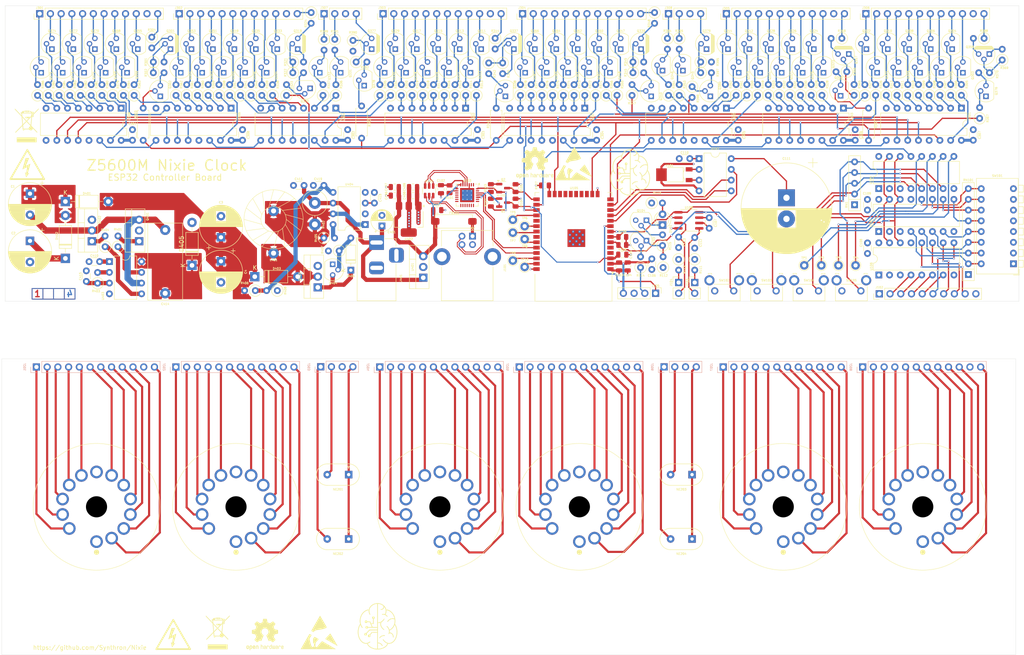
<source format=kicad_pcb>
(kicad_pcb (version 20240108) (generator "pcbnew") (generator_version "8.0")
  (layers (0 "F.Cu" signal) (1 "In1.Cu" power) (2 "In2.Cu" power) (31 "B.Cu" signal) (34 "B.Paste" user) (35 "F.Paste" user) (36 "B.SilkS" user "B.Silkscreen") (37 "F.SilkS" user "F.Silkscreen") (38 "B.Mask" user) (39 "F.Mask" user) (44 "Edge.Cuts" user))
  (net 0 "")
  (net 1 "+5V")
  (net 2 "GND")
  (net 3 "Net-(U103-VDD)")
  (net 4 "+3V3")
  (net 5 "~{EN}")
  (net 6 "Net-(U107-VCC1)")
  (net 7 "Net-(J103-Pin_2)")
  (net 8 "Net-(J104-Pin_2)")
  (net 9 "+12V")
  (net 10 "Net-(Q401-S)")
  (net 11 "Net-(D401-K)")
  (net 12 "+180V")
  (net 13 "+90V")
  (net 14 "Net-(U403-CT)")
  (net 15 "Net-(U404-TC)")
  (net 16 "FB")
  (net 17 "Net-(D101-A)")
  (net 18 "Net-(D101-K)")
  (net 19 "Net-(D403-A)")
  (net 20 "Net-(D404-K)")
  (net 21 "Net-(D404-A)")
  (net 22 "Net-(J101-VBUS)")
  (net 23 "Net-(J102-Pin_5)")
  (net 24 "Net-(J102-Pin_9)")
  (net 25 "Net-(J102-Pin_3)")
  (net 26 "Net-(J102-Pin_2)")
  (net 27 "Net-(J102-Pin_7)")
  (net 28 "Net-(J102-Pin_6)")
  (net 29 "Net-(J102-Pin_4)")
  (net 30 "Net-(J102-Pin_8)")
  (net 31 "Net-(J103-Pin_1)")
  (net 32 "Net-(J104-Pin_1)")
  (net 33 "Net-(J105-Pin_2)")
  (net 34 "DCF_EN")
  (net 35 "Net-(J201-Pin_4)")
  (net 36 "Net-(J201-Pin_3)")
  (net 37 "Net-(J201-Pin_12)")
  (net 38 "Net-(J201-Pin_1)")
  (net 39 "Net-(J201-Pin_7)")
  (net 40 "Net-(J201-Pin_2)")
  (net 42 "Net-(J201-Pin_8)")
  (net 43 "Net-(J201-Pin_9)")
  (net 44 "Net-(J201-Pin_6)")
  (net 45 "Net-(J201-Pin_5)")
  (net 46 "Net-(J201-Pin_10)")
  (net 47 "Net-(J202-Pin_9)")
  (net 48 "Net-(J202-Pin_8)")
  (net 49 "Net-(J202-Pin_3)")
  (net 50 "Net-(J202-Pin_10)")
  (net 51 "Net-(J202-Pin_6)")
  (net 53 "Net-(J202-Pin_2)")
  (net 54 "Net-(J202-Pin_1)")
  (net 55 "Net-(J202-Pin_5)")
  (net 56 "Net-(J202-Pin_7)")
  (net 57 "Net-(J202-Pin_12)")
  (net 58 "Net-(J202-Pin_4)")
  (net 60 "Net-(J203-Pin_2)")
  (net 61 "Net-(J203-Pin_1)")
  (net 62 "Net-(J203-Pin_4)")
  (net 63 "Net-(J204-Pin_10)")
  (net 64 "Net-(J204-Pin_5)")
  (net 65 "Net-(J204-Pin_4)")
  (net 66 "Net-(J204-Pin_12)")
  (net 67 "Net-(J204-Pin_6)")
  (net 68 "Net-(J204-Pin_7)")
  (net 69 "Net-(J204-Pin_1)")
  (net 70 "Net-(J204-Pin_8)")
  (net 71 "Net-(J204-Pin_3)")
  (net 72 "Net-(J204-Pin_2)")
  (net 73 "Net-(J204-Pin_9)")
  (net 75 "Net-(J205-Pin_9)")
  (net 76 "Net-(J205-Pin_2)")
  (net 77 "Net-(J205-Pin_8)")
  (net 78 "Net-(J205-Pin_3)")
  (net 79 "Net-(J205-Pin_6)")
  (net 80 "Net-(J205-Pin_10)")
  (net 81 "Net-(J205-Pin_12)")
  (net 82 "Net-(J205-Pin_7)")
  (net 83 "Net-(J205-Pin_5)")
  (net 84 "Net-(J205-Pin_4)")
  (net 85 "Net-(J205-Pin_1)")
  (net 87 "Net-(J206-Pin_2)")
  (net 88 "Net-(J206-Pin_4)")
  (net 89 "Net-(J206-Pin_1)")
  (net 91 "Net-(J207-Pin_5)")
  (net 92 "Net-(J207-Pin_9)")
  (net 93 "Net-(J207-Pin_3)")
  (net 95 "Net-(J207-Pin_8)")
  (net 96 "Net-(J207-Pin_7)")
  (net 97 "Net-(J207-Pin_12)")
  (net 98 "Net-(J207-Pin_10)")
  (net 99 "Net-(J207-Pin_6)")
  (net 100 "Net-(J207-Pin_1)")
  (net 101 "Net-(J207-Pin_4)")
  (net 102 "Net-(J207-Pin_2)")
  (net 103 "Net-(J208-Pin_8)")
  (net 104 "Net-(J208-Pin_1)")
  (net 106 "Net-(J208-Pin_5)")
  (net 107 "Net-(J208-Pin_3)")
  (net 108 "Net-(J208-Pin_12)")
  (net 109 "Net-(J208-Pin_7)")
  (net 110 "Net-(J208-Pin_9)")
  (net 111 "Net-(J208-Pin_4)")
  (net 112 "Net-(J208-Pin_6)")
  (net 113 "Net-(J208-Pin_10)")
  (net 114 "Net-(J208-Pin_2)")
  (net 116 "Bit9")
  (net 117 "Bit8")
  (net 118 "Bit1")
  (net 119 "Bit6")
  (net 120 "Bit0")
  (net 121 "Bit7")
  (net 122 "Bit4")
  (net 123 "Bit3")
  (net 124 "Bit2")
  (net 125 "Bit5")
  (net 126 "Bit10")
  (net 127 "Bit14")
  (net 128 "Bit15")
  (net 130 "Bit11")
  (net 131 "Bit16")
  (net 132 "Bit17")
  (net 133 "Bit18")
  (net 134 "Bit19")
  (net 135 "Bit13")
  (net 136 "Bit12")
  (net 137 "Bit23")
  (net 138 "Bit27")
  (net 139 "Bit26")
  (net 140 "Bit22")
  (net 141 "Bit24")
  (net 142 "Bit29")
  (net 144 "Bit28")
  (net 145 "Bit25")
  (net 146 "Bit31")
  (net 147 "Bit30")
  (net 149 "Bit32")
  (net 150 "Bit38")
  (net 151 "Bit37")
  (net 152 "Bit34")
  (net 153 "Bit33")
  (net 154 "Bit40")
  (net 155 "Bit35")
  (net 156 "Bit41")
  (net 157 "Bit39")
  (net 158 "Bit36")
  (net 159 "Bit48")
  (net 160 "Bit44")
  (net 161 "Bit46")
  (net 163 "Bit50")
  (net 164 "Bit47")
  (net 165 "Bit49")
  (net 166 "Bit45")
  (net 167 "Bit53")
  (net 168 "Bit51")
  (net 169 "Bit52")
  (net 170 "Bit54")
  (net 171 "Bit55")
  (net 172 "Bit57")
  (net 173 "Bit61")
  (net 174 "Bit59")
  (net 175 "Bit60")
  (net 176 "Bit62")
  (net 178 "Bit63")
  (net 179 "Bit58")
  (net 180 "Bit56")
  (net 182 "Net-(J307-Pin_1)")
  (net 183 "Net-(J307-Pin_2)")
  (net 184 "Net-(J308-Pin_2)")
  (net 186 "Net-(J308-Pin_1)")
  (net 187 "Net-(U404-Ipk)")
  (net 188 "GPIO0")
  (net 189 "DCF_SIG")
  (net 190 "Net-(Q103-B)")
  (net 191 "Net-(Q104-B)")
  (net 192 "Net-(Q301-B)")
  (net 193 "Net-(Q301-C)")
  (net 194 "Net-(Q302-B)")
  (net 195 "Net-(Q302-C)")
  (net 196 "Net-(Q303-B)")
  (net 197 "Net-(Q304-B)")
  (net 198 "Net-(Q305-B)")
  (net 199 "Net-(Q306-B)")
  (net 200 "Net-(Q307-B)")
  (net 201 "Net-(Q308-B)")
  (net 202 "Net-(Q309-B)")
  (net 203 "Net-(Q310-B)")
  (net 204 "Net-(Q311-B)")
  (net 205 "Net-(Q312-B)")
  (net 206 "Net-(Q313-B)")
  (net 207 "Net-(Q314-B)")
  (net 208 "Net-(Q315-B)")
  (net 209 "Net-(Q316-B)")
  (net 210 "Net-(Q317-B)")
  (net 211 "Net-(Q318-B)")
  (net 212 "Net-(Q319-B)")
  (net 213 "Net-(Q319-C)")
  (net 214 "Net-(Q320-B)")
  (net 215 "Net-(Q320-C)")
  (net 216 "Net-(Q321-B)")
  (net 217 "Net-(Q322-B)")
  (net 218 "Net-(Q323-B)")
  (net 219 "Net-(Q324-B)")
  (net 220 "Net-(Q325-B)")
  (net 221 "Net-(Q326-B)")
  (net 222 "Net-(Q327-B)")
  (net 223 "Net-(Q328-B)")
  (net 224 "Net-(Q329-B)")
  (net 225 "Net-(Q330-B)")
  (net 226 "Net-(Q331-B)")
  (net 227 "Bit21")
  (net 228 "Net-(Q332-B)")
  (net 229 "Bit20")
  (net 230 "Net-(Q333-B)")
  (net 231 "Net-(Q334-B)")
  (net 232 "Net-(Q335-B)")
  (net 233 "Net-(Q336-B)")
  (net 234 "Net-(Q337-B)")
  (net 235 "Net-(Q337-C)")
  (net 236 "Net-(Q338-C)")
  (net 237 "Net-(Q338-B)")
  (net 238 "Net-(Q339-B)")
  (net 239 "Net-(Q339-C)")
  (net 240 "Net-(Q340-B)")
  (net 241 "Net-(Q340-C)")
  (net 242 "Net-(Q341-B)")
  (net 243 "Net-(Q342-B)")
  (net 244 "Net-(Q343-B)")
  (net 245 "Net-(Q344-B)")
  (net 246 "Bit43")
  (net 247 "Net-(Q345-B)")
  (net 248 "Net-(Q346-B)")
  (net 249 "Bit42")
  (net 250 "Net-(Q347-B)")
  (net 251 "Net-(Q348-B)")
  (net 252 "Net-(Q349-B)")
  (net 253 "Net-(Q350-B)")
  (net 254 "Net-(Q351-B)")
  (net 255 "Net-(Q352-B)")
  (net 256 "Net-(Q353-B)")
  (net 257 "Net-(Q354-B)")
  (net 258 "Net-(Q355-B)")
  (net 259 "Net-(Q356-B)")
  (net 260 "Net-(Q357-C)")
  (net 261 "Net-(Q357-B)")
  (net 262 "Net-(Q358-C)")
  (net 263 "Net-(Q358-B)")
  (net 264 "Net-(Q359-B)")
  (net 265 "Net-(Q359-C)")
  (net 266 "Net-(Q360-B)")
  (net 267 "Net-(Q361-B)")
  (net 268 "Net-(Q362-B)")
  (net 269 "Net-(Q363-B)")
  (net 270 "Net-(Q364-B)")
  (net 271 "Net-(Q365-B)")
  (net 272 "Net-(Q366-B)")
  (net 273 "Net-(Q367-B)")
  (net 274 "Net-(Q368-B)")
  (net 275 "Net-(Q369-B)")
  (net 276 "Net-(Q370-B)")
  (net 277 "Net-(Q371-B)")
  (net 278 "Net-(Q372-B)")
  (net 279 "Net-(Q373-B)")
  (net 280 "Net-(Q374-B)")
  (net 281 "Net-(Q375-B)")
  (net 282 "Net-(Q376-B)")
  (net 283 "Net-(Q376-C)")
  (net 284 "Net-(Q377-B)")
  (net 285 "Net-(Q378-C)")
  (net 286 "Net-(Q378-B)")
  (net 287 "Net-(Q379-B)")
  (net 288 "Net-(Q380-C)")
  (net 289 "Net-(Q380-B)")
  (net 290 "Net-(Q401-G)")
  (net 291 "Net-(Q402-G)")
  (net 292 "Net-(U103-~{RST})")
  (net 293 "Net-(U105-IO2)")
  (net 294 "SDA")
  (net 295 "SCL")
  (net 296 "Net-(U301-QA)")
  (net 297 "Net-(U301-QB)")
  (net 298 "Net-(U301-QC)")
  (net 299 "Net-(U301-QD)")
  (net 300 "Net-(U301-QE)")
  (net 301 "Net-(U301-QF)")
  (net 302 "Net-(U301-QG)")
  (net 303 "Net-(U301-QH)")
  (net 304 "Net-(U302-QA)")
  (net 305 "Net-(U302-QB)")
  (net 306 "Net-(U302-QC)")
  (net 307 "Net-(U302-QD)")
  (net 308 "Net-(U302-QE)")
  (net 309 "Net-(U302-QF)")
  (net 310 "Net-(U302-QG)")
  (net 311 "Net-(U302-QH)")
  (net 312 "Net-(U303-QA)")
  (net 313 "Net-(U303-QB)")
  (net 314 "Net-(U303-QC)")
  (net 315 "Net-(U303-QD)")
  (net 316 "Net-(U303-QE)")
  (net 317 "Net-(U303-QF)")
  (net 318 "Net-(U303-QG)")
  (net 319 "Net-(U303-QH)")
  (net 320 "Net-(U304-QA)")
  (net 321 "Net-(U304-QB)")
  (net 322 "Net-(U304-QC)")
  (net 323 "Net-(U304-QD)")
  (net 324 "Net-(U304-QE)")
  (net 325 "Net-(U304-QF)")
  (net 326 "Net-(U304-QG)")
  (net 327 "Net-(U304-QH)")
  (net 328 "Net-(U305-QA)")
  (net 329 "Net-(U305-QB)")
  (net 330 "Net-(U305-QC)")
  (net 331 "Net-(U305-QD)")
  (net 332 "Net-(U305-QE)")
  (net 333 "Net-(U305-QF)")
  (net 334 "Net-(U305-QG)")
  (net 335 "Net-(U305-QH)")
  (net 336 "Net-(U306-QA)")
  (net 337 "Net-(U306-QB)")
  (net 338 "Net-(U306-QC)")
  (net 339 "Net-(U306-QD)")
  (net 340 "Net-(U306-QE)")
  (net 341 "Net-(U306-QF)")
  (net 342 "Net-(U306-QG)")
  (net 343 "Net-(U306-QH)")
  (net 344 "Net-(U307-QA)")
  (net 345 "Net-(U307-QB)")
  (net 346 "Net-(U307-QC)")
  (net 347 "Net-(U307-QD)")
  (net 348 "Net-(U307-QE)")
  (net 349 "Net-(U307-QF)")
  (net 350 "Net-(U307-QG)")
  (net 351 "Net-(U307-QH)")
  (net 352 "Net-(U308-QA)")
  (net 353 "Net-(U308-QB)")
  (net 354 "Net-(U308-QC)")
  (net 355 "Net-(U308-QD)")
  (net 356 "Net-(U308-QE)")
  (net 357 "Net-(U308-QF)")
  (net 358 "Net-(U308-QG)")
  (net 359 "Net-(U308-QH)")
  (net 360 "Net-(U403-HO)")
  (net 361 "Net-(U403-RT)")
  (net 362 "Net-(U403-LO)")
  (net 363 "Net-(U404-DC)")
  (net 364 "Net-(RN101-R5)")
  (net 365 "Net-(RN101-R2)")
  (net 366 "Net-(RN101-R1)")
  (net 367 "Net-(RN101-R7)")
  (net 368 "Net-(RN101-R6)")
  (net 369 "Net-(RN101-R3)")
  (net 370 "Net-(RN101-R8)")
  (net 371 "Net-(RN101-R4)")
  (net 381 "RxD")
  (net 390 "TxD")
  (net 392 "INT")
  (net 393 "/~{SCLR}")
  (net 394 "/A2")
  (net 396 "I{slash}O")
  (net 400 "/RCLK")
  (net 402 "/A0")
  (net 404 "/SCLK")
  (net 406 "CE1")
  (net 407 "/DAT")
  (net 409 "RTC_CLK")
  (net 412 "Net-(U107-X2)")
  (net 413 "Net-(U107-X1)")
  (net 426 "Net-(U301-QH')")
  (net 427 "Net-(U302-SER)")
  (net 428 "Net-(U302-QH')")
  (net 429 "Net-(U303-QH')")
  (net 430 "Net-(U304-QH')")
  (net 431 "Net-(U305-QH')")
  (net 432 "Net-(U306-QH')")
  (net 434 "Net-(Q1-B)")
  (net 435 "Net-(Q1-E)")
  (net 436 "Net-(Q2-B)")
  (net 437 "Net-(Q2-E)")
  (net 438 "Net-(RN1-R2)")
  (net 439 "Net-(RN1-R4)")
  (net 440 "Net-(RN1-R3)")
  (net 441 "Net-(RN1-R1)")
  (net 442 "Net-(U104-P4)")
  (net 443 "Net-(U104-P5)")
  (net 444 "Net-(U104-P6)")
  (net 445 "Net-(U104-P7)")
  (net 446 "/D+")
  (net 447 "/D-")
  (net 448 "/DP")
  (net 449 "/DN")
  (net 450 "/Nixie Driver/Anode1")
  (net 451 "/Nixie Driver/Anode2")
  (net 452 "/Nixie Driver/Anode3")
  (net 453 "/Nixie Driver/Anode4")
  (net 454 "/Nixie Driver/Anode5")
  (net 455 "/Nixie Driver/Anode6")
  (net 456 "/Nixie Driver/Anode7")
  (net 457 "/Nixie Driver/Anode8")
  (net 458 "Net-(U105-IO17)")
  (net 459 "Net-(U105-IO18)")
  (net 460 "Net-(U105-IO19)")
  (net 461 "Net-(U105-IO21)")
  (net 462 "Net-(U105-IO22)")
  (net 463 "Net-(U105-IO23)")
  (net 464 "Net-(D405-K)")
  (footprint "Capacitor_SMD:C_0805_2012Metric" (layer "F.Cu") (at 113.03 59.309 180)
    (property "Reference" "C407")
    (property "Value" "100n")
  )
  (footprint "Package_TO_SOT_THT:TO-92" (layer "F.Cu") (at 252.963 37.836 90)
    (property "Reference" "Q376")
    (property "Value" "MPSA42")
  )
  (footprint "Package_TO_SOT_THT:TO-92" (layer "F.Cu") (at 130.931 32.248 90)
    (property "Reference" "Q312")
    (property "Value" "MPSA42")
  )
  (footprint "Symbol:Symbol_HighVoltage_Triangle_8x7mm_Copper" (layer "F.Cu") (at 60.579 165.227)
    (property "Reference" "REF**" (hide yes))
    (property "Value" "Symbol_HighVoltage_Triangle_8x7mm_Copper" (hide yes))
  )
  (footprint "Resistor_SMD:R_0805_2012Metric" (layer "F.Cu") (at 141.605 62.992 -90)
    (property "Reference" "R104")
    (property "Value" "4k7")
  )
  (footprint "Resistor_THT:R_Array_SIP9" (layer "F.Cu") (at 248.793 80.01 90)
    (property "Reference" "RN101")
    (property "Value" "R_Network08")
  )
  (footprint "Resistor_THT:R_Axial_DIN0207_L6.3mm_D2.5mm_P2.54mm_Vertical" (layer "F.Cu") (at 169.179 37.611 90)
    (property "Reference" "R347")
    (property "Value" "1k")
  )
  (footprint "Package_TO_SOT_THT:TO-92" (layer "F.Cu") (at 115.691 32.248 90)
    (property "Reference" "Q318")
    (property "Value" "MPSA42")
  )
  (footprint "Package_DIP:DIP-8_W7.62mm" (layer "F.Cu") (at 45.466 76.962)
    (property "Reference" "U403")
    (property "Value" "IR2153")
  )
  (footprint "Package_TO_SOT_THT:TO-92" (layer "F.Cu") (at 163.951 32.248 90)
    (property "Reference" "Q348")
    (property "Value" "MPSA42")
  )
  (footprint "Resistor_THT:R_Axial_DIN0207_L6.3mm_D2.5mm_P2.54mm_Vertical" (layer "F.Cu") (at 158.003 37.611 90)
    (property "Reference" "R372")
    (property "Value" "1k")
  )
  (footprint "Resistor_THT:R_Axial_DIN0207_L6.3mm_D2.5mm_P2.54mm_Vertical" (layer "F.Cu") (at 206.517 37.582 90)
    (property "Reference" "R331")
    (property "Value" "1k")
  )
  (footprint "Package_TO_SOT_THT:TO-92" (layer "F.Cu") (at 244.962 26.66 90)
    (property "Reference" "Q304")
    (property "Value" "MPSA42")
  )
  (footprint "Capacitor_THT:C_Disc_D3.0mm_W1.6mm_P2.50mm" (layer "F.Cu") (at 96.246 58.918 180)
    (property "Reference" "C419")
    (property "Value" "10n")
  )
  (footprint "Resistor_THT:R_Axial_DIN0207_L6.3mm_D2.5mm_P2.54mm_Vertical" (layer "F.Cu") (at 165.623 37.582 90)
    (property "Reference" "R355")
    (property "Value" "1k")
  )
  (footprint "Package_DIP:DIP-16_W7.62mm" (layer "F.Cu") (at 227.584 69.84 90)
    (property "Reference" "U101")
    (property "Value" "PCF8574")
  )
  (footprint "Resistor_THT:R_Axial_DIN0207_L6.3mm_D2.5mm_P2.54mm_Vertical" (layer "F.Cu") (at 252.52 24.12 180)
    (property "Reference" "R388")
    (property "Value" "15k")
  )
  (footprint "Package_TO_SOT_THT:TO-92" (layer "F.Cu") (at 39.476 32.248 90)
    (property "Reference" "Q371")
    (property "Value" "MPSA42")
  )
  (footprint "Resistor_THT:R_Array_SIP5" (layer "F.Cu") (at 221.869 63.5 90)
    (property "Reference" "RN1")
    (property "Value" "10k")
  )
  (footprint "Package_DIP:DIP-16_W7.62mm" (layer "F.Cu") (at 219.217 40.64 -90)
    (property "Reference" "U303")
    (property "Value" "74HC595")
  )
  (footprint "Resistor_THT:R_Axial_DIN0207_L6.3mm_D2.5mm_P2.54mm_Vertical" (layer "F.Cu") (at 117.109 37.611 90)
    (property "Reference" "R319")
    (property "Value" "1k")
  )
  (footprint "Package_TO_SOT_THT:TO-92" (layer "F.Cu") (at 154.045 32.248 90)
    (property "Reference" "Q363")
    (property "Value" "MPSA42")
  )
  (footprint "Package_TO_SOT_THT:TO-92" (layer "F.Cu") (at 107.548 26.66 90)
    (property "Reference" "Q377")
    (property "Value" "MPSA92")
  )
  (footprint "Resistor_THT:R_Axial_DIN0207_L6.3mm_D2.5mm_P2.54mm_Vertical" (layer "F.Cu") (at 209.057 37.582 90)
    (property "Reference" "R330")
    (property "Value" "1k")
  )
  (footprint "Package_TO_SOT_THT:TO-92" (layer "F.Cu") (at 199.511 32.248 90)
    (property "Reference" "Q341")
    (property "Value" "MPSA42")
  )
  (footprint "Connector_PinHeader_2.54mm:PinHeader_1x04_P2.54mm_Vertical" (layer "F.Cu") (at 96.281 18.278 90)
    (property "Reference" "J307")
    (property "Value" "Sec_Dec")
  )
  (footprint "Package_TO_SOT_THT:TO-92" (layer "F.Cu") (at 92.979 35.952 180)
    (property "Reference" "Q320")
    (property "Value" "MPSA42")
  )
  (footprint "Resistor_THT:R_Axial_DIN0207_L6.3mm_D2.5mm_P2.54mm_Vertical" (layer "F.Cu") (at 163.083 37.611 90)
    (property "Reference" "R356")
    (property "Value" "1k")
  )
  (footprint "Resistor_THT:R_Axial_DIN0207_L6.3mm_D2.5mm_P2.54mm_Vertical" (layer "F.Cu") (at 196.357 37.582 90)
    (property "Reference" "R350")
    (property "Value" "1k")
  )
  (footprint "Capacitor_THT:CP_Radial_D10.0mm_P5.00mm" (layer "F.Cu") (at 71.882 76.880323 -90)
    (property "Reference" "C4")
    (property "Value" "22µ 250V")
  )
  (footprint "Resistor_THT:R_Axial_DIN0207_L6.3mm_D2.5mm_P2.54mm_Vertical" (layer "F.Cu") (at 218.85 24.12 180)
    (property "Reference" "R368")
    (property "Value" "15k")
  )
  (footprint "Connector_Pin:Pin_D1.0mm_L10.0mm" (layer "F.Cu") (at 140.97 70.104)
    (property "Reference" "TP7")
    (property "Value" "TestPoint")
  )
  (footprint "Resistor_THT:R_Axial_DIN0207_L6.3mm_D2.5mm_P2.54mm_Vertical" (layer "F.Cu") (at 87.391 37.611 90)
    (property "Reference" "R323")
    (property "Value" "1k")
  )
  (footprint "Package_TO_SOT_THT:TO-92" (layer "F.Cu") (at 143.885 32.248 90)
    (property "Reference" "Q367")
    (property "Value" "MPSA42")
  )
  (footprint "Capacitor_THT:CP_Radial_D10.0mm_P5.00mm" (layer "F.Cu") (at 26.67 72.054323 -90)
    (property "Reference" "C2")
    (property "Value" "22µ 250V")
  )
  (footprint "Resistor_THT:R_Axial_DIN0207_L6.3mm_D2.5mm_P2.54mm_Vertical" (layer "F.Cu") (at 80.01 83.82 180)
    (property "Reference" "R406")
    (property "Value" "91k")
  )
  (footprint "Package_TO_SOT_THT:TO-92" (layer "F.Cu") (at 90.037 26.66 90)
    (property "Reference" "Q319")
    (property "Value" "MPSA92")
  )
  (footprint "Resistor_THT:R_Axial_DIN0207_L6.3mm_D2.5mm_P2.54mm_Vertical" (layer "F.Cu") (at 201.437 37.582 90)
    (property "Reference" "R333")
    (property "Value" "1k")
  )
  (footprint "Package_TO_SOT_THT:TO-92" (layer "F.Cu") (at 191.891 26.66 90)
    (property "Reference" "Q344")
    (property "Value" "MPSA42")
  )
  (footprint "Package_TO_SOT_THT:TO-92" (layer "F.Cu") (at 67.431 32.248 90)
    (property "Reference" "Q352")
    (property "Value" "MPSA42")
  )
  (footprint "Package_TO_SOT_THT:TO-92" (layer "F.Cu") (at 239.882 26.66 90)
    (property "Reference" "Q306")
    (property "Value" "MPSA42")
  )
  (footprint "Package_TO_SOT_SMD:SOT-23" (layer "F.Cu") (at 138.684 62.992)
    (property "Reference" "Q1")
    (property "Value" "BC846")
  )
  (footprint "Resistor_THT:R_Axial_DIN0207_L6.3mm_D2.5mm_P2.54mm_Vertical" (layer "F.Cu") (at 51.323 37.611 90)
    (property "Reference" "R363")
    (property "Value" "1k")
  )
  (footprint "Package_TO_SOT_THT:TO-92" (layer "F.Cu") (at 47.111 26.66 90)
    (property "Reference" "Q368")
    (property "Value" "MPSA42")
  )
  (footprint "Package_TO_SOT_THT:TO-92" (layer "F.Cu") (at 156.331 26.66 90)
    (property "Reference" "Q362")
    (property "Value" "MPSA42")
  )
  (footprint "Capacitor_THT:C_Disc_D3.0mm_W1.6mm_P2.50mm" (layer "F.Cu") (at 182.86 52.578 180)
    (property "Reference" "C110")
    (property "Value" "100n")
  )
  (footprint "Package_TO_SOT_THT:TO-92" (layer "F.Cu") (at 98.319 77.597 -90)
    (property "Reference" "Q404")
    (property "Value" "BC556")
  )
  (footprint "MountingHole:MountingHole_3.2mm_M3_DIN965" (layer "F.Cu") (at 23.048 167)
    (property "Reference" "REF**" (hide yes))
    (property "Value" "MountingHole_3.2mm_M3_DIN965" (hide yes))
  )
  (footprint "Capacitor_THT:C_Disc_D3.0mm_W1.6mm_P2.50mm" (layer "F.Cu") (at 91.547 58.928 180)
    (property "Reference" "C411")
    (property "Value" "100n")
  )
  (footprint "Eigene:SMB-002" (layer "F.Cu") (at 127 67.437)
    (property "Reference" "FB101")
    (property "Value" "SMB-001")
  )
  (footprint "Resistor_THT:R_Axial_DIN0207_L6.3mm_D2.5mm_P2.54mm_Vertical" (layer "F.Cu") (at 43.703 37.611 90)
    (property "Reference" "R380")
    (property "Value" "1k")
  )
  (footprint "Resistor_THT:R_Axial_DIN0207_L6.3mm_D2.5mm_P2.54mm_Vertical" (layer "F.Cu") (at 174.513 18.005 -90)
    (property "Reference" "R348")
    (property "Value" "15k")
  )
  (footprint "Package_TO_SOT_THT:TO-92" (layer "F.Cu") (at 173.715 37.836 90)
    (property "Reference" "Q340")
    (property "Value" "MPSA42")
  )
  (footprint "Package_TO_SOT_THT:TO-92" (layer "F.Cu") (at 214.497 32.248 90)
    (property "Reference" "Q323")
    (property "Value" "MPSA42")
  )
  (footprint "Package_TO_SOT_THT:TO-92" (layer "F.Cu") (at 85.211 26.66 90)
    (property "Reference" "Q333")
    (property "Value" "MPSA42")
  )
  (footprint "Resistor_THT:R_Axial_DIN0207_L6.3mm_D2.5mm_P2.54mm_Vertical" (layer "F.Cu") (at 173.834 63.09)
    (property "Reference" "R110")
    (property "Value" "1k")
  )
  (footprint "Resistor_THT:R_Axial_DIN0207_L6.3mm_D2.5mm_P2.54mm_Vertical" (layer "F.Cu") (at 96.237 71.374)
    (property "Reference" "R405")
    (property "Value" "180")
  )
  (footprint "Resistor_THT:R_Axial_DIN0207_L6.3mm_D2.5mm_P2.54mm_Vertical" (layer "F.Cu") (at 239.522 37.582 90)
    (property "Reference" "R308")
    (property "Value" "1k")
  )
  (footprint "Package_TO_SOT_THT:TO-92" (layer "F.Cu") (at 224.657 26.66 90)
    (property "Reference" "Q322")
    (property "Value" "MPSA42")
  )
  (footprint "MountingHole:MountingHole_3.2mm_M3_DIN965" (layer "F.Cu") (at 257.772 83.368)
    (property "Reference" "REF**" (hide yes))
    (property "Value" "MountingHole_3.2mm_M3_DIN965" (hide yes))
  )
  (footprint "Package_TO_SOT_THT:TO-92" (layer "F.Cu") (at 52.191 26.66 90)
    (property "Reference" "Q355")
    (property "Value" "MPSA42")
  )
  (footprint "Package_TO_SOT_THT:TO-92" (layer "F.Cu") (at 57.525 37.836 90)
    (property "Reference" "Q302")
    (property "Value" "MPSA42")
  )
  (footprint "Connector_PinHeader_2.54mm:PinHeader_1x02_P2.54mm_Vertical" (layer "F.Cu") (at 184.023 81.91)
    (property "Reference" "J103")
    (property "Value" "PT100 1")
  )
  (footprint "Connector_Pin:Pin_D1.0mm_L10.0mm" (layer "F.Cu") (at 140.97 67.056)
    (property "Reference" "TP5")
    (property "Value" "TestPoint")
  )
  (footprint "Connector_Pin:Pin_D1.0mm_L10.0mm" (layer "F.Cu") (at 209.945 77.851 90)
    (property "Reference" "TP1")
    (property "Value" "TestPoint")
  )
  (footprint "Capacitor_THT:C_Disc_D3.0mm_W1.6mm_P2.50mm" (layer "F.Cu") (at 224.917 72.537 -90)
    (property "Reference" "C108")
    (property "Value" "100n")
  )
  (footprint "Resistor_THT:R_Axial_DIN0207_L6.3mm_D2.5mm_P2.54mm_Vertical" (layer "F.Cu") (at 135.255 29.933 -90)
    (property "Reference" "R342")
    (property "Value" "100k")
  )
  (footprint "Resistor_THT:R_Axial_DIN0207_L6.3mm_D2.5mm_P2.54mm_Vertical" (layer "F.Cu") (at 160.543 37.611 90)
    (property "Reference" "R371")
    (property "Value" "1k")
  )
  (footprint "MountingHole:MountingHole_3.2mm_M3_DIN965" (layer "F.Cu") (at 142.082 83.012)
    (property "Reference" "REF**" (hide yes))
    (property "Value" "MountingHole_3.2mm_M3_DIN965" (hide yes))
  )
  (footprint "Resistor_SMD:R_0805_2012Metric" (layer "F.Cu") (at 141.605 59.563 -90)
    (property "Reference" "R105")
    (property "Value" "4k7")
  )
  (footprint "Capacitor_SMD:C_0805_2012Metric" (layer "F.Cu") (at 117.348 59.309)
    (property "Reference" "C409")
    (property "Value" "4µ7")
  )
  (footprint "Resistor_THT:R_Axial_DIN0207_L6.3mm_D2.5mm_P2.54mm_Vertical" (layer "F.Cu") (at 93.233 18.005 -90)
    (property "Reference" "R324")
    (property "Value" "15k")
  )
  (footprint "Eigene:B13B" (layer "F.Cu") (at 156.72 135)
    (property "Reference" "U204")
    (property "Value" "Z5600M")
  )
  (footprint "Resistor_SMD:R_0805_2012Metric" (layer "F.Cu") (at 166.878 73.025 180)
    (property "Reference" "R108")
    (property "Value" "3k3")
  )
  (footprint "Package_TO_SOT_THT:TO-92" (layer "F.Cu") (at 49.651 32.248 90)
    (property "Reference" "Q356")
    (property "Value" "MPSA42")
  )
  (footprint "Package_TO_SOT_THT:TO-92" (layer "F.Cu") (at 161.411 26.66 90)
    (property "Reference" "Q360")
    (property "Value" "MPSA42")
  )
  (footprint "Package_TO_SOT_THT:TO-92" (layer "F.Cu") (at 42.031 26.66 90)
    (property "Reference" "Q370")
    (property "Value" "MPSA42")
  )
  (footprint "Resistor_SMD:R_0805_2012Metric" (layer "F.Cu") (at 125.984 59.817 -90)
    (property "Reference" "R101")
    (property "Value" "1k")
  )
  (footprint "Eigene:ladder_4" (layer "F.Cu") (at 32.258 84.582)
    (property "Reference" "Ref**" (hide yes))
    (property "Value" "Val**" (hide yes))
  )
  (footprint "Package_TO_SOT_THT:TO-92" (layer "F.Cu") (at 80.131 26.66 90)
    (property "Reference" "Q335")
    (property "Value" "MPSA42")
  )
  (footprint "Package_TO_SOT_THT:TO-92" (layer "F.Cu") (at 113.151 26.66 90)
    (property "Reference" "Q329")
    (property "Value" "MPSA42")
  )
  (footprint "Package_TO_SOT_THT:TO-92" (layer "F.Cu") (at 220.487 27.824 180)
    (property "Reference" "Q357")
    (property "Value" "MPSA92")
  )
  (footprint "Resistor_THT:R_Axial_DIN0207_L6.3mm_D2.5mm_P2.54mm_Vertical" (layer "F.Cu") (at 231.902 37.582 90)
    (property "Reference" "R311")
    (property "Value" "1k")
  )
  (footprint "Resistor_THT:R_Axial_DIN0207_L6.3mm_D2.5mm_P2.54mm_Vertical" (layer "F.Cu") (at 147.843 37.611 90)
    (property "Reference" "R376")
    (property "Value" "1k")
  )
  (footprint "Resistor_THT:R_Axial_DIN0207_L6.3mm_D2.5mm_P2.54mm_Vertical" (layer "F.Cu") (at 61.229 37.611 90)
    (property "Reference" "R362")
    (property "Value" "1k")
  )
  (footprint "Diode_THT:D_DO-41_SOD81_P10.16mm_Horizontal" (layer "F.Cu") (at 35.052 62.738)
    (property "Reference" "D401")
    (property "Value" "UF4007")
  )
  (footprint "Resistor_THT:R_Axial_DIN0207_L6.3mm_D2.5mm_P2.54mm_Vertical" (layer "F.Cu") (at 73.929 37.611 90)
    (property "Reference" "R357")
    (property "Value" "1k")
  )
  (footprint "Capacitor_SMD:C_0805_2012Metric" (layer "F.Cu") (at 123.063 64.77)
    (property "Reference" "C101")
    (property "Value" "100n")
  )
  (footprint "Package_TO_SOT_THT:TO-92" (layer "F.Cu") (at 194.431 32.248 90)
    (property "Reference" "Q343")
    (property "Value" "MPSA42")
  )
  (footprint "Resistor_THT:R_Axial_DIN0207_L6.3mm_D2.5mm_P7.62mm_Horizontal" (layer "F.Cu") (at 225.171 48.26 90)
    (property "Reference" "R367")
    (property "Value" "1k")
  )
  (footprint "Package_TO_SOT_THT:TO-92" (layer "F.Cu") (at 118.231 26.66 90)
    (property "Reference" "Q317")
    (property "Value" "MPSA42")
  )
  (footprint "Capacitor_THT:C_Disc_D3.0mm_W1.6mm_P2.50mm" (layer "F.Cu") (at 132.603 48.23 90)
    (property "Reference" "C303")
    (property "Value" "100n")
  )
  (footprint "Valve:Valve_Glimm" (layer "F.Cu") (at 183.39 142.62 180)
    (property "Reference" "NE204")
    (property "Value" "NE-2")
  )
  (footprint "Package_TO_SOT_THT:TO-92" (layer "F.Cu") (at 159.019 32.248 90)
    (property "Reference" "Q361")
    (property "Value" "MPSA42")
  )
  (footprint "Capacitor_THT:CP_Radial_D10.0mm_P5.00mm" (layer "F.Cu") (at 71.882 71.201677 90)
    (property "Reference" "C3")
    (property "Value" "22µ 250V")
  )
  (footprint "Resistor_THT:R_Axial_DIN0207_L6.3mm_D2.5mm_P2.54mm_Vertical" (layer "F.Cu") (at 180.213 76.425 -90)
    (property "Reference" "R113")
    (property "Value" "100 0.1%")
  )
  (footprint "Package_TO_SOT_THT:TO-92" (layer "F.Cu") (at 232.262 32.248 90)
    (property "Reference" "Q309")
    (property "Value" "MPSA42")
  )
  (footprint "Package_DIP:DIP-16_W7.62mm" (layer "F.Cu") (at 227.599 80.127 90)
    (property "Reference" "U106")
    (property "Value" "PCF8574")
  )
  (footprint "Resistor_THT:R_Axial_DIN0207_L6.3mm_D2.5mm_P2.54mm_Vertical" (layer "F.Cu") (at 185.435 29.708)
    (property "Reference" "R395")
    (property "Value" "220k")
  )
  (footprint "Package_TO_SOT_THT:TO-92" (layer "F.Cu") (at 133.471 26.66 90)
    (property "Reference" "Q311")
    (property "Value" "MPSA42")
  )
  (footprint "Package_TO_SOT_THT:TO-92" (layer "F.Cu") (at 105.785 35.296 90)
    (property "Reference" "Q378")
    (property "Value" "MPSA42")
  )
  (footprint "MountingHole:MountingHole_3.2mm_M3_DIN965" (layer "F.Cu") (at 23.772 83.368)
    (property "Reference" "REF**" (hide yes))
    (property "Value" "MountingHole_3.2mm_M3_DIN965" (hide yes))
  )
  (footprint "Package_DIP:DIP-16_W7.62mm" (layer "F.Cu") (at 227.584 59.68 90)
    (property "Reference" "U104")
    (property "Value" "PCF8574")
  )
  (footprint "Resistor_THT:R_Axial_DIN0207_L6.3mm_D2.5mm_P2.54mm_Vertical" (layer "F.Cu") (at 124.729 37.611 90)
    (property "Reference" "R316")
    (property "Value" "1k")
  )
  (footprint "Resistor_THT:R_Axial_DIN0207_L6.3mm_D2.5mm_P2.54mm_Vertical" (layer "F.Cu") (at 55.499 23.837 -90)
    (property "Reference" "R304")
    (property "Value" "15k")
  )
  (footprint "Resistor_THT:R_Axial_DIN0207_L6.3mm_D2.5mm_P2.54mm_Vertical" (layer "F.Cu") (at 234.442 37.582 90)
    (property "Reference" "R310")
    (property "Value" "1k")
  )
  (footprint "MountingHole:MountingHole_3.2mm_M3_DIN965" (layer "F.Cu") (at 257 103.048)
    (property "Reference" "REF**" (hide yes))
    (property "Value" "MountingHole_3.2mm_M3_DIN965" (hide yes))
  )
  (footprint "Capacitor_THT:C_Disc_D3.0mm_W1.6mm_P2.50mm" (layer "F.Cu") (at 173.863 76.318 -90)
    (property "Reference" "C106")
    (property "Value" "100n")
  )
  (footprint "Connector_PinHeader_2.54mm:PinHeader_1x04_P2.54mm_Vertical" (layer "F.Cu") (at 177.815 18.278 90)
    (property "Reference" "J308")
    (property "Value" "Sec_Dec")
  )
  (footprint "Package_TO_SOT_THT:TO-92" (layer "F.Cu") (at 139.207 37.836 90)
    (property "Reference" "Q338")
    (property "Value" "MPSA42")
  )
  (footprint "Capacitor_THT:C_Disc_D3.0mm_W1.6mm_P2.50mm" (layer "F.Cu") (at 224.902 62.25 -90)
    (property "Reference" "C109")
    (property "Value" "100n")
  )
  (footprint "Package_TO_SOT_THT:TO-92" (layer "F.Cu") (at 186.811 26.66 90)
    (property "Reference" "Q379")
    (property "Value" "MPSA92")
  )
  (footprint "Resistor_THT:R_Axial_DIN0207_L6.3mm_D2.5mm_P2.54mm_Vertical" (layer "F.Cu") (at 46.243 37.611 90)
    (property "Reference" "R379")
    (property "Value" "1k")
  )
  (footprint "Resistor_THT:R_Axial_DIN0207_L6.3mm_D2.5mm_P2.54mm_Vertical" (layer "F.Cu") (at 79.009 37.611 90)
    (property "Reference" "R340")
    (property "Value" "1k")
  )
  (footprint "Package_TO_SOT_THT:TO-92" (layer "F.Cu") (at 29.316 32.248 90)
    (property "Reference" "Q375")
    (property "Value" "MPSA42")
  )
  (footprint "Package_DIP:DIP-16_W7.62mm" (layer "F.Cu") (at 191.516 40.64 -90)
    (property "Reference" "U305")
    (property "Value" "74HC595")
  )
  (footprint "Capacitor_THT:C_Disc_D3.0mm_W1.6mm_P2.50mm" (layer "F.Cu") (at 101.869 48.23 90)
    (property "Reference" "C302")
    (property "Value" "100n")
  )
  (footprint "Resistor_THT:R_Axial_DIN0207_L6.3mm_D2.5mm_P2.54mm_Vertical" (layer "F.Cu") (at 138.557 29.933 -90)
    (property "Reference" "R325")
    (property "Value" "220k")
  )
  (footprint "Package_TO_SOT_THT:TO-92" (layer "F.Cu") (at 172.593 67.175 180)
    (property "Reference" "Q104")
    (property "Value" "BC546")
  )
  (footprint "Package_TO_SOT_THT:TO-92" (layer "F.Cu") (at 77.591 32.248 90)
    (property "Reference" "Q336")
    (property "Value" "MPSA42")
  )
  (footprint "Package_TO_SOT_THT:TO-92" (layer "F.Cu") (at 64.891 26.66 90)
    (property "Reference" "Q353")
    (property "Value" "MPSA42")
  )
  (footprint "Package_TO_SOT_THT:TO-92" (layer "F.Cu") (at 31.856 26.66 90)
    (property "Reference" "Q374")
    (property "Value" "MPSA42")
  )
  (footprint "Resistor_THT:R_Axial_DIN0207_L6.3mm_D2.5mm_P2.54mm_Vertical" (layer "F.Cu") (at 155.463 37.611 90)
    (property "Reference" "R373")
    (property "Value" "1k")
  )
  (footprint "MountingHole:MountingHole_3.2mm_M3_DIN965" (layer "F.Cu") (at 23.048 103.048)
    (property "Reference" "REF**" (hide yes))
    (property "Value" "MountingHole_3.2mm_M3_DIN965" (hide yes))
  )
  (footprint "Package_DIP:DIP-8_W7.62mm" (layer "F.Cu") (at 106.035 68.189 180)
    (property "Reference" "U404")
    (property "Value" "MC34063AP")
  )
  (footprint "Resistor_THT:R_Axial_DIN0207_L6.3mm_D2.5mm_P2.54mm_Vertical" (layer "F.Cu") (at 55.866 29.708)
    (property "Reference" "R301")
    (property "Value" "220k")
  )
  (footprint "Resistor_THT:R_Axial_DIN0207_L6.3mm_D2.5mm_P2.54mm_Vertical" (layer "F.Cu") (at 127.269 37.611 90)
    (property "Reference" "R315")
    (property "Value" "1k")
  )
  (footprint "Connector_PinHeader_2.54mm:PinHeader_1x12_P2.54mm_Vertical" (layer "F.Cu") (at 61.986 18.278 90)
    (property "Reference" "J302")
    (property "Value" "Sec_Ten")
  )
  (footprint "Resistor_THT:R_Axial_DIN0207_L6.3mm_D2.5mm_P2.54mm_Vertical" (layer "F.Cu") (at 203.977 37.582 90)
    (property "Reference" "R332")
    (property "Value" "1k")
  )
  (footprint "LED_THT:LED_D3.0mm" (layer "F.Cu") (at 176.403 68.302 90)
    (property "Reference" "D101")
    (property "Value" "LED")
  )
  (footprint "Connector_Pin:Pin_D1.0mm_L10.0mm" (layer "F.Cu") (at 140.97 76.708)
    (property "Reference" "TP9")
    (property "Value" "TestPoint")
  )
  (footprint "Resistor_THT:R_Axial_DIN0207_L6.3mm_D2.5mm_P2.54mm_Vertical" (layer "F.Cu") (at 136.779 24.091 -90)
    (property "Reference" "R344")
    (property "Value" "15k")
  )
  (footprint "Button_Switch_THT:SW_SPST_Omron_B3F-315x_Angled" (layer "F.Cu") (at 203.291001 83.888 180)
    (property "Reference" "SW103")
    (property "Value" "SW_SPST")
  )
  (footprint "Resistor_THT:R_Axial_DIN0207_L6.3mm_D2.5mm_P2.54mm_Vertical" (layer "F.Cu") (at 42.672 82.071 90)
    (property "Reference" "R403")
    (property "Value" "10k")
  )
  (footprint "Capacitor_THT:C_Disc_D3.0mm_W1.6mm_P2.50mm" (layer "F.Cu") (at 222.011 48.23 90)
    (property "Reference" "C306")
    (property "Value" "100n")
  )
  (footprint "Resistor_THT:R_Axial_DIN0207_L6.3mm_D2.5mm_P2.54mm_Vertical" (layer "F.Cu") (at 31.003 37.611 90)
    (property "Reference" "R385")
    (property "Value" "1k")
  )
  (footprint "Resistor_THT:R_Axial_DIN0207_L6.3mm_D2.5mm_P2.54mm_Vertical" (layer "F.Cu") (at 114.569 37.611 90)
    (property "Reference" "R320")
    (property "Value" "1k")
  )
  (footprint "Package_TO_SOT_THT:TO-92" (layer "F.Cu") (at 209.565 32.248 90)
    (property "Reference" "Q325")
    (property "Value" "MPSA42")
  )
  (footprint "Resistor_THT:R_Axial_DIN0207_L6.3mm_D2.5mm_P2.54mm_Vertical" (layer "F.Cu") (at 38.623 37.611 90)
    (property "Reference" "R382")
    (property "Value" "1k")
  )
  (footprint "Capacitor_THT:C_Disc_D3.0mm_W1.6mm_P2.50mm" (layer "F.Cu") (at 194.325 48.23 90)
    (property "Reference" "C305")
    (property "Value" "100n")
  )
  (footprint "Connector_Pin:Pin_D1.0mm_L10.0mm" (layer "F.Cu") (at 218.045 77.851 90)
    (property "Reference" "TP3")
    (property "Value" "TestPoint")
  )
  (footprint "Eigene:B13B" (layer "F.Cu") (at 75.44 135)
    (property "Reference" "U202")
    (property "Value" "Z5600M")
  )
  (footprint "Capacitor_SMD:C_0805_2012Metric" (layer "F.Cu") (at 113.03 61.341 180)
    (property "Reference" "C406")
    (property "Value" "4µ7")
  )
  (footprint "MountingHole:MountingHole_3.2mm_M3_DIN965" (layer "F.Cu") (at 257.772 19.416)
    (property "Reference" "REF**" (hide yes))
    (property "Value" "MountingHole_3.2mm_M3_DIN965" (hide yes))
  )
  (footprint "Resistor_THT:R_Axial_DIN0207_L6.3mm_D2.5mm_P2.54mm_Vertical" (layer "F.Cu") (at 220.008 32.023 180)
    (property "Reference" "R366")
    (property "Value" "100k")
  )
  (footprint "Capacitor_THT:CP_Radial_D5.0mm_P2.50mm" (layer "F.Cu") (at 109.982 68.515113 90)
    (property "Reference" "C401")
    (property "Value" "100µ")
  )
  (footprint "Resistor_THT:R_Axial_DIN0207_L6.3mm_D2.5mm_P2.54mm_Vertical" (layer "F.Cu") (at 150.383 37.611 90)
    (property "Reference" "R375")
    (property "Value" "1k")
  )
  (footprint "Resistor_THT:R_Axial_DIN0207_L6.3mm_D2.5mm_P2.54mm_Vertical" (layer "F.Cu") (at 33.543 37.611 90)
    (property "Reference" "R384")
    (property "Value" "1k")
  )
  (footprint "Symbol:Symbol_HighVoltage_Triangle_8x7mm_Copper" (layer "F.Cu") (at 26.035 53.975)
    (property "Reference" "REF**" (hide yes))
    (property "Value" "Symbol_HighVoltage_Triangle_8x7mm_Copper" (hide yes))
  )
  (footprint "Package_TO_SOT_THT:TO-92" (layer "F.Cu") (at 59.923 26.66 90)
    (property "Reference" "Q301")
    (property "Value" "MPSA92")
  )
  (footprint "Resistor_THT:R_Axial_DIN0207_L6.3mm_D2.5mm_P2.54mm_Vertical" (layer "F.Cu") (at 251.46 43.043 90)
    (property "Reference" "R387")
    (property "Value" "1k")
  )
  (footprint "Diode_THT:D_DO-41_SOD81_P10.16mm_Horizontal" (layer "F.Cu") (at 79.883 80.518)
    (property "Reference" "D403")
    (property "Value" "UF4007")
  )
  (footprint "Package_DIP:DIP-8_W7.62mm" (layer "F.Cu") (at 185.049 52.588)
    (property "Reference" "U107")
    (property "Value" "DS1302+")
  )
  (footprint "Package_TO_SOT_THT:TO-92" (layer "F.Cu") (at 75.051 26.66 90)
    (property "Reference" "Q349")
    (property "Value" "MPSA42")
  )
  (footprint "Resistor_THT:R_Axial_DIN0207_L6.3mm_D2.5mm_P2.54mm_Vertical" (layer "F.Cu") (at 98.821 24.345 -90)
    (property "Reference" "R391")
    (property "Value" "150k")
  )
  (footprint "Resistor_THT:R_Axial_DIN0207_L6.3mm_D2.5mm_P2.54mm_Vertical" (layer "F.Cu") (at 224.297 37.611 90)
    (property "Reference" "R327")
    (property "Value" "1k")
  )
  (footprint "Package_TO_SOT_THT:TO-92" (layer "F.Cu") (at 146.171 26.66 90)
    (property "Reference" "Q366")
    (property "Value" "MPSA42")
  )
  (footprint "Package_TO_SOT_THT:TO-92" (layer "F.Cu") (at 237.342 32.248 90)
    (property "Reference" "Q307")
    (property "Value" "MPSA42")
  )
  (footprint "Package_TO_SOT_THT:TO-220-3_Vertical" (layer "F.Cu") (at 41.331 72.136 90)
    (property "Reference" "Q402")
    (property "Value" "IRF740")
  )
  (footprint "Connector_PinHeader_2.54mm:PinHeader_1x12_P2.54mm_Vertical" (layer "F.Cu") (at 110.246 18.278 90)
    (property "Reference" "J303")
    (property "Value" "Min_One")
  )
  (footprint "Connector_PinHeader_2.54mm:PinHeader_1x12_P2.54mm_Vertical" (layer "F.Cu") (at 191.526 18.278 90)
    (property "Reference" "J305")
    (property "Value" "Hr_One")
  )
  (footprint "Resistor_THT:R_Axial_DIN0207_L6.3mm_D2.5mm_P2.54mm_Vertical" (layer "F.Cu") (at 171.196 78.359 90)
    (property "Reference" "R114")
    (property "Value" "1k")
  )
  (footprint "Button_Switch_THT:SW_SPST_Omron_B3F-315x_Angled" (layer "F.Cu") (at 223.357001 83.888 180)
    (property "Reference" "SW105")
    (property "Value" "SW_SPST")
  )
  (footprint "Package_TO_SOT_THT:TO-92" (layer "F.Cu") (at 123.311 26.66 90)
    (property "Reference" "Q315")
    (property "Value" "MPSA42")
  )
  (footprint "Package_TO_SOT_THT:TO-220-3_Vertical" (layer "F.Cu") (at 94.798 83.058 90)
    (property "Reference" "Q403")
    (property "Value" "IRF740")
  )
  (footprint "Resistor_SMD:R_0805_2012Metric" (layer "F.Cu") (at 135.763 62.992 90)
    (property "Reference" "R102")
    (property "Value" "4k7")
  )
  (footprint "Capacitor_SMD:C_0805_2012Metric" (layer "F.Cu") (at 166.116 78.105 -90)
    (property "Reference" "C103")
    (property "Value" "4µ7")
  )
  (footprint "Package_TO_SOT_THT:TO-92" (layer "F.Cu") (at 234.802 26.66 90)
    (property "Reference" "Q308")
    (property "Value" "MPSA42")
  )
  (footprint "Resistor_THT:R_Axial_DIN0207_L6.3mm_D2.5mm_P2.54mm_Vertical" (layer "F.Cu") (at 183.403 35.55 -90)
    (property "Reference" "R398")
    (property "Value" "1k")
  )
  (footprint "Symbol:OSHW-Logo2_9.8x8mm_SilkScreen" (layer "F.Cu") (at 146.177 53.594)
    (property "Reference" "REF**" (hide yes))
    (property "Value" "OSHW-Logo2_9.8x8mm_SilkScreen" (hide yes))
  )
  (footprint "Resistor_THT:R_Axial_DIN0207_L6.3mm_D2.5mm_P2.54mm_Vertical" (layer "F.Cu") (at 247.142 37.582 90)
    (property "Reference" "R305")
    (property "Value" "1k")
  )
  (footprint "Eigene:B13B" (layer "F.Cu") (at 123.7 135)
    (property "Reference" "U203")
    (property "Value" "Z5600M")
  )
  (footprint "Package_TO_SOT_THT:TO-92" (layer "F.Cu") (at 141.203 26.66 90)
    (property "Reference" "Q337")
    (property "Value" "MPSA92")
  )
  (footprint "Connector_PinHeader_2.54mm:PinHeader_1x12_P2.54mm_Vertical" (layer "F.Cu") (at 143.266 18.278 90)
    (property "Reference" "J304")
    (property "Value" "Min_Ten")
  )
  (footprint "Resistor_THT:R_Axial_DIN0207_L6.3mm_D2.5mm_P2.54mm_Vertical" (layer "F.Cu") (at 177.815 37.611 90)
    (property "Reference" "R354")
    (property "Value" "1k")
  )
  (footprint "Package_TO_SOT_THT:TO-92" (layer "F.Cu") (at 120.771 32.248 90)
    (property "Reference" "Q316")
    (property "Value" "MPSA42")
  )
  (footprint "Connector_PinHeader_2.54mm:PinHeader_1x10_P2.54mm_Vertical" (layer "F.Cu") (at 227.711 84.582 90)
    (property "Reference" "J102")
    (property "Value" "Conn_01x10")
  )
  (footprint "Resistor_THT:R_Axial_DIN0207_L6.3mm_D2.5mm_P2.54mm_Vertical" (layer "F.Cu") (at 48.783 37.611 90)
    (property "Reference" "R364")
    (property "Value" "1k")
  )
  (footprint "RF_Module:ESP32-WROOM-32" (layer "F.Cu") (at 155.321 70.479 180)
    (property "Reference" "U105")
    (property "Value" "ESP32-WROOM-32")
  )
  (footprint "Resistor_THT:R_Axial_DIN0207_L6.3mm_D2.5mm_P2.54mm_Vertical" (layer "F.Cu") (at 169.404 29.708)
    (property "Reference" "R345")
    (property "Value" "220k")
  )
  (footprint "Resistor_THT:R_Axial_DIN0207_L6.3mm_D2.5mm_P2.54mm_Vertical" (layer "F.Cu") (at 180.355 24.12 -90)
    (property "Reference" "R396")
    (property "Value" "150k")
  )
  (footprint "Package_TO_SOT_THT:TO-92" (layer "F.Cu") (at 34.411 32.248 90)
    (property "Reference" "Q373")
    (property "Value" "MPSA42")
  )
  (footprint "Resistor_THT:R_Axial_DIN0207_L6.3mm_D2.5mm_P2.54mm_Vertical" (layer "F.Cu") (at 99.851 74.422 180)
    (property "Reference" "R407")
    (property "Value" "1k")
  )
  (footprint "Diode_THT:D_DO-41_SOD81_P10.16mm_Horizontal" (layer "F.Cu") (at 65.024 77.851 90)
    (property "Reference" "D405")
    (property "Value" "UF4007")
  )
  (footprint "Resistor_THT:R_Axial_DIN0207_L6.3mm_D2.5mm_P2.54mm_Vertical" (layer "F.Cu") (at 112.029 37.611 90)
    (property "Reference" "R334")
    (property "Value" "1k")
  )
  (footprint "Resistor_THT:R_Axial_DIN0207_L6.3mm_D2.5mm_P2.54mm_Vertical" (layer "F.Cu") (at 66.309 37.611 90)
    (property "Reference" "R360")
    (property "Value" "1k")
  )
  (footprint "Symbol:ESD-Logo_8.9x8mm_SilkScreen" (layer "F.Cu") (at 95.123 164.719)
    (property "Reference" "REF**" (hide yes))
    (property "Value" "ESD-Logo_8.9x8mm_SilkScreen" (hide yes))
  )
  (footprint "Symbol:ESD-Logo_8.9x8mm_SilkScreen" (layer "F.Cu") (at 155.321 53.721)
    (property "Reference" "REF**" (hide yes))
    (property "Value" "ESD-Logo_8.9x8mm_SilkScreen" (hide yes))
  )
  (footprint "Resistor_THT:R_Axial_DIN0207_L6.3mm_D2.5mm_P2.54mm_Vertical" (layer "F.Cu") (at 55.866 32.248)
    (property "Reference" "R302")
    (property "Value" "100k")
  )
  (footprint "Resistor_THT:R_Axial_DIN0207_L6.3mm_D2.5mm_P2.54mm_Vertical" (layer "F.Cu") (at 96.027 37.611 90)
    (property "Reference" "R337")
    (property "Value" "1k")
  )
  (footprint "Resistor_THT:R_Axial_DIN0207_L6.3mm_D2.5mm_P2.54mm_Vertical" (layer "F.Cu") (at 191.277 37.582 90)
    (property "Reference" "R352")
    (property "Value" "1k")
  )
  (footprint "Resistor_THT:R_Axial_DIN0207_L6.3mm_D2.5mm_P2.54mm_Vertical" (layer "F.Cu") (at 119.649 37.611 90)
    (property "Reference" "R318")
    (property "Value" "1k")
  )
  (footprint "Resistor_THT:R_Axial_DIN0207_L6.3mm_D2.5mm_P2.54mm_Vertical" (layer "F.Cu") (at 122.189 37.611 90)
    (property "Reference" "R317")
    (property "Value" "1k")
  )
  (footprint "Resistor_THT:R_Axial_DIN0207_L6.3mm_D2.5mm_P2.54mm_Vertical" (layer "F.Cu") (at 129.809 37.611 90)
    (property "Reference" "R314")
    (property "Value" "1k")
  )
  (footprint "Connector_PinHeader_2.54mm:PinHeader_1x12_P2.54mm_Vertical" (layer "F.Cu") (at 28.966 18.278 90)
    (property "Reference" "J301")
    (property "Value" "Sec_One")
  )
  (footprint "Capacitor_SMD:C_0805_2012Metric" (layer "F.Cu") (at 166.878 75.311)
    (property "Reference" "C105")
    (property "Value" "100n")
  )
  (footprint "Resistor_THT:R_Axial_DIN0207_L6.3mm_D2.5mm_P7.62mm_Horizontal" (layer "F.Cu") (at 137.033 48.26 90)
    (property "Reference" "R343")
    (property "Value" "1k")
  )
  (footprint "Capacitor_THT:C_Disc_D3.0mm_W1.6mm_P2.50mm" (layer "F.Cu") (at 40.005 81.641 90)
    (property "Reference" "C415")
    (property "Value" "1n")
  )
  (footprint "Resistor_THT:R_Axial_DIN0207_L6.3mm_D2.5mm_P2.54mm_Vertical" (layer "F.Cu") (at 96.281 24.345 -90)
    (property "Reference" "R389")
    (property "Value" "150k")
  )
  (footprint "Package_TO_SOT_THT:TO-220-3_Vertical" (layer "F.Cu") (at 119.761 80.772 90)
    (property "Reference" "U401")
    (property "Value" "SY317")
  )
  (footprint "Package_DIP:DIP-16_W7.62mm" (layer "F.Cu") (at 157.988 40.64 -90)
    (property "Reference" "U307")
    (property "Value" "74HC595")
  )
  (footprint "Package_TO_SOT_THT:TO-92" (layer "F.Cu") (at 166.491 26.66 90)
    (property "Reference" "Q347")
    (property "Value" "MPSA42")
  )
  (footprint "Resistor_THT:R_Axial_DIN0207_L6.3mm_D2.5mm_P2.54mm_Vertical" (layer "F.Cu") (at 169.404 32.248)
    (property "Reference" "R346")
    (property "Value" "100k")
  )
  (footprint "Resistor_THT:R_Axial_DIN0207_L6.3mm_D2.5mm_P2.54mm_Vertical" (layer "F.Cu") (at 221.742 37.582 90)
    (property "Reference" "R365")
    (property "Value" "220k")
  )
  (footprint "Resistor_THT:R_Axial_DIN0207_L6.3mm_D2.5mm_P2.54mm_Vertical" (layer "F.Cu") (at 88.886 29.708)
    (property "Reference" "R321")
    (property "Value" "220k")
  )
  (footprint "Package_DFN_QFN:QFN-28-1EP_5x5mm_P0.5mm_EP3.35x3.35mm_ThermalVias" (layer "F.Cu") (at 130.152 61.214 -90)
    (property "Reference" "U103")
    (property "Value" "CP2102N-Axx-xQFN28")
  )
  (footprint "Inductor_THT:L_Toroid_Horizontal_D6.5mm_P10.00mm_Diameter7-5mm_Amidon-T25" (layer "F.Cu") (at 84.328 64.9595 -90)
    (property "Reference" "L401")
    (property "Value" "74µH")
  )
  (footprint "Eigene:logo" (layer "F.Cu") (at 108.966 163.322)
    (property "Reference" "G***" (hide yes))
    (property "Value" "LOGO" (hide yes))
  )
  (footprint "Resistor_THT:R_Axial_DIN0207_L6.3mm_D2.5mm_P2.54mm_Vertical" (layer "F.Cu") (at 184.023 76.425 -90)
    (property "Reference" "R111")
    (property "Value" "100 0.1%")
  )
  (footprint "Package_TO_SOT_THT:TO-92" (layer "F.Cu") (at 172.593 72.001 180)
    (property "Reference" "Q103")
    (property "Value" "BC546")
  )
  (footprint "Package_TO_SOT_THT:TO-92" (layer "F.Cu") (at 82.671 32.248 90)
    (property "Reference" "Q334")
    (property "Value" "MPSA42")
  )
  (footprint "Connector_BarrelJack:BarrelJack_Horizontal" (layer "F.Cu") (at 108.711 72.438 90)
    (property "Reference" "J401")
    (property "Value" "Barrel_Jack")
  )
  (footprint "Resistor_SMD:R_0805_2012Metric" (layer "F.Cu") (at 135.763 59.563 90)
    (property "Reference" "R103")
    (property "Value" "4k7")
  )
  (footprint "Resistor_SMD:R_0805_2012Metric" (layer "F.Cu") (at 148.59 58.928 180)
    (property "Reference" "R107")
    (property "Value" "4k7")
  )
  (footprint "Package_TO_SOT_THT:TO-92" (layer "F.Cu") (at 100.197 32.248 90)
    (property "Reference" "Q331")
    (property "Value" "MPSA42")
  )
  (footprint "Connector_Pin:Pin_D1.0mm_L10.0mm" (layer "F.Cu") (at 143.764 68.58)
    (property "Reference" "TP6")
    (property "Value" "TestPoint")
  )
  (footprint "Resistor_THT:R_Axial_DIN0207_L6.3mm_D2.5mm_P2.54mm_Vertical" (layer "F.Cu") (at 68.849 37.611 90)
    (property "Reference" "R359")
    (property "Value" "1k")
  )
  (footprint "Connector_USB:USB_B_Lumberg_2411_02_Horizontal" (layer "F.Cu") (at 131.425 70.9365 -90)
    (property "Reference" "J101")
    (property "Value" "USB_B")
  )
  (footprint "Symbol:OSHW-Logo2_9.8x8mm_SilkScreen" (layer "F.Cu") (at 82.296 165.227)
    (property "Reference" "REF**" (hide yes))
    (property "Value" "OSHW-Logo2_9.8x8mm_SilkScreen" (hide yes))
  )
  (footprint "Resistor_THT:R_Axial_DIN0207_L6.3mm_D2.5mm_P2.54mm_Vertical" (layer "F.Cu") (at 145.303 37.611 90)
    (property "Reference" "R377")
    (property "Value" "1k")
  )
  (footprint "Resistor_THT:R_Axial_DIN0207_L6.3mm_D2.5mm_P2.54mm_Vertical" (layer "F.Cu") (at 211.597 37.582 90)
    (property "Reference" "R329")
    (property "Value" "1k")
  )
  (footprint "Resistor_THT:R_Axial_DIN0207_L6.3mm_D2.5mm_P2.54mm_Vertical" (layer "F.Cu") (at 244.602 37.582 90)
    (property "Reference" "R306")
    (property "Value" "1k")
  )
  (footprint "Package_TO_SOT_THT:TO-92" (layer "F.Cu") (at 125.851 32.248 90)
    (property "Reference" "Q314")
    (property "Value" "MPSA42")
  )
  (footprint "Symbol:WEEE-Logo_5.6x8mm_SilkScreen" (layer "F.Cu") (at 71.12 164.719)
    (property "Reference" "REF**" (hide yes))
    (property "Value" "WEEE-Logo_5.6x8mm_SilkScreen" (hide yes))
  )
  (footprint "Eigene:B13B" (layer "F.Cu") (at 204.98 135)
    (property "Reference" "U205")
    (property "Value" "Z5600M")
  )
  (footprint "Package_DIP:DIP-16_W7.62mm" (layer "F.Cu") (at 129.794 40.64 -90)
    (property "Reference" "U302")
    (property "Value" "74HC595")
  )
  (footprint "Eigene:B13B" (layer "F.Cu") (at 42.42 135)
    (property "Reference" "U201")
    (property "Value" "Z5600M")
  )
  (footprint "Resistor_THT:R_Axial_DIN0207_L6.3mm_D2.5mm_P2.54mm_Vertical" (layer "F.Cu") (at 193.817 37.582 90)
    (property "Reference" "R351")
    (property "Value" "1k")
  )
  (footprint "Package_TO_SOT_THT:TO-92" (layer "F.Cu") (at 247.502 32.248 90)
    (property "Reference" "Q303")
    (property "Value" "MPSA42")
  )
  (footprint "Resistor_THT:R_Axial_DIN0207_L6.3mm_D2.5mm_P2.54mm_Vertical" (layer "F.Cu") (at 63.769 37.611 90)
    (property "Reference" "R361")
    (property "Value" "1k")
  )
  (footprint "Eigene:logo" (layer "F.Cu") (at 168.783 55.88)
    (property "Reference" "G***" (hide yes))
    (property "Value" "LOGO" (hide yes))
  )
  (footprint "Resistor_THT:R_Axial_DIN0207_L6.3mm_D2.5mm_P2.54mm_Vertical" (layer "F.Cu") (at 176.403 73.152 90)
    (property "Reference" "R115")
    (property "Value" "10k")
  )
  (footprint "Resistor_THT:R_Axial_DIN0207_L6.3mm_D2.5mm_P2.54mm_Vertical" (layer "F.Cu") (at 84.089 37.611 90)
    (property "Reference" "R338")
    (property "Value" "1k")
  )
  (footprint "Resistor_THT:R_Axial_DIN0207_L6.3mm_D2.5mm_P7.62mm_Horizontal" (layer "F.Cu") (at 53.467 48.25 90)
    (property "Reference" "R303")
    (property "Value" "1k")
  )
  (footprint "Crystal:Crystal_SMD_MicroCrystal_MS1V-T1K" (layer "F.Cu") (at 179.197 56.388 -90)
    (property "Reference" "Y101")
    (property "Value" "32.768")
  )
  (footprint "Resistor_THT:R_Axial_DIN0207_L6.3mm_D2.5mm_P2.54mm_Vertical" (layer "F.Cu") (at 85.217 83.82 180)
    (property "Reference" "R408")
    (property "Value" "1k3")
  )
  (footprint "Package_TO_SOT_THT:TO-92" (layer "F.Cu") (at 253.761 27.824 180)
    (property "Reference" "Q359")
    (property "Value" "MPSA92")
  )
  (footprint "Capacitor_SMD:C_0805_2012Metric" (layer "F.Cu") (at 117.348 61.341)
    (property "Reference" "C408")
    (property "Value" "100n")
  )
  (footprint "Package_TO_SOT_THT:TO-92" (layer "F.Cu") (at 176.397 31.74 90)
    (property "Reference" "Q346")
    (property "Value" "MPSA42")
  )
  (footprint "Package_TO_SOT_THT:TO-92" (layer "F.Cu") (at 72.511 32.248 90)
    (property "Reference" "Q350")
    (property "Value" "MPSA42")
  )
  (footprint "Resistor_THT:R_Axial_DIN0207_L6.3mm_D2.5mm_P2.54mm_Vertical" (layer "F.Cu") (at 236.982 37.582 90)
    (property "Reference" "R309")
    (property "Value" "1k")
  )
  (footprint "Resistor_THT:R_Axial_DIN0207_L6.3mm_D2.5mm_P2.54mm_Vertical" (layer "F.Cu") (at 152.923 37.611 90)
    (property "Reference" "R374")
    (property "Value" "1k")
  )
  (footprint "Package_DIP:DIP-16_W7.62mm" (layer "F.Cu") (at 74.28 40.64 -90)
    (property "Reference" "U306")
    (property "Value" "74HC595")
  )
  (footprint "Connector_Pin:Pin_D1.0mm_L10.0mm" (layer "F.Cu") (at 143.764 78.232)
    (property "Reference" "TP10")
    (property "Value" "TestPoint")
  )
  (footprint "Package_TO_SOT_THT:TO-92" (layer "F.Cu") (at 202.051 26.66 90)
    (property "Reference" "Q328")
    (property "Value" "MPSA42")
  )
  (footprint "Package_TO_SOT_THT:TO-92" (layer "F.Cu") (at 242.422 32.248 90)
    (property "Reference" "Q305")
    (property "Value" "MPSA42")
  )
  (footprint "Connector_Pin:Pin_D1.0mm_L10.0mm" (layer "F.Cu") (at 143.764 71.628)
    (property "Reference" "TP8")
    (property "Value" "TestPoint")
  )
  (footprint "Package_TO_SOT_THT:TO-92" (layer "F.Cu") (at 204.591 32.248 90)
    (property "Reference" "Q327")
    (property "Value" "MPSA42")
  )
  (footprint "Resistor_THT:R_Axial_DIN0207_L6.3mm_D2.5mm_P2.54mm_Vertical" (layer "F.Cu") (at 71.389 37.611 90)
    (property "Reference" "R358")
    (property "Value" "1k")
  )
  (footprint "Resistor_THT:R_Axial_DIN0207_L6.3mm_D2.5mm_P2.54mm_Vertical" (layer "F.Cu") (at 36.083 37.611 90)
    (property "Reference" "R383")
    (property "Value" "1k")
  )
  (footprint "Package_TO_SOT_THT:TO-92" (layer "F.Cu") (at 229.722 26.66 90)
    (property "Reference" "Q310")
    (property "Value" "MPSA42")
  )
  (footprint "Resistor_THT:R_Axial_DIN0207_L6.3mm_D2.5mm_P2.54mm_Vertical" (layer "F.Cu") (at 253.79 32.248 180)
    (property "Reference" "R370")
    (property "Value" "100k")
  )
  (footprint "Resistor_THT:R_Axial_DIN0207_L6.3mm_D2.5mm_P2.54mm_Vertical" (layer "F.Cu") (at 47.498 73.435 90)
    (property "Reference" "R401")
    (property "Value" "2")
  )
  (footprint "Resistor_THT:R_Axial_DIN0207_L6.3mm_D2.5mm_P2.54mm_Vertical" (layer "F.Cu") (at 28.463 37.611 90)
    (property "Reference" "R386")
    (property "Value" "1k")
  )
  (footprint "Resistor_SMD:R_0805_2012Metric" (layer "F.Cu") (at 166.878 71.12 180)
    (property "Reference" "R109")
    (property "Value" "3k3")
  )
  (footprint "Resistor_THT:R_Axial_DIN0207_L6.3mm_D2.5mm_P2.54mm_Vertical" (layer "F.Cu") (at 88.886 32.248)
    (property "Reference" "R322")
    (property "Value" "100k")
  )
  (footprint "Resistor_THT:R_Axial_DIN0207_L6.3mm_D2.5mm_P2.54mm_Vertical" (layer "F.Cu") (at 103.872 29.708)
    (property "Reference" "R392")
    (property "Value" "100k")
  )
  (footprint "Resistor_THT:R_Axial_DIN0207_L6.3mm_D2.5mm_P2.54mm_Vertical" (layer "F.Cu") (at 99.075 37.611 90)
    (property "Reference" "R336")
    (property "Value" "1k")
  )
  (footprint "Package_TO_SOT_THT:TO-92" (layer "F.Cu") (at 196.971 26.66 90)
    (property "Reference" "Q342")
    (property "Value" "MPSA42")
  )
  (footprint "Resistor_THT:R_Axial_DIN0207_L6.3mm_D2.5mm_P2.54mm_Vertical" (layer "F.Cu") (at 76.469 37.611 90)
    (property "Reference" "R341")
    (property "Value" "1k")
  )
  (footprint "Capacitor_THT:C_Disc_D3.0mm_W1.6mm_P2.50mm" (layer "F.Cu") (at 160.797 48.23 90)
    (property "Reference" "C304")
    (property "Value" "100n")
  )
  (footprint "Resistor_THT:R_Axial_DIN0614_L14.3mm_D5.7mm_P5.08mm_Vertical" (layer "F.Cu") (at 94.097 63.072 -90)
    (property "Reference" "R402")
    (property "Value" "0R461")
  )
  (footprint "Connector_PinHeader_2.54mm:PinHeader_1x02_P2.54mm_Vertical" (layer "F.Cu") (at 180.213 81.91)
    (property "Reference" "J104")
    (property "Value" "PT100 2")
  )
  (footprint "Capacitor_THT:C_Disc_D3.0mm_W1.6mm_P2.50mm" (layer "F.Cu") (at 184.023 71.267 -90)
    (property "Reference" "C112")
    (property "Value" "1n")
  )
  (footprint "Resistor_THT:R_Axial_DIN0207_L6.3mm_D2.5mm_P2.54mm_Vertical" (layer "F.Cu") (at 180.355 37.611 90)
    (property "Reference" "R353")
    (property "Value" "1k")
  )
  (footprint "Valve:Valve_Glimm" (layer "F.Cu") (at 102.11 142.62 180)
    (property "Reference" "NE202")
    (property "Value" "NE-2")
  )
  (footprint "Resistor_THT:R_Axial_DIN0207_L6.3mm_D2.5mm_P2.54mm_Vertical" (layer "F.Cu") (at 81.549 37.611 90)
    (property "Reference" "R339")
    (property "Value" "1k")
  )
  (footprint "Resistor_THT:R_Axial_DIN0207_L6.3mm_D2.5mm_P2.54mm_Vertical" (layer "F.Cu") (at 226.837 37.582 90)
    (property "Reference" "R326")
    (property "Value" "1k")
  )
  (footprint "Package_TO_SOT_THT:TO-92" (layer "F.Cu") (at 187.721 37.836 90)
    (property "Reference" "Q380")
    (property "Value" "MPSA42")
  )
  (footprint "Package_TO_SOT_THT:TO-92" (layer "F.Cu") (at 212.211 26.66 90)
    (property "Reference" "Q324")
    (property "Value" "MPSA42")
  )
  (footprint "Package_DIP:DIP-16_W7.62mm" (layer "F.Cu") (at 99.06 40.64 -90)
    (property "Reference" "U304")
    (property "Value" "74HC595")
  )
  (footprint "Package_TO_SOT_SMD:SOT-23-6" (layer "F.Cu") (at 121.158 60.198 -90)
    (property "Reference" "U102")
    (property "Value" "USBLC6-2SC6")
  )
  (footprint "Connector_Pin:Pin_D1.0mm_L10.0mm" (layer "F.Cu") (at 222.095 77.851 90)
    (property "Reference" "TP4")
    (property "Value" "TestPoint")
  )
  (footprint "Capacitor_THT:CP_Radial_D10.0mm_P5.00mm" (layer "F.Cu") (at 26.67 60.878323 -90)
    (property "Reference" "C1")
    (property "Value" "22µ 250V")
  )
  (footprint "Package_TO_SOT_THT:TO-92" (layer "F.Cu") (at 62.351 32.248 90)
    (property "Reference" "Q354")
    (property "Value" "MPSA42")
  )
  (footprint "Symbol:WEEE-Logo_5.6x8mm_SilkScreen" (layer "F.Cu") (at 25.908 44.704)
    (property "Reference" "REF**" (hide yes))
    (property "Value" "WEEE-Logo_5.6x8mm_SilkScreen" (hide yes))
  )
  (footprint "Package_DIP:DIP-16_W7.62mm" (layer "F.Cu") (at 48.26 40.64 -90)
    (property "Reference" "U308")
    (property "Value" "74HC595")
  )
  (footprint "Resistor_THT:R_Axial_DIN0207_L6.3mm_D2.5mm_P2.54mm_Vertical" (layer "F.Cu") (at 132.349 37.611 90)
    (property "Reference" "R313")
    (property "Value" "1k")
  )
  (footprint "Capacitor_THT:C_Disc_D3.0mm_W1.6mm_P2.50mm" (layer "F.Cu") (at 50.927 48.23 90)
    (property "Reference" "C301")
    (property "Value" "100n")
  )
  (footprint "Button_Switch_THT:SW_SPST_Omron_B3F-315x_Angled" (layer "F.Cu") (at 193.258001 83.888 180)
    (property "Reference" "SW102")
    (property "Value" "SW_SPST")
  )
  (footprint "Resistor_THT:R_Axial_DIN0207_L6.3mm_D2.5mm_P7.62mm_Horizontal" (layer "F.Cu") (at 105.171 40.122 -90)
    (property "Reference" "R393")
    (property "Value" "1k")
  )
  (footprint "Capacitor_THT:C_Disc_D3.0mm_W1.6mm_P2.50mm" (layer "F.Cu") (at 187.452 66.568 -90)
    (property "Reference" "C107")
    (property "Value" "100n")
  )
  (footprint "Connector_PinHeader_2.54mm:PinHeader_1x12_P2.54mm_Vertical" (layer "F.Cu") (at 224.546 18.278 90)
    (property "Reference" "J306")
    (property "Value" "Hr_Ten")
  )
  (footprint "Resistor_THT:R_Axial_DIN0207_L6.3mm_D2.5mm_P2.54mm_Vertical" (layer "F.Cu") (at 176.53 78.359 90)
    (property "Reference" "R112")
    (property "Value" "10k")
  )
  (footprint "Capacitor_SMD:C_0805_2012Metric" (layer "F.Cu") (at 168.148 78.105 -90)
    (property "Reference" "C104")
    (property "Value" "100n")
  )
  (footprint "Capacitor_THT:C_Disc_D3.0mm_W1.6mm_P2.50mm" (layer "F.Cu") (at 180.213 71.14 -90)
    (property "Reference" "C113")
    (property "Value" "1n")
  )
  (footprint "Package_TO_SOT_THT:TO-92" (layer "F.Cu") (at 69.971 26.66 90)
    (property "Reference" "Q351")
    (property "Value" "MPSA42")
  )
  (footprint "Capacitor_SMD:C_0805_2012Metric" (layer "F.Cu") (at 123.952 59.817 -90)
    (property "Reference" "C102")
    (property "Value" "100n")
  )
  (footprint "Resistor_THT:R_Axial_DIN0207_L6.3mm_D2.5mm_P2.54mm_Vertical" (layer "F.Cu") (at 198.897 37.582 90)
    (property "Reference" "R349")
    (property "Value" "1k")
  )
  (footprint "Button_Switch_THT:SW_DIP_SPSTx08_Piano_CTS_Series194-8MSTN_W7.62mm_P2.54mm" (layer "F.Cu") (at 259.461 77.47 180)
    (property "Reference" "SW101")
    (property "Value" "SW_DIP_x08")
  )
  (footprint "MountingHole:MountingHole_3.2mm_M3_DIN965" (layer "F.Cu") (at 140.904 167)
    (property "Reference" "REF**" (hide yes))
    (property "Value" "MountingHole_3.2mm_M3_DIN965" (hide yes))
  )
  (footprint "Diode_THT:D_DO-41_SOD81_P10.16mm_Horizontal" (layer "F.Cu") (at 35.052 76.2 90)
    (property "Reference" "D402")
    (property "Value" "UF4007")
  )
  (footprint "Package_TO_SOT_THT:TO-92" (layer "F.Cu") (at 44.571 32.248 90)
    (property "Reference" "Q369")
    (property "Value" "MPSA42")
  )
  (footprint "Package_SO:SOIC-8_3.9x4.9mm_P1.27mm" (layer "F.Cu") (at 182.626 67.183 180)
    (property "Reference" "U108")
    (property "Value" "MCP3426Axx-xSN")
  )
  (footprint "MountingHole:MountingHole_3.2mm_M3_DIN965" (layer "F.Cu") (at 257 167)
    (property "Reference" "REF**" (hide yes))
    (property "Value" "MountingHole_3.2mm_M3_DIN965" (hide yes))
  )
  (footprint "Resistor_THT:R_Axial_DIN0207_L6.3mm_D2.5mm_P2.54mm_Vertical" (layer "F.Cu") (at 177.561 24.12 -90)
    (property "Reference" "R394")
    (property "Value" "150k")
  )
  (footprint "Resistor_THT:R_Axial_DIN0207_L6.3mm_D2.5mm_P2.54mm_Vertical" (layer "F.Cu") (at 44.45 73.435 90)
    (property "Reference" "R404")
    (property "Value" "2")
  )
  (footprint "Resistor_THT:R_Axial_DIN0207_L6.3mm_D2.5mm_P2.54mm_Vertical" (layer "F.Cu") (at 185.435 32.248)
    (property "Reference" "R397")
    (property "Value" "100k")
  )
  (footprint "Package_TO_SOT_THT:TO-92" (layer "F.Cu") (at 95.265 32.248 90)
    (property "Reference" "Q332")
    (property "Value" "MPSA42")
  )
  (footprint "Resistor_THT:R_Axial_DIN0207_L6.3mm_D2.5mm_P2.54mm_Vertical" (layer "F.Cu") (at 214.137 37.582 90)
    (property "Reference" "R328")
    (property "Value" "1k")
  )
  (footprint "Package_TO_SOT_THT:TO-92" (layer "F.Cu") (at 110.611 32.248 90)
    (property "Reference" "Q330")
    (property "Value" "MPSA42")
  )
  (footprint "Package_TO_SOT_THT:TO-92" (layer "F.Cu") (at 36.936 26.66 90)
    (property "Reference" "Q372")
    (property "Value" "MPSA42")
  )
  (footprint "Capacitor_THT:C_Disc_D3.0mm_W1.6mm_P2.50mm" (layer "F.Cu") (at 76.977 48.23 90)
    (property "Reference" "C308")
    (property "Value" "100n")
  )
  (footprint "Capacitor_THT:C_Disc_D3.0mm_W1.6mm_P2.50mm" (layer "F.Cu") (at 43.16 76.962 180)
    (property "Reference" "C410")
    (property "Value" "100n")
  )
  (footprint "Resistor_THT:R_Axial_DIN0207_L6.3mm_D2.5mm_P2.54mm_Vertical" (layer "F.Cu") (at 256.809 29.229 90)
    (property "Reference" "R369")
    (property "Value" "220k")
  )
  (footprint "Package_TO_SOT_SMD:SOT-223-3_TabPin2" (layer "F.Cu") (at 116.332 66.929 -90)
    (property "Reference" "U402")
    (property "Value" "AMS1117-3.3")
  )
  (footprint "Valve:Valve_Glimm" (layer "F.Cu") (at 102.11 127.38 180)
    (property "Reference" "NE201")
    (property "Value" "NE-2")
  )
  (footprint "Package_DIP:DIP-16_W7.62mm" (layer "F.Cu") (at 247.142 40.63 -90)
    (property "Reference" "U301")
    (property "Value" "74HC595")
  )
  (footprint "Resistor_THT:R_Axial_DIN0207_L6.3mm_D2.5mm_P2.54mm_Vertical" (layer "F.Cu") (at 242.062 37.582 90)
    (property "Reference" "R307")
    (property "Value" "1k")
  )
  (footprint "Capacitor_THT:C_Disc_D3.0mm_W1.6mm_P2.50mm" (layer "F.Cu") (at 108.194 63.089 90)
    (property "Reference" "C418")
    (property "Value" "200p")
  )
  (footprint "Capacitor_THT:C_Disc_D3.0mm_W1.6mm_P2.50mm" (layer "F.Cu") (at 249.951 48.23 90)
    (property "Reference" "C307")
    (property "Value" "100n")
  )
  (footprint "Valve:Valve_Glimm" (layer "F.Cu") (at 183.39 127.38 180)
    (property "Reference" "NE203")
    (property "Value" "NE-2")
  )
  (footprint "Connector_Pin:Pin_D1.0mm_L10.0mm" (layer "F.Cu") (at 213.995 77.851 90)
    (property "Reference" "TP2")
    (property "Value" "TestPoint")
  )
  (footprint "Package_TO_SOT_THT:TO-92" (layer "F.Cu") (at 151.251 26.66 90)
    (property "Reference" "Q364")
    (property "Value" "MPSA42")
  )
  (footprint "Package_TO_SOT_THT:TO-92" (layer "F.Cu") (at 207.131 26.66 90)
    (property "Reference" "Q326")
    (property "Value" "MPSA42")
  )
  (footprint "Button_Switch_THT:SW_SPST_Omron_B3F-315x_Angled" (layer "F.Cu") (at 213.324001 83.888 180)
    (property "Reference" "SW104")
    (property "Value" "SW_SPST")
  )
  (footprint "Package_TO_SOT_THT:TO-92" (layer "F.Cu") (at 227.197 32.248 90)
    (property "Reference" "Q321")
    (property "Value" "MPSA42")
  )
  (footprint "Package_TO_SOT_THT:TO-220-3_Vertical" (layer "F.Cu") (at 52.507 72.136 90)
    (property "Reference" "Q401")
    (property "Value" "IRF740")
  )
  (footprint "Package_TO_SOT_THT:TO-92" (layer "F.Cu") (at 181.223 31.74 90)
    (property "Reference" "Q345")
    (property "Value" "MPSA42")
  )
  (footprint "Resistor_THT:R_Axial_DIN0207_L6.3mm_D2.5mm_P2.54mm_Vertical" (layer "F.Cu") (at 109.489 37.611 90)
    (property "Reference" "R335")
    (property "Value" "1k")
  )
  (footprint "Resistor_THT:R_Axial_DIN0207_L6.3mm_D2.5mm_P2.54mm_Vertical" (layer "F.Cu") (at 41.163 37.611 90)
    (property "Reference" "R381")
    (property "Value" "1k")
  )
  (footprint "Diode_THT:D_DO-35_SOD27_P7.62mm_Horizontal" (layer "F.Cu") (at 102.616 78.994 90)
    (property "Reference" "D404")
    (property "Value" "1N4148")
  )
  (footprint "Resistor_THT:R_Axial_DIN0207_L6.3mm_D2.5mm_P2.54mm_Vertical" (layer "F.Cu") (at 103.124 24.599 -90)
    (property "Reference" "R390")
    (property "Value" "220k")
  )
  (footprint "Connector_PinHeader_2.54mm:PinHeader_1x04_P2.54mm_Vertical" (layer "F.Cu") (at 174.752 84.455 -90)
    (property "Reference" "J105")
    (property "Value" "DCF77 Antenna")
  )
  (footprint "Package_TO_SOT_THT:TO-92" (layer "F.Cu") (at 148.965 32.248 90)
    (property "Reference" "Q365")
    (property "Value" "MPSA42")
  )
  (footprint "Capacitor_THT:C_Rect_L18.0mm_W8.0mm_P15.00mm_FKS3_FKP3" (layer "F.Cu") (at 58.674 84.462 90)
    (property "Reference" "C414")
    (property "Value" "1µ")
  )
  (footprint "Package_TO_SOT_SMD:SOT-23" (layer "F.Cu") (at 138.684 59.563)
    (property "Reference" "Q2")
    (property "Value" "BC846")
  )
  (footprint "Package_TO_SOT_THT:TO-92" (layer "F.Cu") (at 218.546 37.709 90)
    (property "Reference" "Q358")
    (property "Value" "MPSA42")
  )
  (footprint "Resistor_THT:R_Axial_DIN0207_L6.3mm_D2.5mm_P2.54mm_Vertical" (layer "F.Cu") (at 142.763 37.611 90)
    (property "Reference" "R378")
    (property "Value" "1k")
  )
  (footprint "MountingHole:MountingHole_3.2mm_M3_DIN965" (layer "F.Cu") (at 23.82 19.416)
    (property "Reference" "REF**" (hide yes))
    (property "Value" "MountingHole_3.2mm_M3_DIN965" (hide yes))
  )
  (footprint "Eigene:B13B" (layer "F.Cu") (at 238 135)
    (property "Reference" "U206")
    (property "Value" "Z5600M")
  )
  (footprint "Eigene:CP_Radial_D21.5mm_P5.00mm" (layer "F.Cu") (at 205.74 64.350169 -90)
    (property "Reference" "C111")
    (property "Value" "1F 3V6")
  )
  (footprint "Package_TO_SOT_THT:TO-92" (layer "F.Cu") (at 128.391 26.66 90)
    (property "Reference" "Q313")
    (property "Value" "MPSA42")
  )
  (footprint "Resistor_THT:R_Axial_DIN0207_L6.3mm_D2.5mm_P2.54mm_Vertical" (layer "F.Cu") (at 229.362 37.582 90)
    (property "Reference" "R312")
    (property "Value" "1k")
  )
  (footprint "Package_TO_SOT_THT:TO-92" (layer "F.Cu") (at 171.317 26.66 90)
    (property "Reference" "Q339")
    (property "Value" "MPSA92")
  )
  (footprint "Connector_PinSocket_2.54mm:PinSocket_1x12_P2.54mm_Vertical" (layer "B.Cu") (at 28.194 101.905 -90)
    (property "Reference" "J201")
    (property "Value" "Hr_Ten")
  )
  (footprint "Connector_PinSocket_2.54mm:PinSocket_1x04_P2.54mm_Vertical" (layer "B.Cu") (at 95.484 101.855 -90)
    (property "Reference" "J203")
    (property "Value" "Min_dot")
  )
  (footprint "Connector_PinSocket_2.54mm:PinSocket_1x12_P2.54mm_Vertical" (layer "B.Cu") (at 109.474 101.905 -90)
    (property "Reference" "J204")
    (property "Value" "Min_Ten")
  )
  (footprint "Connector_PinSocket_2.54mm:PinSocket_1x12_P2.54mm_Vertical" (layer "B.Cu") (at 223.774 101.905 -90)
    (property "Reference" "J208")
    (property "Value" "Sec_One")
  )
  (footprint "Connector_PinSocket_2.54mm:PinSocket_1x12_P2.54mm_Vertical" (layer "B.Cu") (at 190.754 101.905 -90)
    (property "Reference" "J207")
    (property "Value" "Sec_Ten")
  )
  (footprint "Connector_PinSocket_2.54mm:PinSocket_1x12_P2.54mm_Vertical" (layer "B.Cu") (at 142.494 101.905 -90)
    (property "Reference" "J205")
    (property "Value" "Min_One")
  )
  (footprint "Connector_PinSocket_2.54mm:PinSocket_1x12_P2.54mm_Vertical" (layer "B.Cu") (at 61.214 101.905 -90)
    (property "Reference" "J202")
    (property "Value" "Hr_One")
  )
  (footprint "Connector_PinSocket_2.54mm:PinSocket_1x04_P2.54mm_Vertical" (layer "B.Cu") (at 176.764 101.88 -90)
    (property "Reference" "J206")
    (property "Value" "Min_dot")
  )
  (gr_line (start 188.087 23.241) (end 188.087 27.559) (stroke (width 0.15)) (layer "F.SilkS"))
  (gr_line (start 91.186 27.686) (end 91.186 23.114) (stroke (width 0.15)) (layer "F.SilkS"))
  (gr_line (start 172.974 23.495) (end 173.140478 23.551522) (stroke (width 0.15)) (layer "F.SilkS"))
  (gr_line (start 221.361 26.416) (end 217.043 26.416) (stroke (width 0.15)) (layer "F.SilkS"))
  (gr_line (start 250.571 26.162) (end 250.627522 25.995522) (stroke (width 0.15)) (layer "F.SilkS"))
  (gr_line (start 217.043 26.543) (end 221.488 26.543) (stroke (width 0.15)) (layer "F.SilkS"))
  (gr_line (start 142.875 23.495) (end 143.041478 23.551522) (stroke (width 0.15)) (layer "F.SilkS"))
  (gr_line (start 91.44 27.559) (end 91.44 23.241) (stroke (width 0.15)) (layer "F.SilkS"))
  (gr_line (start 109.22 23.495) (end 109.386478 23.551522) (stroke (width 0.15)) (layer "F.SilkS"))
  (gr_line (start 61.678239 23.523261) (end 61.722 27.178) (stroke (width 0.15)) (layer "F.SilkS"))
  (gr_line (start 91.777239 23.523261) (end 91.821 27.178) (stroke (width 0.15)) (layer "F.SilkS"))
  (gr_line (start 188.468 27.305) (end 188.468 23.495) (stroke (width 0.15)) (layer "F.SilkS"))
  (gr_line (start 187.96 27.686) (end 187.96 23.114) (stroke (width 0.15)) (layer "F.SilkS"))
  (gr_line (start 172.466 27.686) (end 172.466 23.114) (stroke (width 0.15)) (layer "F.SilkS"))
  (gr_line (start 254.762 26.67) (end 250.19 26.67) (stroke (width 0.15)) (layer "F.SilkS"))
  (gr_line (start 217.297 26.162) (end 217.353522 25.995522) (stroke (width 0.15)) (layer "F.SilkS"))
  (gr_line (start 188.341 23.368) (end 188.341 27.432) (stroke (width 0.15)) (layer "F.SilkS"))
  (gr_line (start 109.093 23.368) (end 109.093 27.432) (stroke (width 0.15)) (layer "F.SilkS"))
  (gr_line (start 109.22 27.305) (end 109.22 23.495) (stroke (width 0.15)) (layer "F.SilkS"))
  (gr_line (start 108.712 27.686) (end 108.712 23.114) (stroke (width 0.15)) (layer "F.SilkS"))
  (gr_line (start 217.325261 26.078761) (end 221.107 26.035) (stroke (width 0.15)) (layer "F.SilkS"))
  (gr_line (start 250.317 26.543) (end 254.762 26.543) (stroke (width 0.15)) (layer "F.SilkS"))
  (gr_line (start 109.398 23.59) (end 109.398 27.19) (stroke (width 0.15)) (layer "F.SilkS"))
  (gr_line (start 172.974 27.305) (end 172.974 23.495) (stroke (width 0.15)) (layer "F.SilkS"))
  (gr_line (start 142.621 27.559) (end 142.621 23.241) (stroke (width 0.15)) (layer "F.SilkS"))
  (gr_line (start 173.152 23.59) (end 173.152 27.19) (stroke (width 0.15)) (layer "F.SilkS"))
  (gr_line (start 172.72 27.559) (end 172.72 23.241) (stroke (width 0.15)) (layer "F.SilkS"))
  (gr_line (start 142.748 23.368) (end 142.748 27.432) (stroke (width 0.15)) (layer "F.SilkS"))
  (gr_line (start 188.214 27.559) (end 188.214 23.241) (stroke (width 0.15)) (layer "F.SilkS"))
  (gr_line (start 188.646 23.59) (end 188.646 27.19) (stroke (width 0.15)) (layer "F.SilkS"))
  (gr_line (start 254.381 26.162) (end 250.571 26.162) (stroke (width 0.15)) (layer "F.SilkS"))
  (gr_line (start 221.234 26.162) (end 217.297 26.162) (stroke (width 0.15)) (layer "F.SilkS"))
  (gr_line (start 61.087 27.686) (end 61.087 23.114) (stroke (width 0.15)) (layer "F.SilkS"))
  (gr_line (start 173.057239 23.523261) (end 173.101 27.178) (stroke (width 0.15)) (layer "F.SilkS"))
  (gr_line (start 61.087 23.114) (end 61.214 23.241) (stroke (width 0.15)) (layer "F.SilkS"))
  (gr_line (start 172.847 23.368) (end 172.847 27.432) (stroke (width 0.15)) (layer "F.SilkS"))
  (gr_line (start 188.468 23.495) (end 188.634478 23.551522) (stroke (width 0.15)) (layer "F.SilkS"))
  (gr_line (start 250.666 25.984) (end 254.266 25.984) (stroke (width 0.15)) (layer "F.SilkS"))
  (gr_line (start 61.595 27.305) (end 61.595 23.495) (stroke (width 0.15)) (layer "F.SilkS"))
  (gr_line (start 91.694 27.305) (end 91.694 23.368) (stroke (width 0.15)) (layer "F.SilkS"))
  (gr_line (start 61.773 23.59) (end 61.773 27.19) (stroke (width 0.15)) (layer "F.SilkS"))
  (gr_line (start 61.468 23.368) (end 61.468 27.432) (stroke (width 0.15)) (layer "F.SilkS"))
  (gr_line (start 217.17 26.289) (end 221.234 26.289) (stroke (width 0.15)) (layer "F.SilkS"))
  (gr_line (start 172.593 23.241) (end 172.593 27.559) (stroke (width 0.15)) (layer "F.SilkS"))
  (gr_line (start 61.214 23.241) (end 61.214 27.559) (stroke (width 0.15)) (layer "F.SilkS"))
  (gr_line (start 61.468 27.432) (end 61.595 27.305) (stroke (width 0.15)) (layer "F.SilkS"))
  (gr_line (start 188.551239 23.523261) (end 188.595 27.178) (stroke (width 0.15)) (layer "F.SilkS"))
  (gr_line (start 250.599261 26.078761) (end 254.381 26.035) (stroke (width 0.15)) (layer "F.SilkS"))
  (gr_line (start 221.488 26.67) (end 216.916 26.67) (stroke (width 0.15)) (layer "F.SilkS"))
  (gr_line (start 91.694 23.495) (end 91.860478 23.551522) (stroke (width 0.15)) (layer "F.SilkS"))
  (gr_line (start 250.444 26.289) (end 254.508 26.289) (stroke (width 0.15)) (layer "F.SilkS"))
  (gr_line (start 254.635 26.416) (end 250.317 26.416) (stroke (width 0.15)) (layer "F.SilkS"))
  (gr_line (start 217.392 25.984) (end 220.992 25.984) (stroke (width 0.15)) (layer "F.SilkS"))
  (gr_line (start 91.313 23.114) (end 91.313 27.559) (stroke (width 0.15)) (layer "F.SilkS"))
  (gr_line (start 142.494 23.241) (end 142.494 27.559) (stroke (width 0.15)) (layer "F.SilkS"))
  (gr_line (start 142.875 27.305) (end 142.875 23.495) (stroke (width 0.15)) (layer "F.SilkS"))
  (gr_line (start 61.595 23.495) (end 61.761478 23.551522) (stroke (width 0.15)) (layer "F.SilkS"))
  (gr_line (start 109.303239 23.523261) (end 109.347 27.178) (stroke (width 0.15)) (layer "F.SilkS"))
  (gr_line (start 142.367 27.686) (end 142.367 23.114) (stroke (width 0.15)) (layer "F.SilkS"))
  (gr_line (start 91.872 23.59) (end 91.872 27.19) (stroke (width 0.15)) (layer "F.SilkS"))
  (gr_line (start 142.958239 23.523261) (end 143.002 27.178) (stroke (width 0.15)) (layer "F.SilkS"))
  (gr_line (start 108.839 23.241) (end 108.839 27.559) (stroke (width 0.15)) (layer "F.SilkS"))
  (gr_line (start 61.341 23.241) (end 61.468 23.368) (stroke (width 0.15)) (layer "F.SilkS"))
  (gr_line (start 143.053 23.59) (end 143.053 27.19) (stroke (width 0.15)) (layer "F.SilkS"))
  (gr_line (start 108.966 27.559) (end 108.966 23.241) (stroke (width 0.15)) (layer "F.SilkS"))
  (gr_line (start 61.214 27.559) (end 61.341 27.432) (stroke (width 0.15)) (layer "F.SilkS"))
  (gr_line (start 91.567 23.368) (end 91.567 27.432) (stroke (width 0.15)) (layer "F.SilkS"))
  (gr_line (start 61.341 27.432) (end 61.341 23.241) (stroke (width 0.15)) (layer "F.SilkS"))
  (gr_line (start 260 100) (end 260 170) (stroke (width 0.05)) (layer "Edge.Cuts"))
  (gr_line (start 260.772 86.368) (end 20.772 86.368) (stroke (width 0.05)) (layer "Edge.Cuts"))
  (gr_line (start 20 170) (end 20 100) (stroke (width 0.05)) (layer "Edge.Cuts"))
  (gr_line (start 20.772 16.368) (end 260.772 16.368) (stroke (width 0.05)) (layer "Edge.Cuts"))
  (gr_line (start 260.772 16.368) (end 260.772 86.368) (stroke (width 0.05)) (layer "Edge.Cuts"))
  (gr_line (start 20.772 86.368) (end 20.772 16.368) (stroke (width 0.05)) (layer "Edge.Cuts"))
  (gr_line (start 260 170) (end 20 170) (stroke (width 0.05)) (layer "Edge.Cuts"))
  (gr_line (start 20 100) (end 260 100) (stroke (width 0.05)) (layer "Edge.Cuts"))
  (gr_text "ESP32 Controller Board" (at 44.958 57.912 0) (layer "F.SilkS") (effects (font (size 1.5 1.5) (thickness 0.2)) (justify left bottom)))
  (gr_text "https://github.com/Synthron/Nixie" (at 27.305 168.91 0) (layer "F.SilkS") (effects (font (size 1 1)) (justify left bottom)))
  (gr_text "Z5600M Nixie Clock" (at 59.055 55.626 0) (layer "F.SilkS") (effects (font (size 2.5 2.5) (thickness 0.3) (bold yes)) (justify bottom)))
  (segment (start 114.173 72.39) (end 113.284 71.501) (width 1) (layer "F.Cu") (net 1))
  (segment (start 114.032 61.393) (end 113.98 61.341) (width 1) (layer "F.Cu") (net 1))
  (segment (start 119.761 75.692) (end 116.459 72.39) (width 1) (layer "F.Cu") (net 1))
  (segment (start 127.702 59.714) (end 127.702 59.115) (width 0.3) (layer "F.Cu") (net 1))
  (segment (start 122.113 66.95) (end 122.6 67.437) (width 1) (layer "F.Cu") (net 1))
  (segment (start 116.459 72.39) (end 114.173 72.39) (width 1) (layer "F.Cu") (net 1))
  (segment (start 114.032 66.054) (end 114.032 63.779) (width 1) (layer "F.Cu") (net 1))
  (segment (start 113.284 66.802) (end 114.032 66.054) (width 1) (layer "F.Cu") (net 1))
  (segment (start 122.113 64.77) (end 122.113 66.04) (width 1) (layer "F.Cu") (net 1))
  (segment (start 122.113 66.04) (end 122.113 66.95) (width 1) (layer "F.Cu") (net 1))
  (segment (start 128.652 58.764) (end 128.053 58.764) (width 0.3) (layer "F.Cu") (net 1))
  (segment (start 128.053 58.764) (end 127.762 59.055) (width 0.3) (layer "F.Cu") (net 1))
  (segment (start 119.761 75.692) (end 122.555 72.898) (width 1) (layer "F.Cu") (net 1))
  (segment (start 127.702 59.115) (end 127.762 59.055) (width 0.3) (layer "F.Cu") (net 1))
  (segment (start 121.158 62.484) (end 121.158 61.3355) (width 0.3) (layer "F.Cu") (net 1))
  (segment (start 114.032 63.779) (end 114.032 61.393) (width 1) (layer "F.Cu") (net 1))
  (segment (start 122.555 71.374) (end 122.6 71.329) (width 1) (layer "F.Cu") (net 1))
  (segment (start 122.6 71.329) (end 122.6 67.437) (width 1) (layer "F.Cu") (net 1))
  (segment (start 113.284 71.501) (end 113.284 66.802) (width 1) (layer "F.Cu") (net 1))
  (segment (start 113.98 59.309) (end 113.98 61.341) (width 1) (layer "F.Cu") (net 1))
  (segment (start 122.555 72.898) (end 122.555 71.374) (width 1) (layer "F.Cu") (net 1))
  (via (at 127.762 59.055) (size 0.46) (drill 0.3) (layers "F.Cu" "B.Cu") (net 1))
  (via (at 121.158 62.484) (size 0.46) (drill 0.3) (layers "F.Cu" "B.Cu") (net 1))
  (via (at 122.113 66.04) (size 0.46) (drill 0.3) (layers "F.Cu" "B.Cu") (net 1))
  (segment (start 122.113 63.439) (end 121.158 62.484) (width 0.3) (layer "B.Cu") (net 1))
  (segment (start 122.113 63.439) (end 123.378 63.439) (width 0.3) (layer "B.Cu") (net 1))
  (segment (start 123.378 63.439) (end 127.762 59.055) (width 0.3) (layer "B.Cu") (net 1))
  (segment (start 122.113 66.04) (end 122.113 63.439) (width 0.3) (layer "B.Cu") (net 1))
  (segment (start 118.632 66.548) (end 118.632 66.802) (width 1) (layer "F.Cu") (net 2))
  (segment (start 183.769 58.928) (end 176.784 58.928) (width 0.5) (layer "F.Cu") (net 2))
  (segment (start 118.632 65.913) (end 118.632 66.294) (width 1) (layer "F.Cu") (net 2))
  (segment (start 166.116 79.055) (end 166.116 80.137) (width 0.3) (layer "F.Cu") (net 2))
  (segment (start 123.952 60.767) (end 123.952 61.722) (width 0.3) (layer "F.Cu") (net 2))
  (segment (start 180.151 66.548) (end 178.562 66.548) (width 0.3) (layer "F.Cu") (net 2))
  (segment (start 167.828 75.311) (end 168.91 75.311) (width 0.3) (layer "F.Cu") (net 2))
  (segment (start 180.151 69.088) (end 178.562 69.088) (width 0.3) (layer "F.Cu") (net 2))
  (segment (start 185.049 60.208) (end 183.769 58.928) (width 0.5) (layer "F.Cu") (net 2))
  (segment (start 168.148 79.055) (end 164.397 79.055) (width 0.5) (layer "F.Cu") (net 2))
  (segment (start 118.632 65.786) (end 118.632 65.913) (width 1) (layer "F.Cu") (net 2))
  (segment (start 121.158 57.867896) (end 121.157194 57.86709) (width 0.3) (layer "F.Cu") (net 2))
  (segment (start 124.013 64.77) (end 124.968 64.77) (width 0.3) (layer "F.Cu") (net 2))
  (segment (start 164.397 79.055) (end 164.071 78.729) (width 0.5) (layer "F.Cu") (net 2))
  (segment (start 161.031 60.969) (end 161.031 59.568) (width 0.3) (layer "F.Cu") (net 2))
  (segment (start 121.158 59.0605) (end 121.158 57.867896) (width 0.3) (layer "F.Cu") (net 2))
  (segment (start 118.632 67.183) (end 118.632 67.31) (width 1) (layer "F.Cu") (net 2))
  (segment (start 176.784 58.928) (end 176.147 58.291) (width 0.5) (layer "F.Cu") (net 2))
  (segment (start 145.172 78.729) (end 145.161 78.74) (width 0.3) (layer "F.Cu") (net 2))
  (segment (start 176.147 56.388) (end 176.147 54.485) (width 0.5) (layer "F.Cu") (net 2))
  (segment (start 176.784 53.848) (end 183.769 53.848) (width 0.5) (layer "F.Cu") (net 2))
  (segment (start 176.147 54.485) (end 176.784 53.848) (width 0.5) (layer "F.Cu") (net 2))
  (segment (start 130.652 58.764) (end 130.652 59.714) (width 0.25) (layer "F.Cu") (net 2))
  (segment (start 185.101 67.818) (end 186.202 67.818) (width 0.3) (layer "F.Cu") (net 2))
  (segment (start 112.08 59.309) (end 110.998 59.309) (width 0.3) (layer "F.Cu") (net 2))
  (segment (start 112.08 61.341) (end 110.998 61.341) (width 0.3) (layer "F.Cu") (net 2))
  (segment (start 118.632 66.294) (end 118.632 66.548) (width 1) (layer "F.Cu") (net 2))
  (segment (start 118.632 63.779) (end 118.632 65.278) (width 1) (layer "F.Cu") (net 2))
  (segment (start 147.6775 58.928) (end 146.431 58.928) (width 0.3) (layer "F.Cu") (net 2))
  (segment (start 118.632 66.802) (end 118.632 67.183) (width 1) (layer "F.Cu") (net 2))
  (segment (start 146.571 78.729) (end 145.172 78.729) (width 0.3) (layer "F.Cu") (net 2))
  (segment (start 130.652 59.714) (end 131.152 60.214) (width 0.25) (layer "F.Cu") (net 2))
  (segment (start 168.148 79.055) (end 168.148 80.137) (width 0.3) (layer "F.Cu") (net 2))
  (segment (start 118.632 67.31) (end 118.632 67.804) (width 1) (layer "F.Cu") (net 2))
  (segment (start 161.031 59.568) (end 161.036 59.563) (width 0.3) (layer "F.Cu") (net 2))
  (segment (start 118.298 63.445) (end 118.632 63.779) (width 1) (layer "F.Cu") (net 2))
  (segment (start 186.202 67.818) (end 187.452 69.068) (width 0.3) (layer "F.Cu") (net 2))
  (segment (start 118.298 59.309) (end 118.298 63.445) (width 1) (layer "F.Cu") (net 2))
  (segment (start 176.147 58.291) (end 176.147 56.388) (width 0.5) (layer "F.Cu") (net 2))
  (segment (start 118.632 65.278) (end 118.632 65.786) (width 1) (layer "F.Cu") (net 2))
  (via (at 146.431 58.928) (size 0.46) (drill 0.3) (layers "F.Cu" "B.Cu") (net 2))
  (via (at 168.91 75.311) (size 0.46) (drill 0.3) (layers "F.Cu" "B.Cu") (net 2))
  (via (at 178.562 66.548) (size 0.46) (drill 0.3) (layers "F.Cu" "B.Cu") (net 2))
  (via (at 118.632 67.804) (size 0.46) (drill 0.3) (layers "F.Cu" "B.Cu") (net 2))
  (via (at 118.632 65.278) (size 0.46) (drill 0.3) (layers "F.Cu" "B.Cu") (net 2))
  (via (at 110.998 61.341) (size 0.46) (drill 0.3) (layers "F.Cu" "B.Cu") (net 2))
  (via (at 123.952 61.722) (size 0.46) (drill 0.3) (layers "F.Cu" "B.Cu") (net 2))
  (via (at 121.157194 57.86709) (size 0.46) (drill 0.3) (layers "F.Cu" "B.Cu") (net 2))
  (via (at 166.116 80.137) (size 0.46) (drill 0.3) (layers "F.Cu" "B.Cu") (net 2))
  (via (at 145.161 78.74) (size 0.46) (drill 0.3) (layers "F.Cu" "B.Cu") (net 2))
  (via (at 161.036 59.563) (size 0.46) (drill 0.3) (layers "F.Cu" "B.Cu") (net 2))
  (via (at 168.148 80.137) (size 0.46) (drill 0.3) (layers "F.Cu" "B.Cu") (net 2))
  (via (at 178.562 69.088) (size 0.46) (drill 0.3) (layers "F.Cu" "B.Cu") (net 2))
  (via (at 118.632 66.548) (size 0.46) (drill 0.3) (layers "F.Cu" "B.Cu") (net 2))
  (via (at 118.632 65.913) (size 0.46) (drill 0.3) (layers "F.Cu" "B.Cu") (net 2))
  (via (at 118.632 67.183) (size 0.46) (drill 0.3) (layers "F.Cu" "B.Cu") (net 2))
  (via (at 124.968 64.77) (size 0.46) (drill 0.3) (layers "F.Cu" "B.Cu") (net 2))
  (via (at 110.998 59.309) (size 0.46) (drill 0.3) (layers "F.Cu" "B.Cu") (net 2))
  (via (at 183.769 53.848) (size 0.46) (drill 0.3) (layers "F.Cu" "B.Cu") (net 2))
  (segment (start 129.152 58.764) (end 129.152 57.905) (width 0.3) (layer "F.Cu") (net 3))
  (segment (start 129.032 57.785) (end 127.254 57.785) (width 0.3) (layer "F.Cu") (net 3))
  (segment (start 129.152 57.905) (end 129.032 57.785) (width 0.3) (layer "F.Cu") (net 3))
  (segment (start 127.254 57.785) (end 126.1345 58.9045) (width 0.3) (layer "F.Cu") (net 3))
  (segment (start 126.1345 58.9045) (end 125.984 58.9045) (width 0.3) (layer "F.Cu") (net 3))
  (segment (start 125.9465 58.867) (end 125.984 58.9045) (width 0.3) (layer "F.Cu") (net 3))
  (segment (start 123.952 58.867) (end 125.9465 58.867) (width 0.3) (layer "F.Cu") (net 3))
  (segment (start 168.148 77.155) (end 168.336 77.155) (width 0.5) (layer "F.Cu") (net 4))
  (segment (start 142.8515 58.6505) (end 142.875 58.674) (width 0.3) (layer "F.Cu") (net 4))
  (segment (start 141.605 62.0795) (end 142.8515 62.0795) (width 0.3) (layer "F.Cu") (net 4))
  (segment (start 167.844 77.459) (end 168.148 77.155) (width 0.5) (layer "F.Cu") (net 4))
  (segment (start 168.336 77.155) (end 168.382 77.109) (width 0.5) (layer "F.Cu") (net 4))
  (segment (start 173.072 77.109) (end 173.863 76.318) (width 0.5) (layer "F.Cu") (net 4))
  (segment (start 116.398 65.405) (end 116.398 65.532) (width 1) (layer "F.Cu") (net 4))
  (segment (start 167.7905 73.025) (end 168.783 73.025) (width 0.3) (layer "F.Cu") (net 4))
  (segment (start 116.398 68.072) (end 116.398 68.58) (width 1) (layer "F.Cu") (net 4))
  (segment (start 167.7905 73.025) (end 167.7905 71.12) (width 0.3) (layer "F.Cu") (net 4))
  (segment (start 116.398 66.04) (end 116.398 66.548) (width 1) (layer "F.Cu") (net 4))
  (segment (start 116.398 66.675) (end 116.398 67.056) (width 1) (layer "F.Cu") (net 4))
  (segment (start 185.101 66.548) (end 187.432 66.548) (width 0.3) (layer "F.Cu") (net 4))
  (segment (start 182.87 52.588) (end 182.86 52.578) (width 0.3) (layer "F.Cu") (net 4))
  (segment (start 185.049 52.588) (end 182.87 52.588) (width 0.3) (layer "F.Cu") (net 4))
  (segment (start 116.398 70.013) (end 116.332 70.079) (width 1) (layer "F.Cu") (net 4))
  (segment (start 116.398 67.564) (end 116.398 67.945) (width 1) (layer "F.Cu") (net 4))
  (segment (start 142.8515 62.0795) (end 142.875 62.103) (width 0.3) (layer "F.Cu") (net 4))
  (segment (start 116.398 67.056) (end 116.398 67.31) (width 1) (layer "F.Cu") (net 4))
  (segment (start 167.132 77.459) (end 167.844 77.459) (width 0.5) (layer "F.Cu") (net 4))
  (segment (start 116.398 66.548) (end 116.398 66.675) (width 1) (layer "F.Cu") (net 4))
  (segment (start 116.398 67.31) (end 116.398 67.564) (width 1) (layer "F.Cu") (net 4))
  (segment (start 116.398 65.532) (end 116.398 66.04) (width 1) (layer "F.Cu") (net 4))
  (segment (start 116.398 67.945) (end 116.398 68.072) (width 1) (layer "F.Cu") (net 4))
  (segment (start 141.605 58.6505) (end 142.8515 58.6505) (width 0.3) (layer "F.Cu") (net 4))
  (segment (start 116.398 59.309) (end 116.398 65.405) (width 1) (layer "F.Cu") (net 4))
  (segment (start 164.071 77.459) (end 167.132 77.459) (width 0.5) (layer "F.Cu") (net 4))
  (segment (start 168.382 77.109) (end 173.072 77.109) (width 0.5) (layer "F.Cu") (net 4))
  (segment (start 116.398 68.58) (end 116.398 70.013) (width 1) (layer "F.Cu") (net 4))
  (segment (start 187.432 66.548) (end 187.452 66.568) (width 0.3) (layer "F.Cu") (net 4))
  (via (at 116.398 67.945) (size 0.46) (drill 0.3) (layers "F.Cu" "B.Cu") (net 4))
  (via (at 142.875 58.674) (size 0.46) (drill 0.3) (layers "F.Cu" "B.Cu") (net 4))
  (via (at 116.398 65.405) (size 0.46) (drill 0.3) (layers "F.Cu" "B.Cu") (net 4))
  (via (at 116.398 68.58) (size 0.46) (drill 0.3) (layers "F.Cu" "B.Cu") (net 4))
  (via (at 116.398 67.31) (size 0.46) (drill 0.3) (layers "F.Cu" "B.Cu") (net 4))
  (via (at 116.398 66.04) (size 0.46) (drill 0.3) (layers "F.Cu" "B.Cu") (net 4))
  (via (at 167.132 77.459) (size 0.46) (drill 0.3) (layers "F.Cu" "B.Cu") (net 4))
  (via (at 142.875 62.103) (size 0.46) (drill 0.3) (layers "F.Cu" "B.Cu") (net 4))
  (via (at 116.398 66.675) (size 0.46) (drill 0.3) (layers "F.Cu" "B.Cu") (net 4))
  (via (at 168.783 73.025) (size 0.46) (drill 0.3) (layers "F.Cu" "B.Cu") (net 4))
  (segment (start 167.132 84.455) (end 167.132 77.459) (width 0.5) (layer "B.Cu") (net 4))
  (segment (start 129.824 48.23) (end 129.794 48.26) (width 0.7) (layer "B.Cu") (net 4))
  (segment (start 101.869 48.23) (end 99.09 48.23) (width 0.7) (layer "B.Cu") (net 4))
  (segment (start 219.247 48.23) (end 219.217 48.26) (width 0.7) (layer "B.Cu") (net 4))
  (segment (start 74.31 48.23) (end 74.28 48.26) (width 0.7) (layer "B.Cu") (net 4))
  (segment (start 99.09 48.23) (end 99.06 48.26) (width 0.7) (layer "B.Cu") (net 4))
  (segment (start 191.546 48.23) (end 191.516 48.26) (width 0.7) (layer "B.Cu") (net 4))
  (segment (start 194.325 48.23) (end 191.546 48.23) (width 0.7) (layer "B.Cu") (net 4))
  (segment (start 76.977 48.23) (end 74.31 48.23) (width 0.7) (layer "B.Cu") (net 4))
  (segment (start 50.927 48.23) (end 48.29 48.23) (width 0.7) (layer "B.Cu") (net 4))
  (segment (start 132.603 48.23) (end 129.824 48.23) (width 0.7) (layer "B.Cu") (net 4))
  (segment (start 48.29 48.23) (end 48.26 48.26) (width 0.7) (layer "B.Cu") (net 4))
  (segment (start 160.797 48.23) (end 158.018 48.23) (width 0.7) (layer "B.Cu") (net 4))
  (segment (start 247.162 48.23) (end 247.142 48.25) (width 0.7) (layer "B.Cu") (net 4))
  (segment (start 249.951 48.23) (end 247.162 48.23) (width 0.7) (layer "B.Cu") (net 4))
  (segment (start 158.018 48.23) (end 157.988 48.26) (width 0.7) (layer "B.Cu") (net 4))
  (segment (start 222.011 48.23) (end 219.247 48.23) (width 0.7) (layer "B.Cu") (net 4))
  (segment (start 145.0575 63.9045) (end 145.288 64.135) (width 0.25) (layer "F.Cu") (net 5))
  (segment (start 161.544 77.089) (end 162.444 76.189) (width 0.25) (layer "F.Cu") (net 5))
  (segment (start 164.071 76.189) (end 165.05 76.189) (width 0.5) (layer "F.Cu") (net 5))
  (segment (start 141.605 63.9045) (end 145.0575 63.9045) (width 0.25) (layer "F.Cu") (net 5))
  (segment (start 162.444 76.189) (end 164.071 76.189) (width 0.25) (layer "F.Cu") (net 5))
  (segment (start 139.6215 62.992) (end 140.6925 62.992) (width 0.3) (layer "F.Cu") (net 5))
  (segment (start 140.6925 62.992) (end 141.605 63.9045) (width 0.3) (layer "F.Cu") (net 5))
  (segment (start 165.05 76.189) (end 165.928 75.311) (width 0.5) (layer "F.Cu") (net 5))
  (segment (start 161.036 77.089) (end 161.544 77.089) (width 0.25) (layer "F.Cu") (net 5))
  (via (at 161.036 77.089) (size 0.46) (drill 0.3) (layers "F.Cu" "B.Cu") (net 5))
  (via (at 145.288 64.135) (size 0.46) (drill 0.3) (layers "F.Cu" "B.Cu") (net 5))
  (segment (start 150.749 76.454) (end 151.384 77.089) (width 0.25) (layer "B.Cu") (net 5))
  (segment (start 151.384 77.089) (end 161.036 77.089) (width 0.25) (layer "B.Cu") (net 5))
  (segment (start 147.701 65.786) (end 147.701 66.167) (width 0.25) (layer "B.Cu") (net 5))
  (segment (start 147.701 73.406) (end 150.749 76.454) (width 0.25) (layer "B.Cu") (net 5))
  (segment (start 145.288 64.135) (end 146.05 64.135) (width 0.25) (layer "B.Cu") (net 5))
  (segment (start 147.701 66.167) (end 147.701 73.406) (width 0.25) (layer "B.Cu") (net 5))
  (segment (start 146.05 64.135) (end 147.701 65.786) (width 0.25) (layer "B.Cu") (net 5))
  (segment (start 205.74 57.912) (end 205.74 61.850169) (width 0.3) (layer "F.Cu") (net 6))
  (segment (start 200.416 52.588) (end 205.74 57.912) (width 0.3) (layer "F.Cu") (net 6))
  (segment (start 192.669 52.588) (end 200.416 52.588) (width 0.3) (layer "F.Cu") (net 6))
  (segment (start 185.101 69.088) (end 185.101 70.189) (width 0.3) (layer "F.Cu") (net 7))
  (segment (start 185.101 70.189) (end 184.023 71.267) (width 0.3) (layer "F.Cu") (net 7))
  (segment (start 184.023 84.45) (end 182.626 83.053) (width 0.3) (layer "F.Cu") (net 7))
  (segment (start 182.626 83.053) (end 182.626 72.664) (width 0.3) (layer "F.Cu") (net 7))
  (segment (start 182.626 72.664) (end 184.023 71.267) (width 0.3) (layer "F.Cu") (net 7))
  (segment (start 180.213 84.45) (end 181.61 83.053) (width 0.3) (layer "F.Cu") (net 8))
  (segment (start 181.864 69.489) (end 181.864 68.199) (width 0.3) (layer "F.Cu") (net 8))
  (segment (start 181.61 83.053) (end 181.61 72.537) (width 0.3) (layer "F.Cu") (net 8))
  (segment (start 181.864 68.199) (end 181.483 67.818) (width 0.3) (layer "F.Cu") (net 8))
  (segment (start 180.213 71.14) (end 181.864 69.489) (width 0.3) (layer "F.Cu") (net 8))
  (segment (start 181.61 72.537) (end 180.213 71.14) (width 0.3) (layer "F.Cu") (net 8))
  (segment (start 181.483 67.818) (end 180.151 67.818) (width 0.3) (layer "F.Cu") (net 8))
  (segment (start 91.547 60.522) (end 94.097 63.072) (width 1) (layer "F.Cu") (net 9))
  (segment (start 109.982 71.167) (end 108.711 72.438) (width 1) (layer "F.Cu") (net 9))
  (segment (start 108.711 72.438) (end 105.585 72.438) (width 1) (layer "F.Cu") (net 9))
  (segment (start 119.253 81.28) (end 106.299 81.28) (width 1) (layer "F.Cu") (net 9))
  (segment (start 106.299 81.28) (end 105.537 80.518) (width 1) (layer "F.Cu") (net 9))
  (segment (start 105.585 72.438) (end 104.902 71.755) (width 1) (layer "F.Cu") (net 9))
  (segment (start 100.066 63.109) (end 98.415 63.109) (width 1) (layer "F.Cu") (net 9))
  (segment (start 43.16 76.962) (end 45.466 76.962) (width 1) (layer "F.Cu") (net 9))
  (segment (start 101.854 64.897) (end 100.066 63.109) (width 1) (layer "F.Cu") (net 9))
  (segment (start 105.537 80.518) (end 105.537 75.612) (width 1) (layer "F.Cu") (net 9))
  (segment (start 94.134 63.109) (end 94.097 63.072) (width 1) (layer "F.Cu") (net 9))
  (segment (start 104.902 70.231) (end 101.854 67.183) (width 1) (layer "F.Cu") (net 9))
  (segment (start 91.547 58.928) (end 91.547 60.522) (width 1) (layer "F.Cu") (net 9))
  (segment (start 105.537 75.612) (end 108.711 72.438) (width 1) (layer "F.Cu") (net 9))
  (segment (start 104.902 71.755) (end 104.902 70.231) (width 1) (layer "F.Cu") (net 9))
  (segment (start 98.415 63.109) (end 94.134 63.109) (width 1) (layer "F.Cu") (net 9))
  (segment (start 101.854 67.183) (end 101.854 64.897) (width 1) (layer "F.Cu") (net 9))
  (segment (start 109.982 68.515113) (end 109.982 71.167) (width 1) (layer "F.Cu") (net 9))
  (segment (start 119.761 80.772) (end 119.253 81.28) (width 1) (layer "F.Cu") (net 9))
  (segment (start 52.507 67.056) (end 56.268 67.056) (width 1.5) (layer "F.Cu") (net 10))
  (segment (start 41.331 69.596) (end 42.487021 69.596) (width 1.5) (layer "F.Cu") (net 10))
  (segment (start 26.67 65.878323) (end 30.387677 69.596) (width 1.5) (layer "F.Cu") (net 10))
  (segment (start 42.487021 69.596) (end 45.027021 67.056) (width 1.5) (layer "F.Cu") (net 10))
  (segment (start 30.387677 69.596) (end 41.331 69.596) (width 1.5) (layer "F.Cu") (net 10))
  (segment (start 56.268 67.056) (end 58.674 69.462) (width 1.5) (layer "F.Cu") (net 10))
  (segment (start 45.027021 67.056) (end 52.507 67.056) (width 1.5) (layer "F.Cu") (net 10))
  (segment (start 49.784 80.899) (end 50.927 82.042) (width 1.5) (layer "B.Cu") (net 10))
  (segment (start 51.181 67.056) (end 49.784 68.453) (width 1.5) (layer "B.Cu") (net 10))
  (segment (start 50.927 82.042) (end 53.086 82.042) (width 1.5) (layer "B.Cu") (net 10))
  (segment (start 49.784 68.453) (end 49.784 80.899) (width 1.5) (layer "B.Cu") (net 10))
  (segment (start 52.507 67.056) (end 51.181 67.056) (width 1.5) (layer "B.Cu") (net 10))
  (segment (start 35.052 76.2) (end 30.815677 76.2) (width 1.5) (layer "F.Cu") (net 12))
  (segment (start 30.815677 76.2) (end 26.67 72.054323) (width 1.5) (layer "F.Cu") (net 12))
  (segment (start 221.742 35.042) (end 221.958 34.826) (width 0.3) (layer "B.Cu") (net 12))
  (segment (start 139.68837 32.473) (end 140.716 31.44537) (width 0.3) (layer "B.Cu") (net 12))
  (segment (start 254.896 26.689) (end 253.763792 27.821208) (width 0.3) (layer "B.Cu") (net 12))
  (segment (start 140.716 27.152585) (end 141.205793 26.662792) (width 0.3) (layer "B.Cu") (net 12))
  (segment (start 91.426 28.049) (end 90.039792 26.662792) (width 0.3) (layer "B.Cu") (net 12))
  (segment (start 138.557 32.473) (end 139.68837 32.473) (width 0.3) (layer "B.Cu") (net 12))
  (segment (start 140.716 31.44537) (end 140.716 27.152585) (width 0.3) (layer "B.Cu") (net 12))
  (segment (start 221.958 29.289415) (end 220.489792 27.821207) (width 0.3) (layer "B.Cu") (net 12))
  (segment (start 58.406 29.708) (end 58.406 28.182585) (width 0.3) (layer "B.Cu") (net 12))
  (segment (start 58.406 28.182585) (end 59.925793 26.662792) (width 0.3) (layer "B.Cu") (net 12))
  (segment (start 256.809 26.689) (end 254.896 26.689) (width 0.3) (layer "B.Cu") (net 12))
  (segment (start 171.944 27.287) (end 171.319792 26.662792) (width 0.3) (layer "B.Cu") (net 12))
  (segment (start 171.944 29.708) (end 171.944 27.287) (width 0.3) (layer "B.Cu") (net 12))
  (segment (start 221.958 34.826) (end 221.958 29.289415) (width 0.3) (layer "B.Cu") (net 12))
  (segment (start 91.426 29.708) (end 91.426 28.049) (width 0.3) (layer "B.Cu") (net 12))
  (segment (start 40.406 82.042) (end 40.005 81.641) (width 1) (layer "F.Cu") (net 14))
  (segment (start 45.466 82.042) (end 40.406 82.042) (width 1) (layer "F.Cu") (net 14))
  (segment (start 106.055 63.089) (end 106.035 63.109) (width 0.3) (layer "F.Cu") (net 15))
  (segment (start 108.194 63.089) (end 106.055 63.089) (width 0.3) (layer "F.Cu") (net 15))
  (segment (start 80.01 83.82) (end 82.677 83.82) (width 1) (layer "F.Cu") (net 16))
  (segment (start 92.583 60.706) (end 94.458 60.706) (width 1) (layer "B.Cu") (net 16))
  (segment (start 89.535 77.089) (end 89.535 63.754) (width 1) (layer "B.Cu") (net 16))
  (segment (start 89.535 63.754) (end 92.583 60.706) (width 1) (layer "B.Cu") (net 16))
  (segment (start 97.897 60.569) (end 96.246 58.918) (width 1) (layer "B.Cu") (net 16))
  (segment (start 94.458 60.706) (end 96.246 58.918) (width 1) (layer "B.Cu") (net 16))
  (segment (start 82.804 83.82) (end 89.535 77.089) (width 1) (layer "B.Cu") (net 16))
  (segment (start 98.415 60.569) (end 97.897 60.569) (width 1) (layer "B.Cu") (net 16))
  (segment (start 82.677 83.82) (end 82.804 83.82) (width 1) (layer "B.Cu") (net 16))
  (segment (start 176.403 63.119) (end 176.374 63.09) (width 0.3) (layer "F.Cu") (net 17))
  (segment (start 176.403 65.762) (end 176.403 63.119) (width 0.3) (layer "F.Cu") (net 17))
  (segment (start 173.72 68.302) (end 172.593 67.175) (width 0.3) (layer "B.Cu") (net 18))
  (segment (start 176.403 68.302) (end 173.72 68.302) (width 0.3) (layer "B.Cu") (net 18))
  (segment (start 98.34 82.423) (end 98.319 82.402) (width 1) (layer "F.Cu") (net 20))
  (segment (start 97.663 83.058) (end 98.319 82.402) (width 1) (layer "F.Cu") (net 20))
  (segment (start 102.616 80.772) (end 100.965 82.423) (width 1) (layer "F.Cu") (net 20))
  (segment (start 98.319 82.402) (end 98.319 80.137) (width 1) (layer "F.Cu") (net 20))
  (segment (start 102.616 78.994) (end 102.616 80.772) (width 1) (layer "F.Cu") (net 20))
  (segment (start 94.798 83.058) (end 97.663 83.058) (width 1) (layer "F.Cu") (net 20))
  (segment (start 100.965 82.423) (end 98.34 82.423) (width 1) (layer "F.Cu") (net 20))
  (segment (start 102.616 71.657) (end 99.851 74.422) (width 1) (layer "B.Cu") (net 21))
  (segment (start 102.616 71.374) (end 102.616 71.657) (width 1) (layer "B.Cu") (net 21))
  (segment (start 99.851 78.605) (end 99.589 78.867) (width 1) (layer "B.Cu") (net 21))
  (segment (start 99.851 74.422) (end 99.851 78.605) (width 1) (layer "B.Cu") (net 21))
  (segment (start 131.4 67.437) (end 131.4 70.9115) (width 0.7) (layer "F.Cu") (net 22))
  (segment (start 131.4 70.9115) (end 131.425 70.9365) (width 0.7) (layer "F.Cu") (net 22))
  (segment (start 242.58 80.127) (end 242.839 80.127) (width 0.3) (layer "F.Cu") (net 23))
  (segment (start 238.125 84.582) (end 242.58 80.127) (width 0.3) (layer "F.Cu") (net 23))
  (segment (start 237.871 84.582) (end 238.125 84.582) (width 0.3) (layer "F.Cu") (net 23))
  (segment (start 237.759 72.507) (end 237.759 78.217) (width 0.3) (layer "F.Cu") (net 24))
  (segment (start 237.759 78.217) (end 237.744 78.232) (width 0.3) (layer "F.Cu") (net 24))
  (segment (start 247.396 83.947) (end 248.031 84.582) (width 0.3) (layer "F.Cu") (net 24))
  (segment (start 247.396 78.232) (end 247.396 83.947) (width 0.3) (layer "F.Cu") (net 24))
  (via (at 247.396 78.232) (size 0.46) (drill 0.3) (layers "F.Cu" "B.Cu") (net 24))
  (via (at 237.744 78.232) (size 0.46) (drill 0.3) (layers "F.Cu" "B.Cu") (net 24))
  (segment (start 237.744 78.232) (end 247.396 78.232) (width 0.3) (layer "B.Cu") (net 24))
  (segment (start 232.791 84.582) (end 233.045 84.582) (width 0.3) (layer "F.Cu") (net 25))
  (segment (start 233.045 84.582) (end 237.5 80.127) (width 0.3) (layer "F.Cu") (net 25))
  (segment (start 237.5 80.127) (end 237.759 80.127) (width 0.3) (layer "F.Cu") (net 25))
  (segment (start 235.087 80.127) (end 235.219 80.127) (width 0.3) (layer "F.Cu") (net 26))
  (segment (start 230.632 84.582) (end 235.087 80.127) (width 0.3) (layer "F.Cu") (net 26))
  (segment (start 230.251 84.582) (end 230.632 84.582) (width 0.3) (layer "F.Cu") (net 26))
  (segment (start 244.094 76.835) (end 244.094 83.439) (width 0.3) (layer "F.Cu") (net 27))
  (segment (start 242.839 76.82) (end 242.824 76.835) (width 0.3) (layer "F.Cu") (net 27))
  (segment (start 242.839 72.507) (end 242.839 76.82) (width 0.3) (layer "F.Cu") (net 27))
  (segment (start 244.094 83.439) (end 242.951 84.582) (width 0.3) (layer "F.Cu") (net 27))
  (via (at 244.094 76.835) (size 0.46) (drill 0.3) (layers "F.Cu" "B.Cu") (net 27))
  (via (at 242.824 76.835) (size 0.46) (drill 0.3) (layers "F.Cu" "B.Cu") (net 27))
  (segment (start 242.824 76.835) (end 244.094 76.835) (width 0.3) (layer "B.Cu") (net 27))
  (segment (start 245.379 72.507) (end 245.379 76.185) (width 0.3) (layer "F.Cu") (net 28))
  (segment (start 245.379 76.185) (end 245.364 76.2) (width 0.3) (layer "F.Cu") (net 28))
  (segment (start 241.554 76.2) (end 241.554 78.994) (width 0.3) (layer "F.Cu") (net 28))
  (via (at 245.364 76.2) (size 0.46) (drill 0.3) (layers "F.Cu" "B.Cu") (net 28))
  (via (at 241.554 76.2) (size 0.46) (drill 0.3) (layers "F.Cu" "B.Cu") (net 28))
  (via (at 241.554 78.994) (size 0.46) (drill 0.3) (layers "F.Cu" "B.Cu") (net 28))
  (segment (start 245.364 76.2) (end 241.554 76.2) (width 0.3) (layer "B.Cu") (net 28))
  (segment (start 241.554 83.439) (end 240.411 84.582) (width 0.3) (layer "B.Cu") (net 28))
  (segment (start 241.554 78.994) (end 241.554 83.439) (width 0.3) (layer "B.Cu") (net 28))
  (segment (start 235.585 84.582) (end 240.04 80.127) (width 0.3) (layer "F.Cu") (net 29))
  (segment (start 235.331 84.582) (end 235.585 84.582) (width 0.3) (layer "F.Cu") (net 29))
  (segment (start 240.04 80.127) (end 240.299 80.127) (width 0.3) (layer "F.Cu") (net 29))
  (segment (start 246.634 77.47) (end 246.634 83.439) (width 0.3) (layer "F.Cu") (net 30))
  (segment (start 240.299 77.455) (end 240.284 77.47) (width 0.3) (layer "F.Cu") (net 30))
  (segment (start 240.299 72.507) (end 240.299 77.455) (width 0.3) (layer "F.Cu") (net 30))
  (segment (start 246.634 83.439) (end 245.491 84.582) (width 0.3) (layer "F.Cu") (net 30))
  (via (at 240.284 77.47) (size 0.46) (drill 0.3) (layers "F.Cu" "B.Cu") (net 30))
  (via (at 246.634 77.47) (size 0.46) (drill 0.3) (layers "F.Cu" "B.Cu") (net 30))
  (segment (start 240.284 77.47) (end 246.634 77.47) (width 0.3) (layer "B.Cu") (net 30))
  (segment (start 184.023 81.91) (end 184.023 78.965) (width 0.3) (layer "F.Cu") (net 31))
  (segment (start 180.213 81.91) (end 180.213 78.965) (width 0.3) (layer "F.Cu") (net 32))
  (segment (start 171.196 83.439) (end 171.196 78.359) (width 0.3) (layer "B.Cu") (net 33))
  (segment (start 172.212 84.455) (end 171.196 83.439) (width 0.3) (layer "B.Cu") (net 33))
  (segment (start 162.698 68.569) (end 162.687 68.58) (width 0.3) (layer "F.Cu") (net 34))
  (segment (start 173.609 81.661) (end 174.752 82.804) (width 0.3) (layer "F.Cu") (net 34))
  (segment (start 174.752 82.804) (end 174.752 84.455) (width 0.3) (layer "F.Cu") (net 34))
  (segment (start 166.116 81.661) (end 173.609 81.661) (width 0.3) (layer "F.Cu") (net 34))
  (segment (start 164.071 68.569) (end 162.698 68.569) (width 0.3) (layer "F.Cu") (net 34))
  (via (at 162.687 68.58) (size 0.46) (drill 0.3) (layers "F.Cu" "B.Cu") (net 34))
  (via (at 166.116 81.661) (size 0.46) (drill 0.3) (layers "F.Cu" "B.Cu") (net 34))
  (segment (start 162.687 79.121) (end 163.449 79.883) (width 0.3) (layer "B.Cu") (net 34))
  (segment (start 165.137132 79.883) (end 165.536 80.281868) (width 0.3) (layer "B.Cu") (net 34))
  (segment (start 162.687 68.58) (end 162.687 79.121) (width 0.3) (layer "B.Cu") (net 34))
  (segment (start 165.536 80.281868) (end 165.536 80.377244) (width 0.3) (layer "B.Cu") (net 34))
  (segment (start 163.449 79.883) (end 165.137132 79.883) (width 0.3) (layer "B.Cu") (net 34))
  (segment (start 165.608 81.153) (end 166.116 81.661) (width 0.3) (layer "B.Cu") (net 34))
  (segment (start 165.536 80.377244) (end 165.608 80.449244) (width 0.3) (layer "B.Cu") (net 34))
  (segment (start 165.608 80.449244) (end 165.608 81.153) (width 0.3) (layer "B.Cu") (net 34))
  (segment (start 35.814 101.905) (end 35.814 129.705982) (width 0.5) (layer "F.Cu") (net 35))
  (segment (start 35.814 129.705982) (end 35.96134 129.853322) (width 0.5) (layer "F.Cu") (net 35))
  (segment (start 33.274 101.905) (end 32.766 102.413) (width 0.5) (layer "F.Cu") (net 36))
  (segment (start 32.766 102.413) (end 32.766 131.547808) (width 0.5) (layer "F.Cu") (net 36))
  (segment (start 32.766 131.547808) (end 34.38132 133.163128) (width 0.5) (layer "F.Cu") (net 36))
  (segment (start 52.705 145.796) (end 49.377816 145.796) (width 0.5) (layer "F.Cu") (net 37))
  (segment (start 49.377816 145.796) (end 46.000405 142.418589) (width 0.5) (layer "F.Cu") (net 37))
  (segment (start 57.404 141.097) (end 52.705 145.796) (width 0.5) (layer "F.Cu") (net 37))
  (segment (start 57.404 103.175) (end 57.404 141.097) (width 0.5) (layer "F.Cu") (net 37))
  (segment (start 56.134 101.905) (end 57.404 103.175) (width 0.5) (layer "F.Cu") (net 37))
  (segment (start 31.653398 140.130743) (end 35.973942 140.130743) (width 0.5) (layer "F.Cu") (net 38))
  (segment (start 28.194 101.905) (end 28.194 136.671345) (width 0.5) (layer "F.Cu") (net 38))
  (segment (start 28.194 136.671345) (end 31.653398 140.130743) (width 0.5) (layer "F.Cu") (net 38))
  (segment (start 48.85849 107.32949) (end 48.85849 129.868252) (width 0.5) (layer "F.Cu") (net 39))
  (segment (start 43.434 101.905) (end 48.85849 107.32949) (width 0.5) (layer "F.Cu") (net 39))
  (segment (start 32.048881 136.823881) (end 34.386908 136.823881) (width 0.5) (layer "F.Cu") (net 40))
  (segment (start 30.734 101.905) (end 30.734 135.509) (width 0.5) (layer "F.Cu") (net 40))
  (segment (start 30.734 135.509) (end 32.048881 136.823881) (width 0.5) (layer "F.Cu") (net 40))
  (segment (start 51.689 107.62) (end 51.689 131.9403) (width 0.5) (layer "F.Cu") (net 42))
  (segment (start 45.974 101.905) (end 51.689 107.62) (width 0.5) (layer "F.Cu") (net 42))
  (segment (start 51.689 131.9403) (end 50.483042 133.146258) (width 0.5) (layer "F.Cu") (net 42))
  (segment (start 48.514 101.905) (end 53.213 106.604) (width 0.5) (layer "F.Cu") (net 43))
  (segment (start 53.213 134.050672) (end 50.439488 136.824184) (width 0.5) (layer "F.Cu") (net 43))
  (segment (start 53.213 106.604) (end 53.213 134.050672) (width 0.5) (layer "F.Cu") (net 43))
  (segment (start 45.994421 107.005421) (end 40.894 101.905) (width 0.5) (layer "F.Cu") (net 44))
  (segment (start 45.994421 127.567924) (end 45.994421 107.005421) (width 0.5) (layer "F.Cu") (net 44))
  (segment (start 38.844445 127.572147) (end 38.844445 102.395445) (width 0.5) (layer "F.Cu") (net 45))
  (segment (start 38.844445 102.395445) (end 38.354 101.905) (width 0.5) (layer "F.Cu") (net 45))
  (segment (start 51.764441 140.132559) (end 48.866803 140.132559) (width 0.5) (layer "F.Cu") (net 46))
  (segment (start 54.864 105.715) (end 54.864 137.033) (width 0.5) (layer "F.Cu") (net 46))
  (segment (start 51.054 101.905) (end 54.864 105.715) (width 0.5) (layer "F.Cu") (net 46))
  (segment (start 54.864 137.033) (end 51.764441 140.132559) (width 0.5) (layer "F.Cu") (net 46))
  (segment (start 86.487 106.858) (end 86.487 134.366) (width 0.5) (layer "F.Cu") (net 47))
  (segment (start 84.028816 136.824184) (end 83.459488 136.824184) (width 0.5) (layer "F.Cu") (net 47))
  (segment (start 86.487 134.366) (end 84.028816 136.824184) (width 0.5) (layer "F.Cu") (net 47))
  (segment (start 81.534 101.905) (end 86.487 106.858) (width 0.5) (layer "F.Cu") (net 47))
  (segment (start 84.836 131.8133) (end 83.503042 133.146258) (width 0.5) (layer "F.Cu") (net 48))
  (segment (start 84.836 107.747) (end 84.836 131.8133) (width 0.5) (layer "F.Cu") (net 48))
  (segment (start 78.994 101.905) (end 84.836 107.747) (width 0.5) (layer "F.Cu") (net 48))
  (segment (start 67.40132 133.163128) (end 66.294 132.055808) (width 0.5) (layer "F.Cu") (net 49))
  (segment (start 66.294 132.055808) (end 66.294 101.905) (width 0.5) (layer "F.Cu") (net 49))
  (segment (start 88.265 137.033) (end 85.165441 140.132559) (width 0.5) (layer "F.Cu") (net 50))
  (segment (start 88.265 106.096) (end 88.265 137.033) (width 0.5) (layer "F.Cu") (net 50))
  (segment (start 85.165441 140.132559) (end 81.886803 140.132559) (width 0.5) (layer "F.Cu") (net 50))
  (segment (start 84.074 101.905) (end 88.265 106.096) (width 0.5) (layer "F.Cu") (net 50))
  (segment (start 79.014421 127.567924) (end 79.014421 107.005421) (width 0.5) (layer "F.Cu") (net 51))
  (segment (start 79.014421 107.005421) (end 73.914 101.905) (width 0.5) (layer "F.Cu") (net 51))
  (segment (start 67.406908 136.823881) (end 65.449881 136.823881) (width 0.5) (layer "F.Cu") (net 53))
  (segment (start 65.449881 136.823881) (end 63.754 135.128) (width 0.5) (layer "F.Cu") (net 53))
  (segment (start 63.754 135.128) (end 63.754 101.905) (width 0.5) (layer "F.Cu") (net 53))
  (segment (start 65.073743 140.130743) (end 61.214 136.271) (width 0.5) (layer "F.Cu") (net 54))
  (segment (start 68.993942 140.130743) (end 65.073743 140.130743) (width 0.5) (layer "F.Cu") (net 54))
  (segment (start 61.214 136.271) (end 61.214 101.905) (width 0.5) (layer "F.Cu") (net 54))
  (segment (start 71.864445 102.395445) (end 71.374 101.905) (width 0.5) (layer "F.Cu") (net 55))
  (segment (start 71.864445 127.572147) (end 71.864445 102.395445) (width 0.5) (layer "F.Cu") (net 55))
  (segment (start 76.454 101.905) (end 81.87849 107.32949) (width 0.5) (layer "F.Cu") (net 56))
  (segment (start 81.87849 107.32949) (end 81.87849 129.868252) (width 0.5) (layer "F.Cu") (net 56))
  (segment (start 85.979 145.796) (end 82.397816 145.796) (width 0.5) (layer "F.Cu") (net 57))
  (segment (start 90.424 141.351) (end 85.979 145.796) (width 0.5) (layer "F.Cu") (net 57))
  (segment (start 82.397816 145.796) (end 79.020405 142.418589) (width 0.5) (layer "F.Cu") (net 57))
  (segment (start 89.154 101.905) (end 90.424 103.175) (width 0.5) (layer "F.Cu") (net 57))
  (segment (start 90.424 103.175) (end 90.424 141.351) (width 0.5) (layer "F.Cu") (net 57))
  (segment (start 68.98134 102.05234) (end 68.834 101.905) (width 0.5) (layer "F.Cu") (net 58))
  (segment (start 68.98134 129.853322) (end 68.98134 102.05234) (width 0.5) (layer "F.Cu") (net 58))
  (segment (start 98.024 126.386) (end 97.03 127.38) (width 0.5) (layer "F.Cu") (net 60))
  (segment (start 98.024 101.855) (end 98.024 126.386) (width 0.5) (layer "F.Cu") (net 60))
  (segment (start 95.484 101.855) (end 94.742 102.597) (width 0.5) (layer "F.Cu") (net 61))
  (segment (start 94.742 140.332) (end 97.03 142.62) (width 0.5) (layer "F.Cu") (net 61))
  (segment (start 94.742 102.597) (end 94.742 140.332) (width 0.5) (layer "F.Cu") (net 61))
  (segment (start 102.11 142.62) (end 102.11 102.849) (width 0.5) (layer "F.Cu") (net 62))
  (segment (start 102.11 102.849) (end 103.104 101.855) (width 0.5) (layer "F.Cu") (net 62))
  (segment (start 136.779 106.35) (end 136.779 136.144) (width 0.5) (layer "F.Cu") (net 63))
  (segment (start 132.790441 140.132559) (end 130.146803 140.132559) (width 0.5) (layer "F.Cu") (net 63))
  (segment (start 136.779 136.144) (end 132.790441 140.132559) (width 0.5) (layer "F.Cu") (net 63))
  (segment (start 132.334 101.905) (end 136.779 106.35) (width 0.5) (layer "F.Cu") (net 63))
  (segment (start 120.124445 127.572147) (end 120.124445 102.395445) (width 0.5) (layer "F.Cu") (net 64))
  (segment (start 120.124445 102.395445) (end 119.634 101.905) (width 0.5) (layer "F.Cu") (net 64))
  (segment (start 117.094 101.905) (end 117.094 129.705982) (width 0.5) (layer "F.Cu") (net 65))
  (segment (start 117.094 129.705982) (end 117.24134 129.853322) (width 0.5) (layer "F.Cu") (net 65))
  (segment (start 138.557 141.351) (end 134.112 145.796) (width 0.5) (layer "F.Cu") (net 66))
  (segment (start 130.657816 145.796) (end 127.280405 142.418589) (width 0.5) (layer "F.Cu") (net 66))
  (segment (start 138.557 103.048) (end 138.557 141.351) (width 0.5) (layer "F.Cu") (net 66))
  (segment (start 137.414 101.905) (end 138.557 103.048) (width 0.5) (layer "F.Cu") (net 66))
  (segment (start 134.112 145.796) (end 130.657816 145.796) (width 0.5) (layer "F.Cu") (net 66))
  (segment (start 127.274421 107.005421) (end 122.174 101.905) (width 0.5) (layer "F.Cu") (net 67))
  (segment (start 127.274421 127.567924) (end 127.274421 107.005421) (width 0.5) (layer "F.Cu") (net 67))
  (segment (start 124.714 101.905) (end 130.13849 107.32949) (width 0.5) (layer "F.Cu") (net 68))
  (segment (start 130.13849 107.32949) (end 130.13849 129.868252) (width 0.5) (layer "F.Cu") (net 68))
  (segment (start 109.474 101.905) (end 109.474 137.668) (width 0.5) (layer "F.Cu") (net 69))
  (segment (start 109.474 137.668) (end 111.936743 140.130743) (width 0.5) (layer "F.Cu") (net 69))
  (segment (start 111.936743 140.130743) (end 117.253942 140.130743) (width 0.5) (layer "F.Cu") (net 69))
  (segment (start 133.263042 107.914042) (end 133.263042 131.646258) (width 0.5) (layer "F.Cu") (net 70))
  (segment (start 133.263042 131.646258) (end 131.763042 133.146258) (width 0.5) (layer "F.Cu") (net 70))
  (segment (start 127.254 101.905) (end 133.263042 107.914042) (width 0.5) (layer "F.Cu") (net 70))
  (segment (start 114.554 132.055808) (end 115.66132 133.163128) (width 0.5) (layer "F.Cu") (net 71))
  (segment (start 114.554 101.905) (end 114.554 132.055808) (width 0.5) (layer "F.Cu") (net 71))
  (segment (start 112.014 101.905) (end 112.014 135.636) (width 0.5) (layer "F.Cu") (net 72))
  (segment (start 112.014 135.636) (end 113.201881 136.823881) (width 0.5) (layer "F.Cu") (net 72))
  (segment (start 113.201881 136.823881) (end 115.666908 136.823881) (width 0.5) (layer "F.Cu") (net 72))
  (segment (start 132.288816 136.824184) (end 131.719488 136.824184) (width 0.5) (layer "F.Cu") (net 73))
  (segment (start 135.255 133.858) (end 132.288816 136.824184) (width 0.5) (layer "F.Cu") (net 73))
  (segment (start 129.794 101.905) (end 135.255 107.366) (width 0.5) (layer "F.Cu") (net 73))
  (segment (start 135.255 107.366) (end 135.255 133.858) (width 0.5) (layer "F.Cu") (net 73))
  (segment (start 168.275 133.985) (end 165.435816 136.824184) (width 0.5) (layer "F.Cu") (net 75))
  (segment (start 165.435816 136.824184) (end 164.739488 136.824184) (width 0.5) (layer "F.Cu") (net 75))
  (segment (start 168.275 107.366) (end 168.275 133.985) (width 0.5) (layer "F.Cu") (net 75))
  (segment (start 162.814 101.905) (end 168.275 107.366) (width 0.5) (layer "F.Cu") (net 75))
  (segment (start 146.221881 136.823881) (end 145.034 135.636) (width 0.5) (layer "F.Cu") (net 76))
  (segment (start 148.686908 136.823881) (end 146.221881 136.823881) (width 0.5) (layer "F.Cu") (net 76))
  (segment (start 145.034 135.636) (end 145.034 101.905) (width 0.5) (layer "F.Cu") (net 76))
  (segment (start 166.751 131.1783) (end 164.783042 133.146258) (width 0.5) (layer "F.Cu") (net 77))
  (segment (start 160.274 101.905) (end 166.751 108.382) (width 0.5) (layer "F.Cu") (net 77))
  (segment (start 166.751 108.382) (end 166.751 131.1783) (width 0.5) (layer "F.Cu") (net 77))
  (segment (start 147.574 132.055808) (end 148.68132 133.163128) (width 0.5) (layer "F.Cu") (net 78))
  (segment (start 147.574 101.905) (end 147.574 132.055808) (width 0.5) (layer "F.Cu") (net 78))
  (segment (start 160.294421 107.005421) (end 160.294421 127.567924) (width 0.5) (layer "F.Cu") (net 79))
  (segment (start 155.194 101.905) (end 160.294421 107.005421) (width 0.5) (layer "F.Cu") (net 79))
  (segment (start 169.799 106.35) (end 169.799 136.398) (width 0.5) (layer "F.Cu") (net 80))
  (segment (start 169.799 136.398) (end 166.064441 140.132559) (width 0.5) (layer "F.Cu") (net 80))
  (segment (start 166.064441 140.132559) (end 163.166803 140.132559) (width 0.5) (layer "F.Cu") (net 80))
  (segment (start 165.354 101.905) (end 169.799 106.35) (width 0.5) (layer "F.Cu") (net 80))
  (segment (start 171.704 141.224) (end 167.259 145.669) (width 0.5) (layer "F.Cu") (net 81))
  (segment (start 170.434 101.905) (end 171.704 103.175) (width 0.5) (layer "F.Cu") (net 81))
  (segment (start 171.704 103.175) (end 171.704 141.224) (width 0.5) (layer "F.Cu") (net 81))
  (segment (start 167.259 145.669) (end 163.550816 145.669) (width 0.5) (layer "F.Cu") (net 81))
  (segment (start 163.550816 145.669) (end 160.300405 142.418589) (width 0.5) (layer "F.Cu") (net 81))
  (segment (start 157.734 101.905) (end 163.15849 107.32949) (width 0.5) (layer "F.Cu") (net 82))
  (segment (start 163.15849 107.32949) (end 163.15849 129.868252) (width 0.5) (layer "F.Cu") (net 82))
  (segment (start 152.654 127.081702) (end 153.144445 127.572147) (width 0.5) (layer "F.Cu") (net 83))
  (segment (start 152.654 101.905) (end 152.654 127.081702) (width 0.5) (layer "F.Cu") (net 83))
  (segment (start 150.114 129.705982) (end 150.26134 129.853322) (width 0.5) (layer "F.Cu") (net 84))
  (segment (start 150.114 101.905) (end 150.114 129.705982) (width 0.5) (layer "F.Cu") (net 84))
  (segment (start 145.464743 140.130743) (end 150.273942 140.130743) (width 0.5) (layer "F.Cu") (net 85))
  (segment (start 142.494 137.16) (end 145.464743 140.130743) (width 0.5) (layer "F.Cu") (net 85))
  (segment (start 142.494 101.905) (end 142.494 137.16) (width 0.5) (layer "F.Cu") (net 85))
  (segment (start 179.304 101.88) (end 179.304 126.386) (width 0.5) (layer "F.Cu") (net 87))
  (segment (start 179.304 126.386) (end 178.31 127.38) (width 0.5) (layer "F.Cu") (net 87))
  (segment (start 183.39 142.62) (end 183.39 102.874) (width 0.5) (layer "F.Cu") (net 88))
  (segment (start 183.39 102.874) (end 184.384 101.88) (width 0.5) (layer "F.Cu") (net 88))
  (segment (start 176.764 101.88) (end 176.022 102.622) (width 0.5) (layer "F.Cu") (net 89))
  (segment (start 176.022 102.622) (end 176.022 140.332) (width 0.5) (layer "F.Cu") (net 89))
  (segment (start 176.022 140.332) (end 178.31 142.62) (width 0.5) (layer "F.Cu") (net 89))
  (segment (start 201.404445 102.395445) (end 200.914 101.905) (width 0.5) (layer "F.Cu") (net 91))
  (segment (start 201.404445 127.572147) (end 201.404445 102.395445) (width 0.5) (layer "F.Cu") (net 91))
  (segment (start 216.535 107.366) (end 216.535 133.858) (width 0.5) (layer "F.Cu") (net 92))
  (segment (start 211.074 101.905) (end 216.535 107.366) (width 0.5) (layer "F.Cu") (net 92))
  (segment (start 213.568816 136.824184) (end 212.999488 136.824184) (width 0.5) (layer "F.Cu") (net 92))
  (segment (start 216.535 133.858) (end 213.568816 136.824184) (width 0.5) (layer "F.Cu") (net 92))
  (segment (start 195.834 132.055808) (end 195.834 101.905) (width 0.5) (layer "F.Cu") (net 93))
  (segment (start 196.94132 133.163128) (end 195.834 132.055808) (width 0.5) (layer "F.Cu") (net 93))
  (segment (start 214.543042 107.914042) (end 214.543042 131.646258) (width 0.5) (layer "F.Cu") (net 95))
  (segment (start 214.543042 131.646258) (end 213.043042 133.146258) (width 0.5) (layer "F.Cu") (net 95))
  (segment (start 208.534 101.905) (end 214.543042 107.914042) (width 0.5) (layer "F.Cu") (net 95))
  (segment (start 205.994 101.905) (end 211.41849 107.32949) (width 0.5) (layer "F.Cu") (net 96))
  (segment (start 211.41849 107.32949) (end 211.41849 129.868252) (width 0.5) (layer "F.Cu") (net 96))
  (segment (start 219.964 141.224) (end 215.392 145.796) (width 0.5) (layer "F.Cu") (net 97))
  (segment (start 215.392 145.796) (end 211.937816 145.796) (width 0.5) (layer "F.Cu") (net 97))
  (segment (start 219.964 103.175) (end 219.964 141.224) (width 0.5) (layer "F.Cu") (net 97))
  (segment (start 211.937816 145.796) (end 208.560405 142.418589) (width 0.5) (layer "F.Cu") (net 97))
  (segment (start 218.694 101.905) (end 219.964 103.175) (width 0.5) (layer "F.Cu") (net 97))
  (segment (start 213.614 101.905) (end 218.186 106.477) (width 0.5) (layer "F.Cu") (net 98))
  (segment (start 218.186 106.477) (end 218.186 136.525) (width 0.5) (layer "F.Cu") (net 98))
  (segment (start 218.186 136.525) (end 214.578441 140.132559) (width 0.5) (layer "F.Cu") (net 98))
  (segment (start 214.578441 140.132559) (end 211.426803 140.132559) (width 0.5) (layer "F.Cu") (net 98))
  (segment (start 208.554421 127.567924) (end 208.554421 107.005421) (width 0.5) (layer "F.Cu") (net 99))
  (segment (start 208.554421 107.005421) (end 203.454 101.905) (width 0.5) (layer "F.Cu") (net 99))
  (segment (start 190.754 137.541) (end 193.343743 140.130743) (width 0.5) (layer "F.Cu") (net 100))
  (segment (start 193.343743 140.130743) (end 198.533942 140.130743) (width 0.5) (layer "F.Cu") (net 100))
  (segment (start 190.754 101.905) (end 190.754 137.541) (width 0.5) (layer "F.Cu") (net 100))
  (segment (start 198.52134 129.853322) (end 198.52134 102.05234) (width 0.5) (layer "F.Cu") (net 101))
  (segment (start 198.52134 102.05234) (end 198.374 101.905) (width 0.5) (layer "F.Cu") (net 101))
  (segment (start 193.294 135.89) (end 193.294 101.905) (width 0.5) (layer "F.Cu") (net 102))
  (segment (start 196.946908 136.823881) (end 194.227881 136.823881) (width 0.5) (layer "F.Cu") (net 102))
  (segment (start 194.227881 136.823881) (end 193.294 135.89) (width 0.5) (layer "F.Cu") (net 102))
  (segment (start 247.777 108.128) (end 247.777 131.4323) (width 0.5) (layer "F.Cu") (net 103))
  (segment (start 247.777 131.4323) (end 246.063042 133.146258) (width 0.5) (layer "F.Cu") (net 103))
  (segment (start 241.554 101.905) (end 247.777 108.128) (width 0.5) (layer "F.Cu") (net 103))
  (segment (start 223.774 101.905) (end 223.774 137.541) (width 0.5) (layer "F.Cu") (net 104))
  (segment (start 223.774 137.541) (end 226.363743 140.130743) (width 0.5) (layer "F.Cu") (net 104))
  (segment (start 226.363743 140.130743) (end 231.553942 140.130743) (width 0.5) (layer "F.Cu") (net 104))
  (segment (start 234.424445 102.395445) (end 233.934 101.905) (width 0.5) (layer "F.Cu") (net 106))
  (segment (start 234.424445 127.572147) (end 234.424445 102.395445) (width 0.5) (layer "F.Cu") (net 106))
  (segment (start 228.854 132.055808) (end 228.854 101.905) (width 0.5) (layer "F.Cu") (net 107))
  (segment (start 229.96132 133.163128) (end 228.854 132.055808) (width 0.5) (layer "F.Cu") (net 107))
  (segment (start 244.957816 145.796) (end 241.580405 142.418589) (width 0.5) (layer "F.Cu") (net 108))
  (segment (start 248.412 145.796) (end 244.957816 145.796) (width 0.5) (layer "F.Cu") (net 108))
  (segment (start 252.984 103.175) (end 252.984 141.224) (width 0.5) (layer "F.Cu") (net 108))
  (segment (start 252.984 141.224) (end 248.412 145.796) (width 0.5) (layer "F.Cu") (net 108))
  (segment (start 251.714 101.905) (end 252.984 103.175) (width 0.5) (layer "F.Cu") (net 108))
  (segment (start 239.014 101.905) (end 244.43849 107.32949) (width 0.5) (layer "F.Cu") (net 109))
  (segment (start 244.43849 107.32949) (end 244.43849 129.868252) (width 0.5) (layer "F.Cu") (net 109))
  (segment (start 244.094 101.905) (end 249.555 107.366) (width 0.5) (layer "F.Cu") (net 110))
  (segment (start 246.588816 136.824184) (end 246.019488 136.824184) (width 0.5) (layer "F.Cu") (net 110))
  (segment (start 249.555 107.366) (end 249.555 133.858) (width 0.5) (layer "F.Cu") (net 110))
  (segment (start 249.555 133.858) (end 246.588816 136.824184) (width 0.5) (layer "F.Cu") (net 110))
  (segment (start 231.54134 102.05234) (end 231.394 101.905) (width 0.5) (layer "F.Cu") (net 111))
  (segment (start 231.54134 129.853322) (end 231.54134 102.05234) (width 0.5) (layer "F.Cu") (net 111))
  (segment (start 241.574421 107.005421) (end 236.474 101.905) (width 0.5) (layer "F.Cu") (net 112))
  (segment (start 241.574421 127.567924) (end 241.574421 107.005421) (width 0.5) (layer "F.Cu") (net 112))
  (segment (start 247.344441 140.132559) (end 244.446803 140.132559) (width 0.5) (layer "F.Cu") (net 113))
  (segment (start 251.079 136.398) (end 247.344441 140.132559) (width 0.5) (layer "F.Cu") (net 113))
  (segment (start 246.634 101.905) (end 251.079 106.35) (width 0.5) (layer "F.Cu") (net 113))
  (segment (start 251.079 106.35) (end 251.079 136.398) (width 0.5) (layer "F.Cu") (net 113))
  (segment (start 227.501881 136.823881) (end 226.314 135.636) (width 0.5) (layer "F.Cu") (net 114))
  (segment (start 229.966908 136.823881) (end 227.501881 136.823881) (width 0.5) (layer "F.Cu") (net 114))
  (segment (start 226.314 135.636) (end 226.314 101.905) (width 0.5) (layer "F.Cu") (net 114))
  (segment (start 51.826 18.278) (end 51.826 23.749415) (width 0.3) (layer "B.Cu") (net 116))
  (segment (start 51.826 23.749415) (end 52.193793 24.117208) (width 0.3) (layer "B.Cu") (net 116))
  (segment (start 49.121 29.172415) (end 49.653793 29.705208) (width 0.3) (layer "B.Cu") (net 117))
  (segment (start 49.286 18.278) (end 49.121 18.443) (width 0.3) (layer "B.Cu") (net 117))
  (segment (start 49.121 18.443) (end 49.121 29.172415) (width 0.3) (layer "B.Cu") (net 117))
  (segment (start 31.506 18.278) (end 31.506 23.764415) (width 0.3) (layer "B.Cu") (net 118))
  (segment (start 31.506 23.764415) (end 31.858793 24.117208) (width 0.3) (layer "B.Cu") (net 118))
  (segment (start 44.041 18.443) (end 44.041 29.172415) (width 0.3) (layer "B.Cu") (net 119))
  (segment (start 44.206 18.278) (end 44.041 18.443) (width 0.3) (layer "B.Cu") (net 119))
  (segment (start 44.041 29.172415) (end 44.573793 29.705208) (width 0.3) (layer "B.Cu") (net 119))
  (segment (start 28.786 18.458) (end 28.786 29.172415) (width 0.3) (layer "B.Cu") (net 120))
  (segment (start 28.966 18.278) (end 28.786 18.458) (width 0.3) (layer "B.Cu") (net 120))
  (segment (start 28.786 29.172415) (end 29.318793 29.705208) (width 0.3) (layer "B.Cu") (net 120))
  (segment (start 46.746 23.749415) (end 47.113793 24.117208) (width 0.3) (layer "B.Cu") (net 121))
  (segment (start 46.746 18.278) (end 46.746 23.749415) (width 0.3) (layer "B.Cu") (net 121))
  (segment (start 38.961 29.187415) (end 39.478793 29.705208) (width 0.3) (layer "B.Cu") (net 122))
  (segment (start 38.961 18.443) (end 38.961 29.187415) (width 0.3) (layer "B.Cu") (net 122))
  (segment (start 39.126 18.278) (end 38.961 18.443) (width 0.3) (layer "B.Cu") (net 122))
  (segment (start 36.586 23.764415) (end 36.938793 24.117208) (width 0.3) (layer "B.Cu") (net 123))
  (segment (start 36.586 18.278) (end 36.586 23.764415) (width 0.3) (layer "B.Cu") (net 123))
  (segment (start 33.866 18.458) (end 33.866 29.157415) (width 0.3) (layer "B.Cu") (net 124))
  (segment (start 34.046 18.278) (end 33.866 18.458) (width 0.3) (layer "B.Cu") (net 124))
  (segment (start 33.866 29.157415) (end 34.413793 29.705208) (width 0.3) (layer "B.Cu") (net 124))
  (segment (start 41.666 23.749415) (end 42.033793 24.117208) (width 0.3) (layer "B.Cu") (net 125))
  (segment (start 41.666 18.278) (end 41.666 23.749415) (width 0.3) (layer "B.Cu") (net 125))
  (segment (start 61.986 18.278) (end 61.723 18.541) (width 0.3) (layer "B.Cu") (net 126))
  (segment (start 61.723 18.541) (end 61.723 29.074415) (width 0.3) (layer "B.Cu") (net 126))
  (segment (start 61.723 29.074415) (end 62.353793 29.705208) (width 0.3) (layer "B.Cu") (net 126))
  (segment (start 71.981 18.443) (end 71.981 29.172415) (width 0.3) (layer "B.Cu") (net 127))
  (segment (start 72.146 18.278) (end 71.981 18.443) (width 0.3) (layer "B.Cu") (net 127))
  (segment (start 71.981 29.172415) (end 72.513793 29.705208) (width 0.3) (layer "B.Cu") (net 127))
  (segment (start 74.686 18.278) (end 74.686 23.749415) (width 0.3) (layer "B.Cu") (net 128))
  (segment (start 74.686 23.749415) (end 75.053793 24.117208) (width 0.3) (layer "B.Cu") (net 128))
  (segment (start 64.526 18.278) (end 64.526 23.749415) (width 0.3) (layer "B.Cu") (net 130))
  (segment (start 64.526 23.749415) (end 64.893793 24.117208) (width 0.3) (layer "B.Cu") (net 130))
  (segment (start 77.061 18.443) (end 77.061 29.172415) (width 0.3) (layer "B.Cu") (net 131))
  (segment (start 77.226 18.278) (end 77.061 18.443) (width 0.3) (layer "B.Cu") (net 131))
  (segment (start 77.061 29.172415) (end 77.593793 29.705208) (width 0.3) (layer "B.Cu") (net 131))
  (segment (start 79.766 18.278) (end 79.766 23.749415) (width 0.3) (layer "B.Cu") (net 132))
  (segment (start 79.766 23.749415) (end 80.133793 24.117208) (width 0.3) (layer "B.Cu") (net 132))
  (segment (start 82.141 24.644415) (end 82.141 29.172415) (width 0.3) (layer "B.Cu") (net 133))
  (segment (start 82.306 24.479415) (end 82.141 24.644415) (width 0.3) (layer "B.Cu") (net 133))
  (segment (start 82.306 18.278) (end 82.306 24.479415) (width 0.3) (layer "B.Cu") (net 133))
  (segment (start 82.141 29.172415) (end 82.673793 29.705208) (width 0.3) (layer "B.Cu") (net 133))
  (segment (start 84.846 18.278) (end 84.846 23.749415) (width 0.3) (layer "B.Cu") (net 134))
  (segment (start 84.846 23.749415) (end 85.213793 24.117208) (width 0.3) (layer "B.Cu") (net 134))
  (segment (start 69.606 18.278) (end 69.606 23.749415) (width 0.3) (layer "B.Cu") (net 135))
  (segment (start 69.606 23.749415) (end 69.973793 24.117208) (width 0.3) (layer "B.Cu") (net 135))
  (segment (start 66.901 29.172415) (end 67.433793 29.705208) (width 0.3) (layer "B.Cu") (net 136))
  (segment (start 66.901 18.443) (end 66.901 29.172415) (width 0.3) (layer "B.Cu") (net 136))
  (segment (start 67.066 18.278) (end 66.901 18.443) (width 0.3) (layer "B.Cu") (net 136))
  (segment (start 112.786 23.749415) (end 113.153793 24.117208) (width 0.3) (layer "B.Cu") (net 137))
  (segment (start 112.786 18.278) (end 112.786 23.749415) (width 0.3) (layer "B.Cu") (net 137))
  (segment (start 122.946 23.749415) (end 123.313793 24.117208) (width 0.3) (layer "B.Cu") (net 138))
  (segment (start 122.946 18.278) (end 122.946 23.749415) (width 0.3) (layer "B.Cu") (net 138))
  (segment (start 120.241 29.172415) (end 120.773793 29.705208) (width 0.3) (layer "B.Cu") (net 139))
  (segment (start 120.241 18.443) (end 120.241 29.172415) (width 0.3) (layer "B.Cu") (net 139))
  (segment (start 120.406 18.278) (end 120.241 18.443) (width 0.3) (layer "B.Cu") (net 139))
  (segment (start 110.081 29.172415) (end 110.613793 29.705208) (width 0.3) (layer "B.Cu") (net 140))
  (segment (start 110.246 18.278) (end 110.081 18.443) (width 0.3) (layer "B.Cu") (net 140))
  (segment (start 110.081 18.443) (end 110.081 29.172415) (width 0.3) (layer "B.Cu") (net 140))
  (segment (start 115.161 29.172415) (end 115.693793 29.705208) (width 0.3) (layer "B.Cu") (net 141))
  (segment (start 115.326 18.278) (end 115.161 18.443) (width 0.3) (layer "B.Cu") (net 141))
  (segment (start 115.161 18.443) (end 115.161 29.172415) (width 0.3) (layer "B.Cu") (net 141))
  (segment (start 128.026 18.278) (end 128.026 23.749415) (width 0.3) (layer "B.Cu") (net 142))
  (segment (start 128.026 23.749415) (end 128.393793 24.117208) (width 0.3) (layer "B.Cu") (net 142))
  (segment (start 125.486 18.278) (end 125.321 18.443) (width 0.3) (layer "B.Cu") (net 144))
  (segment (start 125.321 29.172415) (end 125.851 29.702415) (width 0.3) (layer "B.Cu") (net 144))
  (segment (start 125.321 18.443) (end 125.321 29.172415) (width 0.3) (layer "B.Cu") (net 144))
  (segment (start 117.866 23.749415) (end 118.233793 24.117208) (width 0.3) (layer "B.Cu") (net 145))
  (segment (start 117.866 18.278) (end 117.866 23.749415) (width 0.3) (layer "B.Cu") (net 145))
  (segment (start 133.106 23.749415) (end 133.473793 24.117208) (width 0.3) (layer "B.Cu") (net 146))
  (segment (start 133.106 18.278) (end 133.106 23.749415) (width 0.3) (layer "B.Cu") (net 146))
  (segment (start 130.566 18.278) (end 130.401 18.443) (width 0.3) (layer "B.Cu") (net 147))
  (segment (start 130.401 29.172415) (end 130.933793 29.705208) (width 0.3) (layer "B.Cu") (net 147))
  (segment (start 130.401 18.443) (end 130.401 29.172415) (width 0.3) (layer "B.Cu") (net 147))
  (segment (start 143.101 28.918415) (end 143.887793 29.705208) (width 0.3) (layer "B.Cu") (net 149))
  (segment (start 143.266 18.278) (end 143.101 18.443) (width 0.3) (layer "B.Cu") (net 149))
  (segment (start 143.101 18.443) (end 143.101 28.918415) (width 0.3) (layer "B.Cu") (net 149))
  (segment (start 158.341 18.443) (end 158.341 29.024415) (width 0.3) (layer "B.Cu") (net 150))
  (segment (start 158.506 18.278) (end 158.341 18.443) (width 0.3) (layer "B.Cu") (net 150))
  (segment (start 158.341 29.024415) (end 159.021793 29.705208) (width 0.3) (layer "B.Cu") (net 150))
  (segment (start 155.966 23.749415) (end 156.333793 24.117208) (width 0.3) (layer "B.Cu") (net 151))
  (segment (start 155.966 18.278) (end 155.966 23.749415) (width 0.3) (layer "B.Cu") (net 151))
  (segment (start 148.181 28.918415) (end 148.967793 29.705208) (width 0.3) (layer "B.Cu") (net 152))
  (segment (start 148.346 18.278) (end 148.181 18.443) (width 0.3) (layer "B.Cu") (net 152))
  (segment (start 148.181 18.443) (end 148.181 28.918415) (width 0.3) (layer "B.Cu") (net 152))
  (segment (start 145.806 18.278) (end 145.806 23.749415) (width 0.3) (layer "B.Cu") (net 153))
  (segment (start 145.806 23.749415) (end 146.173793 24.117208) (width 0.3) (layer "B.Cu") (net 153))
  (segment (start 163.421 29.172415) (end 163.953793 29.705208) (width 0.3) (layer "B.Cu") (net 154))
  (segment (start 163.586 18.278) (end 163.421 18.443) (width 0.3) (layer "B.Cu") (net 154))
  (segment (start 163.421 18.443) (end 163.421 29.172415) (width 0.3) (layer "B.Cu") (net 154))
  (segment (start 150.886 23.749415) (end 151.253793 24.117208) (width 0.3) (layer "B.Cu") (net 155))
  (segment (start 150.886 18.278) (end 150.886 23.749415) (width 0.3) (layer "B.Cu") (net 155))
  (segment (start 166.126 18.278) (end 166.126 23.749415) (width 0.3) (layer "B.Cu") (net 156))
  (segment (start 166.126 23.749415) (end 166.493793 24.117208) (width 0.3) (layer "B.Cu") (net 156))
  (segment (start 161.046 18.278) (end 161.046 23.749415) (width 0.3) (layer "B.Cu") (net 157))
  (segment (start 161.046 23.749415) (end 161.413793 24.117208) (width 0.3) (layer "B.Cu") (net 157))
  (segment (start 153.261 28.918415) (end 154.047793 29.705208) (width 0.3) (layer "B.Cu") (net 158))
  (segment (start 153.261 18.443) (end 153.261 28.918415) (width 0.3) (layer "B.Cu") (net 158))
  (segment (start 153.426 18.278) (end 153.261 18.443) (width 0.3) (layer "B.Cu") (net 158))
  (segment (start 201.686 23.749415) (end 202.053793 24.117208) (width 0.3) (layer "B.Cu") (net 159))
  (segment (start 201.686 18.278) (end 201.686 23.749415) (width 0.3) (layer "B.Cu") (net 159))
  (segment (start 191.526 23.749415) (end 191.893793 24.117208) (width 0.3) (layer "B.Cu") (net 160))
  (segment (start 191.526 18.278) (end 191.526 23.749415) (width 0.3) (layer "B.Cu") (net 160))
  (segment (start 196.606 18.278) (end 196.606 23.749415) (width 0.3) (layer "B.Cu") (net 161))
  (segment (start 196.606 23.749415) (end 196.973793 24.117208) (width 0.3) (layer "B.Cu") (net 161))
  (segment (start 206.766 18.278) (end 206.766 23.749415) (width 0.3) (layer "B.Cu") (net 163))
  (segment (start 206.766 23.749415) (end 207.133793 24.117208) (width 0.3) (layer "B.Cu") (net 163))
  (segment (start 199.146 18.278) (end 198.981 18.443) (width 0.3) (layer "B.Cu") (net 164))
  (segment (start 198.981 29.172415) (end 199.513793 29.705208) (width 0.3) (layer "B.Cu") (net 164))
  (segment (start 198.981 18.443) (end 198.981 29.172415) (width 0.3) (layer "B.Cu") (net 164))
  (segment (start 204.226 18.278) (end 204.061 18.443) (width 0.3) (layer "B.Cu") (net 165))
  (segment (start 204.061 18.443) (end 204.061 29.172415) (width 0.3) (layer "B.Cu") (net 165))
  (segment (start 204.061 29.172415) (end 204.593793 29.705208) (width 0.3) (layer "B.Cu") (net 165))
  (segment (start 193.901 29.172415) (end 194.433793 29.705208) (width 0.3) (layer "B.Cu") (net 166))
  (segment (start 193.901 18.443) (end 193.901 29.172415) (width 0.3) (layer "B.Cu") (net 166))
  (segment (start 194.066 18.278) (end 193.901 18.443) (width 0.3) (layer "B.Cu") (net 166))
  (segment (start 214.36 18.304) (end 214.36 29.565415) (width 0.3) (layer "B.Cu") (net 167))
  (segment (start 214.386 18.278) (end 214.36 18.304) (width 0.3) (layer "B.Cu") (net 167))
  (segment (start 214.36 29.565415) (end 214.499793 29.705208) (width 0.3) (layer "B.Cu") (net 167))
  (segment (start 209.306 18.278) (end 209.141 18.443) (width 0.3) (layer "B.Cu") (net 168))
  (segment (start 209.141 29.278415) (end 209.567793 29.705208) (width 0.3) (layer "B.Cu") (net 168))
  (segment (start 209.141 18.443) (end 209.141 29.278415) (width 0.3) (layer "B.Cu") (net 168))
  (segment (start 211.846 23.749415) (end 212.213793 24.117208) (width 0.3) (layer "B.Cu") (net 169))
  (segment (start 211.846 18.278) (end 211.846 23.749415) (width 0.3) (layer "B.Cu") (net 169))
  (segment (start 224.546 24.003415) (end 224.659793 24.117208) (width 0.3) (layer "B.Cu") (net 170))
  (segment (start 224.546 18.278) (end 224.546 24.003415) (width 0.3) (layer "B.Cu") (net 170))
  (segment (start 226.652 29.157415) (end 227.199793 29.705208) (width 0.3) (layer "B.Cu") (net 171))
  (segment (start 227.086 18.278) (end 226.652 18.712) (width 0.3) (layer "B.Cu") (net 171))
  (segment (start 226.652 18.712) (end 226.652 29.157415) (width 0.3) (layer "B.Cu") (net 171))
  (segment (start 231.732 18.712) (end 231.732 29.172415) (width 0.3) (layer "B.Cu") (net 172))
  (segment (start 232.166 18.278) (end 231.732 18.712) (width 0.3) (layer "B.Cu") (net 172))
  (segment (start 231.732 29.172415) (end 232.264793 29.705208) (width 0.3) (layer "B.Cu") (net 172))
  (segment (start 241.892 18.712) (end 241.892 29.172415) (width 0.3) (layer "B.Cu") (net 173))
  (segment (start 242.326 18.278) (end 241.892 18.712) (width 0.3) (layer "B.Cu") (net 173))
  (segment (start 241.892 29.172415) (end 242.424793 29.705208) (width 0.3) (layer "B.Cu") (net 173))
  (segment (start 237.246 18.278) (end 236.812 18.712) (width 0.3) (layer "B.Cu") (net 174))
  (segment (start 236.812 29.172415) (end 237.344793 29.705208) (width 0.3) (layer "B.Cu") (net 174))
  (segment (start 236.812 18.712) (end 236.812 29.172415) (width 0.3) (layer "B.Cu") (net 174))
  (segment (start 239.786 24.018415) (end 239.884793 24.117208) (width 0.3) (layer "B.Cu") (net 175))
  (segment (start 239.786 18.278) (end 239.786 24.018415) (width 0.3) (layer "B.Cu") (net 175))
  (segment (start 244.866 18.278) (end 244.866 24.018415) (width 0.3) (layer "B.Cu") (net 176))
  (segment (start 244.866 24.018415) (end 244.964793 24.117208) (width 0.3) (layer "B.Cu") (net 176))
  (segment (start 247.406 29.606415) (end 247.504793 29.705208) (width 0.3) (layer "B.Cu") (net 178))
  (segment (start 247.406 18.278) (end 247.406 29.606415) (width 0.3) (layer "B.Cu") (net 178))
  (segment (start 234.706 24.018415) (end 234.804793 24.117208) (width 0.3) (layer "B.Cu") (net 179))
  (segment (start 234.706 18.278) (end 234.706 24.018415) (width 0.3) (layer "B.Cu") (net 179))
  (segment (start 229.626 18.278) (end 229.626 24.018415) (width 0.3) (layer "B.Cu") (net 180))
  (segment (start 229.626 24.018415) (end 229.724793 24.117208) (width 0.3) (layer "B.Cu") (net 180))
  (segment (start 96.281 18.278) (end 96.281 24.345) (width 0.3) (layer "B.Cu") (net 182))
  (segment (start 98.821 18.278) (end 98.821 24.345) (width 0.3) (layer "B.Cu") (net 183))
  (segment (start 180.355 18.278) (end 180.355 24.12) (width 0.3) (layer "B.Cu") (net 184))
  (segment (start 177.815 23.866) (end 177.561 24.12) (width 0.3) (layer "B.Cu") (net 186))
  (segment (start 177.815 18.278) (end 177.815 23.866) (width 0.3) (layer "B.Cu") (net 186))
  (segment (start 106.035 68.189) (end 103.876 68.189) (width 1) (layer "B.Cu") (net 187))
  (segment (start 101.336 65.649) (end 98.415 65.649) (width 1) (layer "B.Cu") (net 187))
  (segment (start 103.876 68.189) (end 101.336 65.649) (width 1) (layer "B.Cu") (net 187))
  (segment (start 140.6925 59.563) (end 141.605 60.4755) (width 0.3) (layer "F.Cu") (net 188))
  (segment (start 143.6605 60.4755) (end 145.415 62.23) (width 0.3) (layer "F.Cu") (net 188))
  (segment (start 145.415 62.23) (end 145.426 62.219) (width 0.3) (layer "F.Cu") (net 188))
  (segment (start 141.605 60.4755) (end 143.6605 60.4755) (width 0.3) (layer "F.Cu") (net 188))
  (segment (start 145.426 62.219) (end 146.571 62.219) (width 0.3) (layer "F.Cu") (net 188))
  (segment (start 139.6215 59.563) (end 140.6925 59.563) (width 0.3) (layer "F.Cu") (net 188))
  (segment (start 176.53 73.279) (end 176.403 73.152) (width 0.3) (layer "F.Cu") (net 189))
  (segment (start 164.071 69.839) (end 165.47 69.839) (width 0.3) (layer "F.Cu") (net 189))
  (segment (start 165.47 69.839) (end 165.481 69.85) (width 0.3) (layer "F.Cu") (net 189))
  (segment (start 176.53 75.819) (end 176.53 73.279) (width 0.3) (layer "F.Cu") (net 189))
  (via (at 165.481 69.85) (size 0.46) (drill 0.3) (layers "F.Cu" "B.Cu") (net 189))
  (segment (start 170.442 69.85) (end 172.593 72.001) (width 0.3) (layer "B.Cu") (net 189))
  (segment (start 165.481 69.85) (end 170.442 69.85) (width 0.3) (layer "B.Cu") (net 189))
  (segment (start 176.403 73.152) (end 173.744 73.152) (width 0.3) (layer "B.Cu") (net 189))
  (segment (start 173.744 73.152) (end 172.593 72.001) (width 0.3) (layer "B.Cu") (net 189))
  (segment (start 171.323 73.271) (end 171.323 75.692) (width 0.3) (layer "B.Cu") (net 190))
  (segment (start 171.323 75.692) (end 171.196 75.819) (width 0.3) (layer "B.Cu") (net 190))
  (segment (start 173.49 70.612) (end 171.323 68.445) (width 0.3) (layer "B.Cu") (net 191))
  (segment (start 176.403 70.612) (end 173.49 70.612) (width 0.3) (layer "B.Cu") (net 191))
  (segment (start 55.866 28.071) (end 58.123 25.814) (width 0.3) (layer "B.Cu") (net 192))
  (segment (start 58.123 25.814) (end 58.123 25.39) (width 0.3) (layer "B.Cu") (net 192))
  (segment (start 55.866 32.248) (end 55.866 28.071) (width 0.3) (layer "B.Cu") (net 192))
  (segment (start 55.716717 26.377) (end 57.973717 24.12) (width 0.3) (layer "B.Cu") (net 193))
  (segment (start 55.499 26.377) (end 55.716717 26.377) (width 0.3) (layer "B.Cu") (net 193))
  (segment (start 59.923 24.12) (end 57.973717 24.12) (width 0.3) (layer "B.Cu") (net 193))
  (segment (start 53.467 38.1) (end 53.467 40.63) (width 0.3) (layer "F.Cu") (net 194))
  (segment (start 55.001 36.566) (end 53.467 38.1) (width 0.3) (layer "F.Cu") (net 194))
  (segment (start 56.255 36.566) (end 55.001 36.566) (width 0.3) (layer "F.Cu") (net 194))
  (segment (start 57.525 33.129) (end 58.406 32.248) (width 0.3) (layer "B.Cu") (net 195))
  (segment (start 57.525 35.296) (end 57.525 33.129) (width 0.3) (layer "B.Cu") (net 195))
  (segment (start 247.142 35.042) (end 246.229207 34.129207) (width 0.3) (layer "B.Cu") (net 196))
  (segment (start 246.229207 34.129207) (end 246.229207 30.980792) (width 0.3) (layer "B.Cu") (net 196))
  (segment (start 244.602 28.3) (end 243.689207 27.387207) (width 0.3) (layer "B.Cu") (net 197))
  (segment (start 244.602 35.042) (end 244.602 28.3) (width 0.3) (layer "B.Cu") (net 197))
  (segment (start 243.689207 27.387207) (end 243.689208 25.392792) (width 0.3) (layer "B.Cu") (net 197))
  (segment (start 242.062 35.042) (end 241.149207 34.129207) (width 0.3) (layer "B.Cu") (net 198))
  (segment (start 241.149207 34.129207) (end 241.149207 30.980792) (width 0.3) (layer "B.Cu") (net 198))
  (segment (start 239.522 28.3) (end 238.609208 27.387208) (width 0.3) (layer "B.Cu") (net 199))
  (segment (start 238.609208 27.387208) (end 238.609208 25.392792) (width 0.3) (layer "B.Cu") (net 199))
  (segment (start 239.522 35.042) (end 239.522 28.3) (width 0.3) (layer "B.Cu") (net 199))
  (segment (start 236.982 35.042) (end 236.069207 34.129207) (width 0.3) (layer "B.Cu") (net 200))
  (segment (start 236.069207 34.129207) (end 236.069207 30.980792) (width 0.3) (layer "B.Cu") (net 200))
  (segment (start 233.529208 27.408208) (end 233.529208 25.392792) (width 0.3) (layer "B.Cu") (net 201))
  (segment (start 234.442 28.321) (end 233.529208 27.408208) (width 0.3) (layer "B.Cu") (net 201))
  (segment (start 234.442 35.042) (end 234.442 28.321) (width 0.3) (layer "B.Cu") (net 201))
  (segment (start 231.902 35.042) (end 230.989207 34.129207) (width 0.3) (layer "B.Cu") (net 202))
  (segment (start 230.989207 34.129207) (end 230.989207 30.980792) (width 0.3) (layer "B.Cu") (net 202))
  (segment (start 229.362 28.3) (end 228.449208 27.387208) (width 0.3) (layer "B.Cu") (net 203))
  (segment (start 229.362 35.042) (end 229.362 28.3) (width 0.3) (layer "B.Cu") (net 203))
  (segment (start 228.449208 27.387208) (end 228.449208 25.392792) (width 0.3) (layer "B.Cu") (net 203))
  (segment (start 132.198208 27.550208) (end 132.198208 25.392792) (width 0.3) (layer "B.Cu") (net 204))
  (segment (start 133.148999 34.271001) (end 133.148999 28.500999) (width 0.3) (layer "B.Cu") (net 204))
  (segment (start 133.148999 28.500999) (end 132.198208 27.550208) (width 0.3) (layer "B.Cu") (net 204))
  (segment (start 132.349 35.071) (end 133.148999 34.271001) (width 0.3) (layer "B.Cu") (net 204))
  (segment (start 129.809 31.131585) (end 129.658207 30.980792) (width 0.3) (layer "B.Cu") (net 205))
  (segment (start 129.809 35.071) (end 129.809 31.131585) (width 0.3) (layer "B.Cu") (net 205))
  (segment (start 128.068999 34.271001) (end 128.068999 29.380414) (width 0.3) (layer "B.Cu") (net 206))
  (segment (start 128.068999 29.380414) (end 127.118207 28.429622) (width 0.3) (layer "B.Cu") (net 206))
  (segment (start 127.118207 28.429622) (end 127.118208 25.392792) (width 0.3) (layer "B.Cu") (net 206))
  (segment (start 127.269 35.071) (end 128.068999 34.271001) (width 0.3) (layer "B.Cu") (net 206))
  (segment (start 124.729 31.131585) (end 124.578207 30.980792) (width 0.3) (layer "B.Cu") (net 207))
  (segment (start 124.729 35.071) (end 124.729 31.131585) (width 0.3) (layer "B.Cu") (net 207))
  (segment (start 122.988999 34.271001) (end 122.988999 28.337999) (width 0.3) (layer "B.Cu") (net 208))
  (segment (start 122.988999 28.337999) (end 122.038207 27.387207) (width 0.3) (layer "B.Cu") (net 208))
  (segment (start 122.038207 27.387207) (end 122.038208 25.392792) (width 0.3) (layer "B.Cu") (net 208))
  (segment (start 122.189 35.071) (end 122.988999 34.271001) (width 0.3) (layer "B.Cu") (net 208))
  (segment (start 119.649 31.131585) (end 119.498207 30.980792) (width 0.3) (layer "B.Cu") (net 209))
  (segment (start 119.649 35.071) (end 119.649 31.131585) (width 0.3) (layer "B.Cu") (net 209))
  (segment (start 116.958208 27.677208) (end 116.958208 25.392792) (width 0.3) (layer "B.Cu") (net 210))
  (segment (start 117.109 35.071) (end 117.908999 34.271001) (width 0.3) (layer "B.Cu") (net 210))
  (segment (start 117.908999 34.271001) (end 117.908999 28.627999) (width 0.3) (layer "B.Cu") (net 210))
  (segment (start 117.908999 28.627999) (end 116.958208 27.677208) (width 0.3) (layer "B.Cu") (net 210))
  (segment (start 114.569 35.071) (end 114.569 31.131585) (width 0.3) (layer "B.Cu") (net 211))
  (segment (start 114.569 31.131585) (end 114.418207 30.980792) (width 0.3) (layer "B.Cu") (net 211))
  (segment (start 88.237 29.059) (end 88.237 25.39) (width 0.3) (layer "B.Cu") (net 212))
  (segment (start 88.886 29.708) (end 88.237 29.059) (width 0.3) (layer "B.Cu") (net 212))
  (segment (start 88.886 32.248) (end 88.886 29.708) (width 0.3) (layer "B.Cu") (net 212))
  (segment (start 90.037 24.12) (end 93.233 20.924) (width 0.3) (layer "B.Cu") (net 213))
  (segment (start 93.233 20.924) (end 93.233 20.545) (width 0.3) (layer "B.Cu") (net 213))
  (segment (start 87.391 35.071) (end 89.542 37.222) (width 0.3) (layer "B.Cu") (net 214))
  (segment (start 89.542 37.222) (end 91.709 37.222) (width 0.3) (layer "B.Cu") (net 214))
  (segment (start 90.439 33.235) (end 91.426 32.248) (width 0.3) (layer "B.Cu") (net 215))
  (segment (start 90.439 35.952) (end 90.439 33.235) (width 0.3) (layer "B.Cu") (net 215))
  (segment (start 226.837 35.042) (end 225.924207 34.129207) (width 0.3) (layer "B.Cu") (net 216))
  (segment (start 225.924207 34.129207) (end 225.924207 30.980792) (width 0.3) (layer "B.Cu") (net 216))
  (segment (start 223.657 25.665585) (end 223.384207 25.392792) (width 0.3) (layer "B.Cu") (net 217))
  (segment (start 223.657 34.431) (end 223.657 25.665585) (width 0.3) (layer "B.Cu") (net 217))
  (segment (start 224.297 35.071) (end 223.657 34.431) (width 0.3) (layer "B.Cu") (net 217))
  (segment (start 214.137 35.042) (end 213.224207 34.129207) (width 0.3) (layer "B.Cu") (net 218))
  (segment (start 213.224207 34.129207) (end 213.224207 30.980792) (width 0.3) (layer "B.Cu") (net 218))
  (segment (start 211.597 28.046) (end 210.938207 27.387207) (width 0.3) (layer "B.Cu") (net 219))
  (segment (start 211.597 35.042) (end 211.597 28.046) (width 0.3) (layer "B.Cu") (net 219))
  (segment (start 210.938207 27.387207) (end 210.938207 25.392792) (width 0.3) (layer "B.Cu") (net 219))
  (segment (start 208.292207 34.277207) (end 208.292207 30.980792) (width 0.3) (layer "B.Cu") (net 220))
  (segment (start 209.057 35.042) (end 208.292207 34.277207) (width 0.3) (layer "B.Cu") (net 220))
  (segment (start 206.517 28.046) (end 205.858207 27.387207) (width 0.3) (layer "B.Cu") (net 221))
  (segment (start 206.517 35.042) (end 206.517 28.046) (width 0.3) (layer "B.Cu") (net 221))
  (segment (start 205.858207 27.387207) (end 205.858208 25.392792) (width 0.3) (layer "B.Cu") (net 221))
  (segment (start 203.318207 34.383207) (end 203.318207 30.980792) (width 0.3) (layer "B.Cu") (net 222))
  (segment (start 203.977 35.042) (end 203.318207 34.383207) (width 0.3) (layer "B.Cu") (net 222))
  (segment (start 201.437 35.042) (end 201.437 28.046) (width 0.3) (layer "B.Cu") (net 223))
  (segment (start 200.778208 27.387208) (end 200.778208 25.392792) (width 0.3) (layer "B.Cu") (net 223))
  (segment (start 201.437 28.046) (end 200.778208 27.387208) (width 0.3) (layer "B.Cu") (net 223))
  (segment (start 111.878207 27.387207) (end 111.878208 25.392792) (width 0.3) (layer "B.Cu") (net 224))
  (segment (start 112.828999 34.271001) (end 112.828999 28.337999) (width 0.3) (layer "B.Cu") (net 224))
  (segment (start 112.828999 28.337999) (end 111.878207 27.387207) (width 0.3) (layer "B.Cu") (net 224))
  (segment (start 112.029 35.071) (end 112.828999 34.271001) (width 0.3) (layer "B.Cu") (net 224))
  (segment (start 109.489 35.071) (end 109.489 31.131585) (width 0.3) (layer "B.Cu") (net 225))
  (segment (start 109.489 31.131585) (end 109.338207 30.980792) (width 0.3) (layer "B.Cu") (net 225))
  (segment (start 99.075 31.131585) (end 98.924207 30.980792) (width 0.3) (layer "B.Cu") (net 226))
  (segment (start 99.075 35.071) (end 99.075 31.131585) (width 0.3) (layer "B.Cu") (net 226))
  (segment (start 98.821 28.326415) (end 100.199793 29.705208) (width 0.3) (layer "B.Cu") (net 227))
  (segment (start 98.821 26.885) (end 98.821 28.326415) (width 0.3) (layer "B.Cu") (net 227))
  (segment (start 93.992207 33.036207) (end 93.992207 30.980792) (width 0.3) (layer "B.Cu") (net 228))
  (segment (start 96.027 35.071) (end 93.992207 33.036207) (width 0.3) (layer "B.Cu") (net 228))
  (segment (start 96.281 28.692) (end 95.267792 29.705208) (width 0.3) (layer "B.Cu") (net 229))
  (segment (start 96.281 26.885) (end 96.281 28.692) (width 0.3) (layer "B.Cu") (net 229))
  (segment (start 84.888999 28.234999) (end 83.938207 27.284207) (width 0.3) (layer "B.Cu") (net 230))
  (segment (start 84.888999 34.271001) (end 84.888999 28.234999) (width 0.3) (layer "B.Cu") (net 230))
  (segment (start 83.938207 27.284207) (end 83.938207 25.392792) (width 0.3) (layer "B.Cu") (net 230))
  (segment (start 84.089 35.071) (end 84.888999 34.271001) (width 0.3) (layer "B.Cu") (net 230))
  (segment (start 81.549 31.131585) (end 81.398207 30.980792) (width 0.3) (layer "B.Cu") (net 231))
  (segment (start 81.549 35.071) (end 81.549 31.131585) (width 0.3) (layer "B.Cu") (net 231))
  (segment (start 79.808999 34.271001) (end 79.808999 28.236999) (width 0.3) (layer "B.Cu") (net 232))
  (segment (start 78.858207 27.286207) (end 78.858207 25.392792) (width 0.3) (layer "B.Cu") (net 232))
  (segment (start 79.009 35.071) (end 79.808999 34.271001) (width 0.3) (layer "B.Cu") (net 232))
  (segment (start 79.808999 28.236999) (end 78.858207 27.286207) (width 0.3) (layer "B.Cu") (net 232))
  (segment (start 76.469 35.071) (end 76.469 31.131585) (width 0.3) (layer "B.Cu") (net 233))
  (segment (start 76.469 31.131585) (end 76.318207 30.980792) (width 0.3) (layer "B.Cu") (net 233))
  (segment (start 138.557 26.236) (end 139.403 25.39) (width 0.3) (layer "B.Cu") (net 234))
  (segment (start 138.557 29.933) (end 138.557 26.236) (width 0.3) (layer "B.Cu") (net 234))
  (segment (start 135.255 29.933) (end 138.557 29.933) (width 0.3) (layer "B.Cu") (net 234))
  (segment (start 136.996717 26.631) (end 139.507717 24.12) (width 0.3) (layer "B.Cu") (net 235))
  (segment (start 136.779 26.631) (end 136.996717 26.631) (width 0.3) (layer "B.Cu") (net 235))
  (segment (start 141.203 24.12) (end 139.507717 24.12) (width 0.3) (layer "B.Cu") (net 235))
  (segment (start 138.078 35.296) (end 135.255 32.473) (width 0.3) (layer "B.Cu") (net 236))
  (segment (start 139.207 35.296) (end 138.078 35.296) (width 0.3) (layer "B.Cu") (net 236))
  (segment (start 137.033 40.64) (end 137.033 37.47) (width 0.3) (layer "B.Cu") (net 237))
  (segment (start 137.033 37.47) (end 137.937 36.566) (width 0.3) (layer "B.Cu") (net 237))
  (segment (start 169.404 32.248) (end 169.404 25.503) (width 0.3) (layer "B.Cu") (net 238))
  (segment (start 169.404 25.503) (end 169.517 25.39) (width 0.3) (layer "B.Cu") (net 238))
  (segment (start 174.513 20.545) (end 171.317 23.741) (width 0.3) (layer "B.Cu") (net 239))
  (segment (start 171.317 23.741) (end 171.317 24.12) (width 0.3) (layer "B.Cu") (net 239))
  (segment (start 170.674 36.566) (end 169.179 35.071) (width 0.3) (layer "B.Cu") (net 240))
  (segment (start 172.445 36.566) (end 170.674 36.566) (width 0.3) (layer "B.Cu") (net 240))
  (segment (start 173.715 34.019) (end 171.944 32.248) (width 0.3) (layer "B.Cu") (net 241))
  (segment (start 173.715 35.296) (end 173.715 34.019) (width 0.3) (layer "B.Cu") (net 241))
  (segment (start 198.897 35.042) (end 198.238207 34.383207) (width 0.3) (layer "B.Cu") (net 242))
  (segment (start 198.238207 34.383207) (end 198.238207 30.980792) (width 0.3) (layer "B.Cu") (net 242))
  (segment (start 195.698207 27.387207) (end 195.698207 25.392792) (width 0.3) (layer "B.Cu") (net 243))
  (segment (start 196.357 35.042) (end 196.357 28.046) (width 0.3) (layer "B.Cu") (net 243))
  (segment (start 196.357 28.046) (end 195.698207 27.387207) (width 0.3) (layer "B.Cu") (net 243))
  (segment (start 193.158207 34.383207) (end 193.158207 30.980792) (width 0.3) (layer "B.Cu") (net 244))
  (segment (start 193.817 35.042) (end 193.158207 34.383207) (width 0.3) (layer "B.Cu") (net 244))
  (segment (start 190.618207 34.383207) (end 190.618207 25.392792) (width 0.3) (layer "B.Cu") (net 245))
  (segment (start 191.277 35.042) (end 190.618207 34.383207) (width 0.3) (layer "B.Cu") (net 245))
  (segment (start 180.355 26.66) (end 180.355 28.326415) (width 0.3) (layer "B.Cu") (net 246))
  (segment (start 180.355 28.326415) (end 181.225793 29.197208) (width 0.3) (layer "B.Cu") (net 246))
  (segment (start 179.950207 34.666207) (end 179.950207 30.472792) (width 0.3) (layer "B.Cu") (net 247))
  (segment (start 180.355 35.071) (end 179.950207 34.666207) (width 0.3) (layer "B.Cu") (net 247))
  (segment (start 175.124207 32.380207) (end 175.124207 30.472792) (width 0.3) (layer "B.Cu") (net 248))
  (segment (start 177.815 35.071) (end 175.124207 32.380207) (width 0.3) (layer "B.Cu") (net 248))
  (segment (start 177.561 26.66) (end 177.561 28.036001) (width 0.3) (layer "B.Cu") (net 249))
  (segment (start 177.561 28.036001) (end 176.399793 29.197208) (width 0.3) (layer "B.Cu") (net 249))
  (segment (start 166.422999 34.242001) (end 166.422999 28.627999) (width 0.3) (layer "B.Cu") (net 250))
  (segment (start 165.218207 27.423207) (end 165.218207 25.392792) (width 0.3) (layer "B.Cu") (net 250))
  (segment (start 166.422999 28.627999) (end 165.218207 27.423207) (width 0.3) (layer "B.Cu") (net 250))
  (segment (start 165.623 35.042) (end 166.422999 34.242001) (width 0.3) (layer "B.Cu") (net 250))
  (segment (start 163.083 35.071) (end 162.678207 34.666207) (width 0.3) (layer "B.Cu") (net 251))
  (segment (start 162.678207 34.666207) (end 162.678207 30.980792) (width 0.3) (layer "B.Cu") (net 251))
  (segment (start 73.929 35.071) (end 74.728999 34.271001) (width 0.3) (layer "B.Cu") (net 252))
  (segment (start 74.728999 28.234999) (end 73.778207 27.284207) (width 0.3) (layer "B.Cu") (net 252))
  (segment (start 74.728999 34.271001) (end 74.728999 28.234999) (width 0.3) (layer "B.Cu") (net 252))
  (segment (start 73.778207 27.284207) (end 73.778207 25.392792) (width 0.3) (layer "B.Cu") (net 252))
  (segment (start 71.389 35.071) (end 71.389 31.131585) (width 0.3) (layer "B.Cu") (net 253))
  (segment (start 71.389 31.131585) (end 71.238207 30.980792) (width 0.3) (layer "B.Cu") (net 253))
  (segment (start 69.648999 28.236999) (end 68.698208 27.286208) (width 0.3) (layer "B.Cu") (net 254))
  (segment (start 68.849 35.071) (end 69.648999 34.271001) (width 0.3) (layer "B.Cu") (net 254))
  (segment (start 68.698208 27.286208) (end 68.698208 25.392792) (width 0.3) (layer "B.Cu") (net 254))
  (segment (start 69.648999 34.271001) (end 69.648999 28.236999) (width 0.3) (layer "B.Cu") (net 254))
  (segment (start 66.309 35.071) (end 66.309 31.131585) (width 0.3) (layer "B.Cu") (net 255))
  (segment (start 66.309 31.131585) (end 66.158207 30.980792) (width 0.3) (layer "B.Cu") (net 255))
  (segment (start 64.568999 28.236999) (end 63.618207 27.286207) (width 0.3) (layer "B.Cu") (net 256))
  (segment (start 63.769 35.071) (end 64.568999 34.271001) (width 0.3) (layer "B.Cu") (net 256))
  (segment (start 63.618207 27.286207) (end 63.618207 25.392792) (width 0.3) (layer "B.Cu") (net 256))
  (segment (start 64.568999 34.271001) (end 64.568999 28.236999) (width 0.3) (layer "B.Cu") (net 256))
  (segment (start 61.229 35.071) (end 61.229 31.131585) (width 0.3) (layer "B.Cu") (net 257))
  (segment (start 61.229 31.131585) (end 61.078207 30.980792) (width 0.3) (layer "B.Cu") (net 257))
  (segment (start 50.918208 27.286208) (end 50.918208 25.392792) (width 0.3) (layer "B.Cu") (net 258))
  (segment (start 51.323 35.071) (end 52.122999 34.271001) (width 0.3) (layer "B.Cu") (net 258))
  (segment (start 52.122999 34.271001) (end 52.122999 28.490999) (width 0.3) (layer "B.Cu") (net 258))
  (segment (start 52.122999 28.490999) (end 50.918208 27.286208) (width 0.3) (layer "B.Cu") (net 258))
  (segment (start 48.783 35.071) (end 48.378207 34.666207) (width 0.3) (layer "B.Cu") (net 259))
  (segment (start 48.378207 34.666207) (end 48.378207 30.980792) (width 0.3) (layer "B.Cu") (net 259))
  (segment (start 216.31 26.187) (end 217.947 27.824) (width 0.3) (layer "B.Cu") (net 260))
  (segment (start 216.31 24.12) (end 216.31 26.187) (width 0.3) (layer "B.Cu") (net 260))
  (segment (start 219.776 36.231894) (end 219.776 32.255) (width 0.3) (layer "F.Cu") (net 261))
  (segment (start 219.776 32.255) (end 220.008 32.023) (width 0.3) (layer "F.Cu") (net 261))
  (segment (start 221.742 37.582) (end 221.126106 37.582) (width 0.3) (layer "F.Cu") (net 261))
  (segment (start 221.126106 37.582) (end 219.776 36.231894) (width 0.3) (layer "F.Cu") (net 261))
  (segment (start 220.008 32.023) (end 220.008 30.415) (width 0.3) (layer "B.Cu") (net 261))
  (segment (start 220.008 30.415) (end 219.217 29.624) (width 0.3) (layer "B.Cu") (net 261))
  (segment (start 218.546 35.169) (end 218.546 33.101) (width 0.3) (layer "B.Cu") (net 262))
  (segment (start 218.546 33.101) (end 217.468 32.023) (width 0.3) (layer "B.Cu") (net 262))
  (segment (start 220.726 39.116) (end 217.932 39.116) (width 0.25) (layer "F.Cu") (net 263))
  (segment (start 217.297 38.481) (end 217.297 38.227) (width 0.25) (layer "F.Cu") (net 263))
  (segment (start 222.25 40.64) (end 220.726 39.116) (width 0.25) (layer "F.Cu") (net 263))
  (segment (start 217.932 39.116) (end 217.297 38.481) (width 0.25) (layer "F.Cu") (net 263))
  (segment (start 217.297 38.227) (end 217.276 38.206) (width 0.25) (layer "F.Cu") (net 263))
  (segment (start 225.171 40.64) (end 222.25 40.64) (width 0.25) (layer "F.Cu") (net 263))
  (segment (start 217.276 38.206) (end 217.276 36.439) (width 0.25) (layer "F.Cu") (net 263))
  (segment (start 253.79 32.248) (end 252.491 30.949) (width 0.3) (layer "B.Cu") (net 264))
  (segment (start 253.79 32.248) (end 256.809 29.229) (width 0.3) (layer "B.Cu") (net 264))
  (segment (start 252.491 30.949) (end 252.491 29.624) (width 0.3) (layer "B.Cu") (net 264))
  (segment (start 249.98 26.583) (end 249.98 24.12) (width 0.3) (layer "B.Cu") (net 265))
  (segment (start 251.221 27.824) (end 249.98 26.583) (width 0.3) (layer "B.Cu") (net 265))
  (segment (start 161.342999 28.500999) (end 160.138208 27.296208) (width 0.3) (layer "B.Cu") (net 266))
  (segment (start 160.138208 27.296208) (end 160.138208 25.392792) (width 0.3) (layer "B.Cu") (net 266))
  (segment (start 161.342999 34.271001) (end 161.342999 28.500999) (width 0.3) (layer "B.Cu") (net 266))
  (segment (start 160.543 35.071) (end 161.342999 34.271001) (width 0.3) (layer "B.Cu") (net 266))
  (segment (start 158.003 35.071) (end 158.003 31.237585) (width 0.3) (layer "B.Cu") (net 267))
  (segment (start 158.003 31.237585) (end 157.746207 30.980792) (width 0.3) (layer "B.Cu") (net 267))
  (segment (start 155.058207 27.421207) (end 155.058207 25.392792) (width 0.3) (layer "B.Cu") (net 268))
  (segment (start 156.262999 34.271001) (end 156.262999 28.625999) (width 0.3) (layer "B.Cu") (net 268))
  (segment (start 156.262999 28.625999) (end 155.058207 27.421207) (width 0.3) (layer "B.Cu") (net 268))
  (segment (start 155.463 35.071) (end 156.262999 34.271001) (width 0.3) (layer "B.Cu") (net 268))
  (segment (start 152.923 31.131585) (end 152.772207 30.980792) (width 0.3) (layer "B.Cu") (net 269))
  (segment (start 152.923 35.071) (end 152.923 31.131585) (width 0.3) (layer "B.Cu") (net 269))
  (segment (start 151.182999 34.271001) (end 151.182999 28.500999) (width 0.3) (layer "B.Cu") (net 270))
  (segment (start 150.383 35.071) (end 151.182999 34.271001) (width 0.3) (layer "B.Cu") (net 270))
  (segment (start 151.182999 28.500999) (end 149.978207 27.296207) (width 0.3) (layer "B.Cu") (net 270))
  (segment (start 149.978207 27.296207) (end 149.978207 25.392792) (width 0.3) (layer "B.Cu") (net 270))
  (segment (start 147.843 31.131585) (end 147.692207 30.980792) (width 0.3) (layer "B.Cu") (net 271))
  (segment (start 147.843 35.071) (end 147.843 31.131585) (width 0.3) (layer "B.Cu") (net 271))
  (segment (start 144.898207 27.294207) (end 144.898207 25.392792) (width 0.3) (layer "B.Cu") (net 272))
  (segment (start 145.303 35.071) (end 146.102999 34.271001) (width 0.3) (layer "B.Cu") (net 272))
  (segment (start 146.102999 28.498999) (end 144.898207 27.294207) (width 0.3) (layer "B.Cu") (net 272))
  (segment (start 146.102999 34.271001) (end 146.102999 28.498999) (width 0.3) (layer "B.Cu") (net 272))
  (segment (start 142.763 35.071) (end 142.763 31.131585) (width 0.3) (layer "B.Cu") (net 273))
  (segment (start 142.763 31.131585) (end 142.612207 30.980792) (width 0.3) (layer "B.Cu") (net 273))
  (segment (start 46.243 35.071) (end 47.042999 34.271001) (width 0.3) (layer "B.Cu") (net 274))
  (segment (start 47.042999 34.271001) (end 47.042999 28.459999) (width 0.3) (layer "B.Cu") (net 274))
  (segment (start 47.042999 28.459999) (end 45.838207 27.255207) (width 0.3) (layer "B.Cu") (net 274))
  (segment (start 45.838207 27.255207) (end 45.838208 25.392792) (width 0.3) (layer "B.Cu") (net 274))
  (segment (start 43.298207 34.666207) (end 43.298207 30.980792) (width 0.3) (layer "B.Cu") (net 275))
  (segment (start 43.703 35.071) (end 43.298207 34.666207) (width 0.3) (layer "B.Cu") (net 275))
  (segment (start 41.163 35.071) (end 41.962999 34.271001) (width 0.3) (layer "B.Cu") (net 276))
  (segment (start 41.962999 34.271001) (end 41.962999 28.490999) (width 0.3) (layer "B.Cu") (net 276))
  (segment (start 41.962999 28.490999) (end 40.758207 27.286207) (width 0.3) (layer "B.Cu") (net 276))
  (segment (start 40.758207 27.286207) (end 40.758208 25.392792) (width 0.3) (layer "B.Cu") (net 276))
  (segment (start 38.623 35.071) (end 38.203207 34.651207) (width 0.3) (layer "B.Cu") (net 277))
  (segment (start 38.203207 34.651207) (end 38.203207 30.980792) (width 0.3) (layer "B.Cu") (net 277))
  (segment (start 36.083 35.071) (end 36.882999 34.271001) (width 0.3) (layer "B.Cu") (net 278))
  (segment (start 35.663207 27.240207) (end 35.663208 25.392792) (width 0.3) (layer "B.Cu") (net 278))
  (segment (start 36.882999 28.459999) (end 35.663207 27.240207) (width 0.3) (layer "B.Cu") (net 278))
  (segment (start 36.882999 34.271001) (end 36.882999 28.459999) (width 0.3) (layer "B.Cu") (net 278))
  (segment (start 33.543 35.071) (end 33.138207 34.666207) (width 0.3) (layer "B.Cu") (net 279))
  (segment (start 33.138207 34.666207) (end 33.138207 30.980792) (width 0.3) (layer "B.Cu") (net 279))
  (segment (start 31.802999 34.271001) (end 31.802999 28.617999) (width 0.3) (layer "B.Cu") (net 280))
  (segment (start 31.003 35.071) (end 31.802999 34.271001) (width 0.3) (layer "B.Cu") (net 280))
  (segment (start 31.802999 28.617999) (end 30.583208 27.398208) (width 0.3) (layer "B.Cu") (net 280))
  (segment (start 30.583208 27.398208) (end 30.583208 25.392792) (width 0.3) (layer "B.Cu") (net 280))
  (segment (start 28.043207 34.651207) (end 28.043207 30.980792) (width 0.3) (layer "B.Cu") (net 281))
  (segment (start 28.463 35.071) (end 28.043207 34.651207) (width 0.3) (layer "B.Cu") (net 281))
  (segment (start 251.46 40.503) (end 251.46 36.799) (width 0.3) (layer "B.Cu") (net 282))
  (segment (start 251.46 36.799) (end 251.693 36.566) (width 0.3) (layer "B.Cu") (net 282))
  (segment (start 252.963 33.961) (end 251.25 32.248) (width 0.3) (layer "B.Cu") (net 283))
  (segment (start 252.963 35.296) (end 252.963 33.961) (width 0.3) (layer "B.Cu") (net 283))
  (segment (start 105.748 27.832) (end 105.748 25.39) (width 0.3) (layer "B.Cu") (net 284))
  (segment (start 103.124 24.599) (end 104.957 24.599) (width 0.3) (layer "B.Cu") (net 284))
  (segment (start 103.872 29.708) (end 105.748 27.832) (width 0.3) (layer "B.Cu") (net 284))
  (segment (start 104.957 24.599) (end 105.748 25.39) (width 0.3) (layer "B.Cu") (net 284))
  (segment (start 105.785 32.756) (end 105.785 30.335) (width 0.3) (layer "B.Cu") (net 285))
  (segment (start 105.785 30.335) (end 106.412 29.708) (width 0.3) (layer "B.Cu") (net 285))
  (segment (start 104.515 34.026) (end 104.515 39.466) (width 0.3) (layer "B.Cu") (net 286))
  (segment (start 104.515 39.466) (end 105.171 40.122) (width 0.3) (layer "B.Cu") (net 286))
  (segment (start 185.435 32.248) (end 185.011 31.824) (width 0.3) (layer "B.Cu") (net 287))
  (segment (start 185.011 31.824) (end 185.011 25.39) (width 0.3) (layer "B.Cu") (net 287))
  (segment (start 187.975 35.042) (end 187.721 35.296) (width 0.3) (layer "B.Cu") (net 288))
  (segment (start 187.975 32.248) (end 187.975 35.042) (width 0.3) (layer "B.Cu") (net 288))
  (segment (start 186.451 36.566) (end 184.419 36.566) (width 0.3) (layer "B.Cu") (net 289))
  (segment (start 184.419 36.566) (end 183.403 35.55) (width 0.3) (layer "B.Cu") (net 289))
  (segment (start 48.739 72.136) (end 47.498 70.895) (width 1) (layer "F.Cu") (net 290))
  (segment (start 52.507 72.136) (end 48.739 72.136) (width 1) (layer "F.Cu") (net 290))
  (segment (start 43.209 72.136) (end 44.45 70.895) (width 1) (layer "F.Cu") (net 291))
  (segment (start 41.331 72.136) (end 43.209 72.136) (width 1) (layer "F.Cu") (net 291))
  (segment (start 127.702 60.214) (end 126.4995 60.214) (width 0.25) (layer "F.Cu") (net 292))
  (segment (start 126.4995 60.214) (end 125.984 60.7295) (width 0.25) (layer "F.Cu") (net 292))
  (segment (start 149.601 59.0265) (end 149.5025 58.928) (width 0.3) (layer "F.Cu") (net 293))
  (segment (start 149.601 60.969) (end 149.601 59.0265) (width 0.3) (layer "F.Cu") (net 293))
  (segment (start 228.854 63.49) (end 228.854 66.294) (width 0.3) (layer "F.Cu") (net 294))
  (segment (start 177.419 71.882) (end 178.562 70.739) (width 0.3) (layer "F.Cu") (net 294))
  (segment (start 168.275 74.168) (end 168.529 74.422) (width 0.3) (layer "F.Cu") (net 294))
  (segment (start 228.854 66.294) (end 224.028 66.294) (width 0.3) (layer "F.Cu") (net 294))
  (segment (start 172.593 74.422) (end 174.879 72.136) (width 0.3) (layer "F.Cu") (net 294))
  (segment (start 185.101 65.278) (end 186.69 65.278) (width 0.3) (layer "F.Cu") (net 294))
  (segment (start 219.71 65.659) (end 215.519 65.659) (width 0.3) (layer "F.Cu") (net 294))
  (segment (start 223.393 65.659) (end 219.71 65.659) (width 0.3) (layer "F.Cu") (net 294))
  (segment (start 164.071 72.379) (end 165.3195 72.379) (width 0.3) (layer "F.Cu") (net 294))
  (segment (start 175.133 71.882) (end 177.419 71.882) (width 0.3) (layer "F.Cu") (net 294))
  (segment (start 168.529 74.422) (end 171.831 74.422) (width 0.3) (layer "F.Cu") (net 294))
  (segment (start 228.854 53.33) (end 228.854 60.95) (width 0.3) (layer "F.Cu") (net 294))
  (segment (start 165.9655 73.025) (end 167.1085 74.168) (width 0.3) (layer "F.Cu") (net 294))
  (segment (start 224.028 66.294) (end 223.393 65.659) (width 0.3) (layer "F.Cu") (net 294))
  (segment (start 230.124 62.22) (end 228.854 63.49) (width 0.3) (layer "F.Cu") (net 294))
  (segment (start 171.831 74.422) (end 172.593 74.422) (width 0.3) (layer "F.Cu") (net 294))
  (segment (start 230.124 52.06) (end 228.854 53.33) (width 0.3) (layer "F.Cu") (net 294))
  (segment (start 168.021 74.168) (end 168.275 74.168) (width 0.3) (layer "F.Cu") (net 294))
  (segment (start 228.854 66.294) (end 228.854 71.222) (width 0.3) (layer "F.Cu") (net 294))
  (segment (start 174.879 72.136) (end 175.133 71.882) (width 0.3) (layer "F.Cu") (net 294))
  (segment (start 167.1085 74.168) (end 168.021 74.168) (width 0.3) (layer "F.Cu") (net 294))
  (segment (start 165.3195 72.379) (end 165.9655 73.025) (width 0.3) (layer "F.Cu") (net 294))
  (segment (start 215.519 65.659) (end 213.995 67.183) (width 0.3) (layer "F.Cu") (net 294))
  (segment (start 228.854 71.222) (end 230.139 72.507) (width 0.3) (layer "F.Cu") (net 294))
  (segment (start 228.854 60.95) (end 230.124 62.22) (width 0.3) (layer "F.Cu") (net 294))
  (via (at 186.69 65.278) (size 0.46) (drill 0.3) (layers "F.Cu" "B.Cu") (net 294))
  (via (at 213.995 67.183) (size 0.46) (drill 0.3) (layers "F.Cu" "B.Cu") (net 294))
  (via (at 178.562 70.739) (size 0.46) (drill 0.3) (layers "F.Cu" "B.Cu") (net 294))
  (segment (start 178.562 70.739) (end 184.023 65.278) (width 0.3) (layer "B.Cu") (net 294))
  (segment (start 189.738 65.278) (end 194.31 69.85) (width 0.3) (layer "B.Cu") (net 294))
  (segment (start 184.023 65.278) (end 186.69 65.278) (width 0.3) (layer "B.Cu") (net 294))
  (segment (start 194.31 69.85) (end 211.328 69.85) (width 0.3) (layer "B.Cu") (net 294))
  (segment (start 186.69 65.278) (end 189.738 65.278) (width 0.3) (layer "B.Cu") (net 294))
  (segment (start 211.328 69.85) (end 213.995 67.183) (width 0.3) (layer "B.Cu") (net 294))
  (segment (start 179.011756 65.278) (end 180.151 65.278) (width 0.3) (layer "F.Cu") (net 295))
  (segment (start 164.071 71.109) (end 165.9545 71.109) (width 0.3) (layer "F.Cu") (net 295))
  (segment (start 228.219 67.691) (end 224.536 67.691) (width 0.3) (layer "F.Cu") (net 295))
  (segment (start 231.394 67.31) (end 229.997 67.31) (width 0.3) (layer "F.Cu") (net 295))
  (segment (start 182.245 65.278) (end 180.151 65.278) (width 0.3) (layer "F.Cu") (net 295))
  (segment (start 165.9545 71.109) (end 165.9655 71.12) (width 0.3) (layer "F.Cu") (net 295))
  (segment (start 177.277756 67.012) (end 179.011756 65.278) (width 0.3) (layer "F.Cu") (net 295))
  (segment (start 231.394 71.222) (end 232.679 72.507) (width 0.3) (layer "F.Cu") (net 295))
  (segment (start 223.393 66.548) (end 215.646 66.548) (width 0.3) (layer "F.Cu") (net 295))
  (segment (start 165.9655 71.12) (end 167.2355 69.85) (width 0.3) (layer "F.Cu") (net 295))
  (segment (start 231.394 63.49) (end 231.394 67.31) (width 0.3) (layer "F.Cu") (net 295))
  (segment (start 215.646 66.548) (end 214.63 67.564) (width 0.3) (layer "F.Cu") (net 295))
  (segment (start 232.664 62.22) (end 231.394 63.49) (width 0.3) (layer "F.Cu") (net 295))
  (segment (start 231.394 53.33) (end 231.394 60.95) (width 0.3) (layer "F.Cu") (net 295))
  (segment (start 231.394 67.31) (end 231.394 71.222) (width 0.3) (layer "F.Cu") (net 295))
  (segment (start 224.536 67.691) (end 223.393 66.548) (width 0.3) (layer "F.Cu") (net 295))
  (segment (start 174.923 67.012) (end 177.277756 67.012) (width 0.3) (layer "F.Cu") (net 295))
  (segment (start 187.452 64.008) (end 183.515 64.008) (width 0.3) (layer "F.Cu") (net 295))
  (segment (start 231.394 60.95) (end 232.664 62.22) (width 0.3) (layer "F.Cu") (net 295))
  (segment (start 167.2355 69.85) (end 172.085 69.85) (width 0.3) (layer "F.Cu") (net 295))
  (segment (start 172.085 69.85) (end 174.923 67.012) (width 0.3) (layer "F.Cu") (net 295))
  (segment (start 183.515 64.008) (end 182.245 65.278) (width 0.3) (layer "F.Cu") (net 295))
  (segment (start 189.484 66.04) (end 187.452 64.008) (width 0.3) (layer "F.Cu") (net 295))
  (segment (start 232.664 52.06) (end 231.394 53.33) (width 0.3) (layer "F.Cu") (net 295))
  (via (at 229.997 67.31) (size 0.46) (drill 0.3) (layers "F.Cu" "B.Cu") (net 295))
  (via (at 189.484 66.04) (size 0.46) (drill 0.3) (layers "F.Cu" "B.Cu") (net 295))
  (via (at 214.63 67.564) (size 0.46) (drill 0.3) (layers "F.Cu" "B.Cu") (net 295))
  (via (at 228.219 67.691) (size 0.46) (drill 0.3) (layers "F.Cu" "B.Cu") (net 295))
  (segment (start 196.215 70.485) (end 193.929 70.485) (width 0.3) (layer "B.Cu") (net 295))
  (segment (start 229.997 67.31) (end 228.6 67.31) (width 0.3) (layer "B.Cu") (net 295))
  (segment (start 193.929 70.485) (end 189.484 66.04) (width 0.3) (layer "B.Cu") (net 295))
  (segment (start 214.63 67.564) (end 211.709 70.485) (width 0.3) (layer "B.Cu") (net 295))
  (segment (start 228.6 67.31) (end 228.219 67.691) (width 0.3) (layer "B.Cu") (net 295))
  (segment (start 211.709 70.485) (end 196.215 70.485) (width 0.3) (layer "B.Cu") (net 295))
  (segment (start 244.602 48.25) (end 248.666 44.186) (width 0.3) (layer "B.Cu") (net 296))
  (segment (start 248.666 39.106) (end 247.142 37.582) (width 0.3) (layer "B.Cu") (net 296))
  (segment (start 248.666 44.186) (end 248.666 39.106) (width 0.3) (layer "B.Cu") (net 296))
  (segment (start 247.142 40.122) (end 244.602 37.582) (width 0.3) (layer "B.Cu") (net 297))
  (segment (start 247.142 40.63) (end 247.142 40.122) (width 0.3) (layer "B.Cu") (net 297))
  (segment (start 242.062 38.09) (end 242.062 37.582) (width 0.3) (layer "B.Cu") (net 298))
  (segment (start 244.602 40.63) (end 242.062 38.09) (width 0.3) (layer "B.Cu") (net 298))
  (segment (start 242.062 40.63) (end 239.522 38.09) (width 0.3) (layer "B.Cu") (net 299))
  (segment (start 239.522 38.09) (end 239.522 37.582) (width 0.3) (layer "B.Cu") (net 299))
  (segment (start 236.982 38.09) (end 236.982 37.582) (width 0.3) (layer "B.Cu") (net 300))
  (segment (start 239.522 40.63) (end 236.982 38.09) (width 0.3) (layer "B.Cu") (net 300))
  (segment (start 236.982 40.63) (end 234.442 38.09) (width 0.3) (layer "B.Cu") (net 301))
  (segment (start 234.442 38.09) (end 234.442 37.582) (width 0.3) (layer "B.Cu") (net 301))
  (segment (start 234.442 40.63) (end 231.902 38.09) (width 0.3) (layer "B.Cu") (net 302))
  (segment (start 231.902 38.09) (end 231.902 37.582) (width 0.3) (layer "B.Cu") (net 302))
  (segment (start 229.362 38.09) (end 229.362 37.582) (width 0.3) (layer "B.Cu") (net 303))
  (segment (start 231.902 40.63) (end 229.362 38.09) (width 0.3) (layer "B.Cu") (net 303))
  (segment (start 127.254 48.26) (end 132.349 43.165) (width 0.3) (layer "B.Cu") (net 304))
  (segment (start 132.349 43.165) (end 132.349 37.611) (width 0.3) (layer "B.Cu") (net 304))
  (segment (start 129.794 40.64) (end 129.794 37.626) (width 0.3) (layer "B.Cu") (net 305))
  (segment (start 129.794 37.626) (end 129.809 37.611) (width 0.3) (layer "B.Cu") (net 305))
  (segment (start 127.254 40.64) (end 127.254 37.626) (width 0.3) (layer "B.Cu") (net 306))
  (segment (start 127.254 37.626) (end 127.269 37.611) (width 0.3) (layer "B.Cu") (net 306))
  (segment (start 124.714 40.64) (end 124.714 37.626) (width 0.3) (layer "B.Cu") (net 307))
  (segment (start 124.714 37.626) (end 124.729 37.611) (width 0.3) (layer "B.Cu") (net 307))
  (segment (start 122.174 37.626) (end 122.189 37.611) (width 0.3) (layer "B.Cu") (net 308))
  (segment (start 122.174 40.64) (end 122.174 37.626) (width 0.3) (layer "B.Cu") (net 308))
  (segment (start 119.634 37.626) (end 119.649 37.611) (width 0.3) (layer "B.Cu") (net 309))
  (segment (start 119.634 40.64) (end 119.634 37.626) (width 0.3) (layer "B.Cu") (net 309))
  (segment (start 117.094 37.626) (end 117.109 37.611) (width 0.3) (layer "B.Cu") (net 310))
  (segment (start 117.094 40.64) (end 117.094 37.626) (width 0.3) (layer "B.Cu") (net 310))
  (segment (start 114.554 40.64) (end 114.554 37.626) (width 0.3) (layer "B.Cu") (net 311))
  (segment (start 114.554 37.626) (end 114.569 37.611) (width 0.3) (layer "B.Cu") (net 311))
  (segment (start 216.677 48.26) (end 221.884 43.053) (width 0.3) (layer "B.Cu") (net 312))
  (segment (start 225.806 43.053) (end 226.837 42.022) (width 0.3) (layer "B.Cu") (net 312))
  (segment (start 221.884 43.053) (end 225.806 43.053) (width 0.3) (layer "B.Cu") (net 312))
  (segment (start 226.837 42.022) (end 226.837 37.582) (width 0.3) (layer "B.Cu") (net 312))
  (segment (start 219.217 40.64) (end 221.268 40.64) (width 0.3) (layer "B.Cu") (net 313))
  (segment (start 221.268 40.64) (end 224.297 37.611) (width 0.3) (layer "B.Cu") (net 313))
  (segment (start 214.137 38.1) (end 214.137 37.582) (width 0.3) (layer "B.Cu") (net 314))
  (segment (start 216.677 40.64) (end 214.137 38.1) (width 0.3) (layer "B.Cu") (net 314))
  (segment (start 214.137 40.64) (end 211.597 38.1) (width 0.3) (layer "B.Cu") (net 315))
  (segment (start 211.597 38.1) (end 211.597 37.582) (width 0.3) (layer "B.Cu") (net 315))
  (segment (start 209.057 38.1) (end 209.057 37.582) (width 0.3) (layer "B.Cu") (net 316))
  (segment (start 211.597 40.64) (end 209.057 38.1) (width 0.3) (layer "B.Cu") (net 316))
  (segment (start 206.517 38.1) (end 206.517 37.582) (width 0.3) (layer "B.Cu") (net 317))
  (segment (start 209.057 40.64) (end 206.517 38.1) (width 0.3) (layer "B.Cu") (net 317))
  (segment (start 203.977 38.1) (end 203.977 37.582) (width 0.3) (layer "B.Cu") (net 318))
  (segment (start 206.517 40.64) (end 203.977 38.1) (width 0.3) (layer "B.Cu") (net 318))
  (segment (start 201.437 38.1) (end 201.437 37.582) (width 0.3) (layer "B.Cu") (net 319))
  (segment (start 203.977 40.64) (end 201.437 38.1) (width 0.3) (layer "B.Cu") (net 319))
  (segment (start 107.232 42.408) (end 112.029 37.611) (width 0.3) (layer "B.Cu") (net 320))
  (segment (start 96.52 48.26) (end 96.52 46.091) (width 0.3) (layer "B.Cu") (net 320))
  (segment (start 100.203 42.408) (end 107.232 42.408) (width 0.3) (layer "B.Cu") (net 320))
  (segment (start 96.52 46.091) (end 100.203 42.408) (width 0.3) (layer "B.Cu") (net 320))
  (segment (start 106.045 41.646) (end 109.489 38.202) (width 0.3) (layer "B.Cu") (net 321))
  (segment (start 99.06 40.64) (end 100.066 41.646) (width 0.3) (layer "B.Cu") (net 321))
  (segment (start 100.066 41.646) (end 106.045 41.646) (width 0.3) (layer "B.Cu") (net 321))
  (segment (start 109.489 38.202) (end 109.489 37.611) (width 0.3) (layer "B.Cu") (net 321))
  (segment (start 99.075 37.611) (end 96.52 40.166) (width 0.3) (layer "B.Cu") (net 322))
  (segment (start 96.52 40.166) (end 96.52 40.64) (width 0.3) (layer "B.Cu") (net 322))
  (segment (start 96.027 38.593) (end 96.027 37.611) (width 0.3) (layer "B.Cu") (net 323))
  (segment (start 93.98 40.64) (end 96.027 38.593) (width 0.3) (layer "B.Cu") (net 323))
  (segment (start 90.16 39.36) (end 85.838 39.36) (width 0.3) (layer "F.Cu") (net 324))
  (segment (start 85.838 39.36) (end 84.089 37.611) (width 0.3) (layer "F.Cu") (net 324))
  (segment (start 91.44 40.64) (end 90.16 39.36) (width 0.3) (layer "F.Cu") (net 324))
  (segment (start 82.928 38.99) (end 81.549 37.611) (width 0.3) (layer "B.Cu") (net 325))
  (segment (start 88.9 40.64) (end 87.25 38.99) (width 0.3) (layer "B.Cu") (net 325))
  (segment (start 87.25 38.99) (end 82.928 38.99) (width 0.3) (layer "B.Cu") (net 325))
  (segment (start 86.36 40.64) (end 85.21 39.49) (width 0.3) (layer "B.Cu") (net 326))
  (segment (start 80.888 39.49) (end 79.009 37.611) (width 0.3) (layer "B.Cu") (net 326))
  (segment (start 85.21 39.49) (end 80.888 39.49) (width 0.3) (layer "B.Cu") (net 326))
  (segment (start 80.648 41.79) (end 76.469 37.611) (width 0.3) (layer "B.Cu") (net 327))
  (segment (start 82.67 41.79) (end 80.648 41.79) (width 0.3) (layer "B.Cu") (net 327))
  (segment (start 83.82 40.64) (end 82.67 41.79) (width 0.3) (layer "B.Cu") (net 327))
  (segment (start 198.897 38.339) (end 198.897 37.582) (width 0.3) (layer "B.Cu") (net 328))
  (segment (start 188.976 48.26) (end 198.897 38.339) (width 0.3) (layer "B.Cu") (net 328))
  (segment (start 193.299 40.64) (end 196.357 37.582) (width 0.3) (layer "B.Cu") (net 329))
  (segment (start 191.516 40.64) (end 193.299 40.64) (width 0.3) (layer "B.Cu") (net 329))
  (segment (start 190.627 38.989) (end 192.41 38.989) (width 0.3) (layer "B.Cu") (net 330))
  (segment (start 192.41 38.989) (end 193.817 37.582) (width 0.3) (layer "B.Cu") (net 330))
  (segment (start 188.976 40.64) (end 190.627 38.989) (width 0.3) (layer "B.Cu") (net 330))
  (segment (start 190.383 37.582) (end 191.277 37.582) (width 0.3) (layer "B.Cu") (net 331))
  (segment (start 186.436 40.64) (end 187.325 40.64) (width 0.3) (layer "B.Cu") (net 331))
  (segment (start 187.325 40.64) (end 190.383 37.582) (width 0.3) (layer "B.Cu") (net 331))
  (segment (start 183.896 40.64) (end 180.867 37.611) (width 0.3) (layer "B.Cu") (net 332))
  (segment (start 180.867 37.611) (end 180.355 37.611) (width 0.3) (layer "B.Cu") (net 332))
  (segment (start 181.356 40.64) (end 178.327 37.611) (width 0.3) (layer "B.Cu") (net 333))
  (segment (start 178.327 37.611) (end 177.815 37.611) (width 0.3) (layer "B.Cu") (net 333))
  (segment (start 165.623 41.021) (end 165.623 37.582) (width 0.3) (layer "F.Cu") (net 334))
  (via (at 165.623 41.021) (size 0.46) (drill 0.3) (layers "F.Cu" "B.Cu") (net 334))
  (segment (start 177.166 42.29) (end 178.816 40.64) (width 0.3) (layer "B.Cu") (net 334))
  (segment (start 166.892 42.29) (end 177.166 42.29) (width 0.3) (layer "B.Cu") (net 334))
  (segment (start 165.623 41.021) (end 166.892 42.29) (width 0.3) (layer "B.Cu") (net 334))
  (segment (start 175.126 41.79) (end 167.262 41.79) (width 0.3) (layer "B.Cu") (net 335))
  (segment (start 167.262 41.79) (end 163.083 37.611) (width 0.3) (layer "B.Cu") (net 335))
  (segment (start 176.276 40.64) (end 175.126 41.79) (width 0.3) (layer "B.Cu") (net 335))
  (segment (start 75.692 39.374) (end 73.929 37.611) (width 0.3) (layer "B.Cu") (net 336))
  (segment (start 75.692 44.308) (end 75.692 39.374) (width 0.3) (layer "B.Cu") (net 336))
  (segment (start 71.74 48.26) (end 75.692 44.308) (width 0.3) (layer "B.Cu") (net 336))
  (segment (start 74.28 40.64) (end 74.28 40.502) (width 0.3) (layer "B.Cu") (net 337))
  (segment (start 74.28 40.502) (end 71.389 37.611) (width 0.3) (layer "B.Cu") (net 337))
  (segment (start 68.849 37.749) (end 68.849 37.611) (width 0.3) (layer "B.Cu") (net 338))
  (segment (start 71.74 40.64) (end 68.849 37.749) (width 0.3) (layer "B.Cu") (net 338))
  (segment (start 69.2 40.64) (end 66.309 37.749) (width 0.3) (layer "B.Cu") (net 339))
  (segment (start 66.309 37.749) (end 66.309 37.611) (width 0.3) (layer "B.Cu") (net 339))
  (segment (start 63.769 37.749) (end 63.769 37.611) (width 0.3) (layer "B.Cu") (net 340))
  (segment (start 66.66 40.64) (end 63.769 37.749) (width 0.3) (layer "B.Cu") (net 340))
  (segment (start 61.229 37.749) (end 61.229 37.611) (width 0.3) (layer "B.Cu") (net 341))
  (segment (start 64.12 40.64) (end 61.229 37.749) (width 0.3) (layer "B.Cu") (net 341))
  (segment (start 51.327 37.611) (end 51.323 37.611) (width 0.3) (layer "B.Cu") (net 342))
  (segment (start 60.183 39.243) (end 52.959 39.243) (width 0.3) (layer "B.Cu") (net 342))
  (segment (start 52.959 39.243) (end 51.327 37.611) (width 0.3) (layer "B.Cu") (net 342))
  (segment (start 61.58 40.64) (end 60.183 39.243) (width 0.3) (layer "B.Cu") (net 342))
  (segment (start 50.81 42.164) (end 57.516 42.164) (width 0.3) (layer "B.Cu") (net 343))
  (segment (start 57.516 42.164) (end 59.04 40.64) (width 0.3) (layer "B.Cu") (net 343))
  (segment (start 48.783 37.611) (end 50.165 38.993) (width 0.3) (layer "B.Cu") (net 343))
  (segment (start 50.165 38.993) (end 50.165 41.519) (width 0.3) (layer "B.Cu") (net 343))
  (segment (start 50.165 41.519) (end 50.81 42.164) (width 0.3) (layer "B.Cu") (net 343))
  (segment (start 155.448 46.101) (end 160.543 41.006) (width 0.3) (layer "B.Cu") (net 344))
  (segment (start 155.448 48.26) (end 155.448 46.101) (width 0.3) (layer "B.Cu") (net 344))
  (segment (start 160.543 41.006) (end 160.543 37.611) (width 0.3) (layer "B.Cu") (net 344))
  (segment (start 157.988 40.64) (end 157.988 37.626) (width 0.3) (layer "B.Cu") (net 345))
  (segment (start 157.988 37.626) (end 158.003 37.611) (width 0.3) (layer "B.Cu") (net 345))
  (segment (start 155.448 40.64) (end 155.448 37.626) (width 0.3) (layer "B.Cu") (net 346))
  (segment (start 155.448 37.626) (end 155.463 37.611) (width 0.3) (layer "B.Cu") (net 346))
  (segment (start 152.908 37.626) (end 152.923 37.611) (width 0.3) (layer "B.Cu") (net 347))
  (segment (start 152.908 40.64) (end 152.908 37.626) (width 0.3) (layer "B.Cu") (net 347))
  (segment (start 150.368 40.64) (end 150.368 37.626) (width 0.3) (layer "B.Cu") (net 348))
  (segment (start 150.368 37.626) (end 150.383 37.611) (width 0.3) (layer "B.Cu") (net 348))
  (segment (start 147.828 40.64) (end 147.828 37.626) (width 0.3) (layer "B.Cu") (net 349))
  (segment (start 147.828 37.626) (end 147.843 37.611) (width 0.3) (layer "B.Cu") (net 349))
  (segment (start 145.288 40.64) (end 145.288 37.626) (width 0.3) (layer "B.Cu") (net 350))
  (segment (start 145.288 37.626) (end 145.303 37.611) (width 0.3) (layer "B.Cu") (net 350))
  (segment (start 142.748 37.626) (end 142.763 37.611) (width 0.3) (layer "B.Cu") (net 351))
  (segment (start 142.748 40.64) (end 142.748 37.626) (width 0.3) (layer "B.Cu") (net 351))
  (segment (start 47.865 39.233) (end 46.243 37.611) (width 0.3) (layer "B.Cu") (net 352))
  (segment (start 45.72 48.26) (end 49.41 44.57) (width 0.3) (layer "B.Cu") (net 352))
  (segment (start 49.41 44.57) (end 49.41 39.494) (width 0.3) (layer "B.Cu") (net 352))
  (segment (start 49.41 39.494) (end 49.149 39.233) (width 0.3) (layer "B.Cu") (net 352))
  (segment (start 49.149 39.233) (end 47.865 39.233) (width 0.3) (layer "B.Cu") (net 352))
  (segment (start 45.082 38.99) (end 43.703 37.611) (width 0.3) (layer "B.Cu") (net 353))
  (segment (start 46.61 38.99) (end 45.082 38.99) (width 0.3) (layer "B.Cu") (net 353))
  (segment (start 48.26 40.64) (end 46.61 38.99) (width 0.3) (layer "B.Cu") (net 353))
  (segment (start 44.57 39.49) (end 43.042 39.49) (width 0.3) (layer "B.Cu") (net 354))
  (segment (start 45.72 40.64) (end 44.57 39.49) (width 0.3) (layer "B.Cu") (net 354))
  (segment (start 43.042 39.49) (end 41.163 37.611) (width 0.3) (layer "B.Cu") (net 354))
  (segment (start 42.266346 40.64) (end 39.237346 37.611) (width 0.3) (layer "B.Cu") (net 355))
  (segment (start 43.18 40.64) (end 42.266346 40.64) (width 0.3) (layer "B.Cu") (net 355))
  (segment (start 39.237346 37.611) (end 38.623 37.611) (width 0.3) (layer "B.Cu") (net 355))
  (segment (start 40.64 40.64) (end 38.99 38.99) (width 0.3) (layer "B.Cu") (net 356))
  (segment (start 38.99 38.99) (end 37.462 38.99) (width 0.3) (layer "B.Cu") (net 356))
  (segment (start 37.462 38.99) (end 36.083 37.611) (width 0.3) (layer "B.Cu") (net 356))
  (segment (start 38.1 40.64) (end 36.95 39.49) (width 0.3) (layer "B.Cu") (net 357))
  (segment (start 36.95 39.49) (end 35.422 39.49) (width 0.3) (layer "B.Cu") (net 357))
  (segment (start 35.422 39.49) (end 33.543 37.611) (width 0.3) (layer "B.Cu") (net 357))
  (segment (start 33.91 38.99) (end 32.382 38.99) (width 0.3) (layer "B.Cu") (net 358))
  (segment (start 35.56 40.64) (end 33.91 38.99) (width 0.3) (layer "B.Cu") (net 358))
  (segment (start 32.382 38.99) (end 31.003 37.611) (width 0.3) (layer "B.Cu") (net 358))
  (segment (start 30.342 39.49) (end 28.463 37.611) (width 0.3) (layer "B.Cu") (net 359))
  (segment (start 31.87 39.49) (end 30.342 39.49) (width 0.3) (layer "B.Cu") (net 359))
  (segment (start 33.02 40.64) (end 31.87 39.49) (width 0.3) (layer "B.Cu") (net 359))
  (segment (start 49.079 75.016) (end 47.498 73.435) (width 1) (layer "F.Cu") (net 360))
  (segment (start 53.086 79.502) (end 50.038 79.502) (width 1) (layer "F.Cu") (net 360))
  (segment (start 49.079 78.543) (end 49.079 75.016) (width 1) (layer "F.Cu") (net 360))
  (segment (start 50.038 79.502) (end 49.079 78.543) (width 1) (layer "F.Cu") (net 360))
  (segment (start 42.701 79.502) (end 42.672 79.531) (width 1) (layer "F.Cu") (net 361))
  (segment (start 45.466 79.502) (end 42.701 79.502) (width 1) (layer "F.Cu") (net 361))
  (segment (start 47.498 75.994) (end 47.498 81.407) (width 1) (layer "F.Cu") (net 362))
  (segment (start 44.939 73.435) (end 47.498 75.994) (width 1) (layer "F.Cu") (net 362))
  (segment (start 47.498 81.407) (end 50.673 84.582) (width 1) (layer "F.Cu") (net 362))
  (segment (start 44.45 73.435) (end 44.939 73.435) (width 1) (layer "F.Cu") (net 362))
  (segment (start 50.673 84.582) (end 53.086 84.582) (width 1) (layer "F.Cu") (net 362))
  (segment (start 98.415 68.189) (end 98.415 71.012) (width 1) (layer "B.Cu") (net 363))
  (segment (start 98.415 71.012) (end 98.777 71.374) (width 1) (layer "B.Cu") (net 363))
  (segment (start 251.841 67.31) (end 248.793 67.31) (width 0.3) (layer "F.Cu") (net 364))
  (segment (start 245.364 66.421) (end 245.364 62.22) (width 0.3) (layer "B.Cu") (net 364))
  (segment (start 246.253 67.31) (end 245.364 66.421) (width 0.3) (layer "B.Cu") (net 364))
  (segment (start 248.793 67.31) (end 246.253 67.31) (width 0.3) (layer "B.Cu") (net 364))
  (segment (start 251.841 74.93) (end 248.793 74.93) (width 0.3) (layer "F.Cu") (net 365))
  (segment (start 240.03 74.93) (end 239.014 73.914) (width 0.3) (layer "B.Cu") (net 365))
  (segment (start 239.014 71.11) (end 237.744 69.84) (width 0.3) (layer "B.Cu") (net 365))
  (segment (start 248.793 74.93) (end 240.03 74.93) (width 0.3) (layer "B.Cu") (net 365))
  (segment (start 239.014 73.914) (end 239.014 71.11) (width 0.3) (layer "B.Cu") (net 365))
  (segment (start 251.841 77.47) (end 248.793 77.47) (width 0.3) (layer "F.Cu") (net 366))
  (segment (start 246.888 75.565) (end 237.49 75.565) (width 0.3) (layer "B.Cu") (net 366))
  (segment (start 236.474 74.549) (end 236.474 71.11) (width 0.3) (layer "B.Cu") (net 366))
  (segment (start 236.474 71.11) (end 235.204 69.84) (width 0.3) (layer "B.Cu") (net 366))
  (segment (start 237.49 75.565) (end 236.474 74.549) (width 0.3) (layer "B.Cu") (net 366))
  (segment (start 248.793 77.47) (end 246.888 75.565) (width 0.3) (layer "B.Cu") (net 366))
  (segment (start 251.841 62.23) (end 248.793 62.23) (width 0.3) (layer "F.Cu") (net 367))
  (segment (start 246.888 64.135) (end 248.793 62.23) (width 0.3) (layer "F.Cu") (net 367))
  (segment (start 240.284 64.135) (end 246.888 64.135) (width 0.3) (layer "F.Cu") (net 367))
  (via (at 240.284 64.135) (size 0.46) (drill 0.3) (layers "F.Cu" "B.Cu") (net 367))
  (segment (start 240.284 64.135) (end 240.284 62.22) (width 0.3) (layer "B.Cu") (net 367))
  (segment (start 251.841 64.77) (end 248.793 64.77) (width 0.3) (layer "F.Cu") (net 368))
  (segment (start 242.824 64.77) (end 248.793 64.77) (width 0.3) (layer "F.Cu") (net 368))
  (via (at 242.824 64.77) (size 0.46) (drill 0.3) (layers "F.Cu" "B.Cu") (net 368))
  (segment (start 242.824 62.22) (end 242.824 64.77) (width 0.3) (layer "B.Cu") (net 368))
  (segment (start 251.841 72.39) (end 248.793 72.39) (width 0.3) (layer "F.Cu") (net 369))
  (segment (start 248.793 72.39) (end 247.142 74.041) (width 0.3) (layer "B.Cu") (net 369))
  (segment (start 242.443 74.041) (end 241.554 73.152) (width 0.3) (layer "B.Cu") (net 369))
  (segment (start 241.554 71.11) (end 240.284 69.84) (width 0.3) (layer "B.Cu") (net 369))
  (segment (start 241.554 73.152) (end 241.554 71.11) (width 0.3) (layer "B.Cu") (net 369))
  (segment (start 247.142 74.041) (end 242.443 74.041) (width 0.3) (layer "B.Cu") (net 369))
  (segment (start 251.841 59.69) (end 248.793 59.69) (width 0.3) (layer "F.Cu") (net 370))
  (segment (start 237.744 63.5) (end 246.126 63.5) (width 0.3) (layer "F.Cu") (net 370))
  (segment (start 246.126 63.5) (end 247.015 62.611) (width 0.3) (layer "F.Cu") (net 370))
  (segment (start 248.666 59.69) (end 248.793 59.69) (width 0.3) (layer "F.Cu") (net 370))
  (segment (start 247.015 61.341) (end 248.666 59.69) (width 0.3) (layer "F.Cu") (net 370))
  (segment (start 247.015 62.611) (end 247.015 61.341) (width 0.3) (layer "F.Cu") (net 370))
  (via (at 237.744 63.5) (size 0.46) (drill 0.3) (layers "F.Cu" "B.Cu") (net 370))
  (segment (start 237.744 62.22) (end 237.744 63.5) (width 0.3) (layer "B.Cu") (net 370))
  (segment (start 251.841 69.85) (end 248.793 69.85) (width 0.3) (layer "F.Cu") (net 371))
  (segment (start 247.523 71.12) (end 244.104 71.12) (width 0.3) (layer "B.Cu") (net 371))
  (segment (start 244.104 71.12) (end 242.824 69.84) (width 0.3) (layer "B.Cu") (net 371))
  (segment (start 248.793 69.85) (end 247.523 71.12) (width 0.3) (layer "B.Cu") (net 371))
  (segment (start 132.602 60.714) (end 133.970111 60.714) (width 0.25) (layer "F.Cu") (net 381))
  (segment (start 134.493 61.236889) (end 134.493 64.895604) (width 0.25) (layer "F.Cu") (net 381))
  (segment (start 136.594 71.568604) (end 138.674396 73.649) (width 0.25) (layer "F.Cu") (net 381))
  (segment (start 136.594 66.996604) (end 136.594 71.568604) (width 0.25) (layer "F.Cu") (net 381))
  (segment (start 133.970111 60.714) (end 134.493 61.236889) (width 0.25) (layer "F.Cu") (net 381))
  (segment (start 134.493 64.895604) (end 136.594 66.996604) (width 0.25) (layer "F.Cu") (net 381))
  (segment (start 138.674396 73.649) (end 146.571 73.649) (width 0.25) (layer "F.Cu") (net 381))
  (segment (start 132.649 61.167) (end 133.786715 61.167) (width 0.25) (layer "F.Cu") (net 390))
  (segment (start 133.786715 61.167) (end 134.043 61.423285) (width 0.25) (layer "F.Cu") (net 390))
  (segment (start 134.043 65.082) (end 136.144 67.183) (width 0.25) (layer "F.Cu") (net 390))
  (segment (start 139.308 74.919) (end 146.571 74.919) (width 0.25) (layer "F.Cu") (net 390))
  (segment (start 136.144 67.183) (end 136.144 71.755) (width 0.25) (layer "F.Cu") (net 390))
  (segment (start 136.144 71.755) (end 139.308 74.919) (width 0.25) (layer "F.Cu") (net 390))
  (segment (start 132.602 61.214) (end 132.649 61.167) (width 0.25) (layer "F.Cu") (net 390))
  (segment (start 134.043 61.423285) (end 134.043 65.082) (width 0.25) (layer "F.Cu") (net 390))
  (segment (start 146.582 63.5) (end 146.571 63.489) (width 0.3) (layer "F.Cu") (net 392))
  (segment (start 148.082 63.5) (end 146.582 63.5) (width 0.3) (layer "F.Cu") (net 392))
  (via (at 148.082 63.5) (size 0.46) (drill 0.3) (layers "F.Cu" "B.Cu") (net 392))
  (segment (start 172.474 50.284) (end 171.831 50.927) (width 0.3) (layer "B.Cu") (net 392))
  (segment (start 235.204 52.06) (end 233.428 50.284) (width 0.3) (layer "B.Cu") (net 392))
  (segment (start 171.831 50.927) (end 150.241 50.927) (width 0.3) (layer "B.Cu") (net 392))
  (segment (start 150.241 50.927) (end 148.082 53.086) (width 0.3) (layer "B.Cu") (net 392))
  (segment (start 233.428 50.284) (end 172.474 50.284) (width 0.3) (layer "B.Cu") (net 392))
  (segment (start 148.082 53.086) (end 148.082 63.5) (width 0.3) (layer "B.Cu") (net 392))
  (segment (start 83.82 42.799) (end 114.554 42.799) (width 0.3) (layer "F.Cu") (net 393))
  (segment (start 59.055 42.799) (end 83.82 42.799) (width 0.3) (layer "F.Cu") (net 393))
  (segment (start 150.871 60.969) (end 150.871 55.377) (width 0.3) (layer "F.Cu") (net 393))
  (segment (start 203.962 42.799) (end 231.902 42.799) (width 0.3) (layer "F.Cu") (net 393))
  (segment (start 177.8 42.799) (end 203.962 42.799) (width 0.3) (layer "F.Cu") (net 393))
  (segment (start 151.638 42.799) (end 177.8 42.799) (width 0.3) (layer "F.Cu") (net 393))
  (segment (start 150.871 55.377) (end 151.638 54.61) (width 0.3) (layer "F.Cu") (net 393))
  (segment (start 142.748 42.799) (end 151.638 42.799) (width 0.3) (layer "F.Cu") (net 393))
  (segment (start 36.195 42.799) (end 59.055 42.799) (width 0.3) (layer "F.Cu") (net 393))
  (segment (start 151.638 54.61) (end 151.638 48.641) (width 0.3) (layer "F.Cu") (net 393))
  (segment (start 114.554 42.799) (end 142.748 42.799) (width 0.3) (layer "F.Cu") (net 393))
  (segment (start 33.02 45.974) (end 36.195 42.799) (width 0.3) (layer "F.Cu") (net 393))
  (segment (start 151.638 48.641) (end 151.638 46.101) (width 0.3) (layer "F.Cu") (net 393))
  (segment (start 33.02 48.26) (end 33.02 45.974) (width 0.3) (layer "F.Cu") (net 393))
  (via (at 114.554 42.799) (size 0.46) (drill 0.3) (layers "F.Cu" "B.Cu") (net 393))
  (via (at 231.902 42.799) (size 0.46) (drill 0.3) (layers "F.Cu" "B.Cu") (net 393))
  (via (at 142.748 42.799) (size 0.46) (drill 0.3) (layers "F.Cu" "B.Cu") (net 393))
  (via (at 177.8 42.799) (size 0.46) (drill 0.3) (layers "F.Cu" "B.Cu") (net 393))
  (via (at 203.962 42.799) (size 0.46) (drill 0.3) (layers "F.Cu" "B.Cu") (net 393))
  (via (at 151.638 46.101) (size 0.46) (drill 0.3) (layers "F.Cu" "B.Cu") (net 393))
  (via (at 151.638 42.799) (size 0.46) (drill 0.3) (layers "F.Cu" "B.Cu") (net 393))
  (via (at 83.82 42.799) (size 0.46) (drill 0.3) (layers "F.Cu" "B.Cu") (net 393))
  (via (at 59.055 42.799) (size 0.46) (drill 0.3) (layers "F.Cu" "B.Cu") (net 393))
  (segment (start 114.554 48.26) (end 114.554 42.799) (width 0.3) (layer "B.Cu") (net 393))
  (segment (start 59.04 48.26) (end 59.04 42.814) (width 0.3) (layer "B.Cu") (net 393))
  (segment (start 59.04 42.814) (end 59.055 42.799) (width 0.3) (layer "B.Cu") (net 393))
  (segment (start 142.748 48.26) (end 142.748 42.799) (width 0.3) (layer "B.Cu") (net 393))
  (segment (start 176.276 44.323) (end 177.8 42.799) (width 0.3) (layer "B.Cu") (net 393))
  (segment (start 176.276 48.26) (end 176.276 44.323) (width 0.3) (layer "B.Cu") (net 393))
  (segment (start 203.977 48.26) (end 203.977 42.814) (width 0.3) (layer "B.Cu") (net 393))
  (segment (start 151.638 46.101) (end 151.638 42.799) (width 0.3) (layer "B.Cu") (net 393))
  (segment (start 231.902 42.799) (end 231.902 48.25) (width 0.3) (layer "B.Cu") (net 393))
  (segment (start 203.977 42.814) (end 203.962 42.799) (width 0.3) (layer "B.Cu") (net 393))
  (segment (start 83.82 48.26) (end 83.82 42.799) (width 0.3) (layer "B.Cu") (net 393))
  (segment (start 164.071 64.759) (end 165.365 64.759) (width 0.3) (layer "F.Cu") (net 396))
  (segment (start 165.365 64.759) (end 170.18 59.944) (width 0.3) (layer "F.Cu") (net 396))
  (segment (start 183.769 61.595) (end 186.436 61.595) (width 0.3) (layer "F.Cu") (net 396))
  (segment (start 186.436 61.595) (end 190.363 57.668) (width 0.3) (layer "F.Cu") (net 396))
  (segment (start 190.363 57.668) (end 192.669 57.668) (width 0.3) (layer "F.Cu") (net 396))
  (segment (start 182.118 59.944) (end 183.769 61.595) (width 0.3) (layer "F.Cu") (net 396))
  (segment (start 170.18 59.944) (end 182.118 59.944) (width 0.3) (layer "F.Cu") (net 396))
  (segment (start 159.761 52.456) (end 165.354 46.863) (width 0.3) (layer "F.Cu") (net 400))
  (segment (start 64.135 44.069) (end 88.9 44.069) (width 0.3) (layer "F.Cu") (net 400))
  (segment (start 209.042 44.069) (end 236.982 44.069) (width 0.3) (layer "F.Cu") (net 400))
  (segment (start 147.828 44.069) (end 169.291 44.069) (width 0.3) (layer "F.Cu") (net 400))
  (segment (start 88.9 44.069) (end 119.634 44.069) (width 0.3) (layer "F.Cu") (net 400))
  (segment (start 38.1 48.26) (end 38.1 46.101) (width 0.3) (layer "F.Cu") (net 400))
  (segment (start 169.291 44.069) (end 181.356 44.069) (width 0.3) (layer "F.Cu") (net 400))
  (segment (start 165.354 46.863) (end 165.354 44.069) (width 0.3) (layer "F.Cu") (net 400))
  (segment (start 119.634 44.069) (end 147.828 44.069) (width 0.3) (layer "F.Cu") (net 400))
  (segment (start 38.1 46.101) (end 40.132 44.069) (width 0.3) (layer "F.Cu") (net 400))
  (segment (start 181.356 44.069) (end 209.042 44.069) (width 0.3) (layer "F.Cu") (net 400))
  (segment (start 165.354 44.069) (end 169.291 44.069) (width 0.3) (layer "F.Cu") (net 400))
  (segment (start 40.132 44.069) (end 64.135 44.069) (width 0.3) (layer "F.Cu") (net 400))
  (segment (start 159.761 60.969) (end 159.761 52.456) (width 0.3) (layer "F.Cu") (net 400))
  (via (at 209.042 44.069) (size 0.46) (drill 0.3) (layers "F.Cu" "B.Cu") (net 400))
  (via (at 88.9 44.069) (size 0.46) (drill 0.3) (layers "F.Cu" "B.Cu") (net 400))
  (via (at 181.356 44.069) (size 0.46) (drill 0.3) (layers "F.Cu" "B.Cu") (net 400))
  (via (at 119.634 44.069) (size 0.46) (drill 0.3) (layers "F.Cu" "B.Cu") (net 400))
  (via (at 147.828 44.069) (size 0.46) (drill 0.3) (layers "F.Cu" "B.Cu") (net 400))
  (via (at 236.982 44.069) (size 0.46) (drill 0.3) (layers "F.Cu" "B.Cu") (net 400))
  (via (at 64.135 44.069) (size 0.46) (drill 0.3) (layers "F.Cu" "B.Cu") (net 400))
  (segment (start 88.9 48.26) (end 88.9 44.069) (width 0.3) (layer "B.Cu") (net 400))
  (segment (start 147.828 48.26) (end 147.828 44.069) (width 0.3) (layer "B.Cu") (net 400))
  (segment (start 236.982 44.069) (end 236.982 48.25) (width 0.3) (layer "B.Cu") (net 400))
  (segment (start 209.057 48.26) (end 209.057 44.084) (width 0.3) (layer "B.Cu") (net 400))
  (segment (start 119.634 48.26) (end 119.634 44.069) (width 0.3) (layer "B.Cu") (net 400))
  (segment (start 209.057 44.084) (end 209.042 44.069) (width 0.3) (layer "B.Cu") (net 400))
  (segment (start 181.356 48.26) (end 181.356 44.069) (width 0.3) (layer "B.Cu") (net 400))
  (segment (start 64.12 44.084) (end 64.135 44.069) (width 0.3) (layer "B.Cu") (net 400))
  (segment (start 64.12 48.26) (end 64.12 44.084) (width 0.3) (layer "B.Cu") (net 400))
  (segment (start 92.71 39.751) (end 92.71 41.656) (width 0.3) (layer "F.Cu") (net 402))
  (segment (start 87.391 37.611) (end 90.57 37.611) (width 0.3) (layer "F.Cu") (net 402))
  (segment (start 242.644315 43.043) (end 251.46 43.043) (width 0.3) (layer "F.Cu") (net 402))
  (segment (start 217.932 45.466) (end 219.456 45.466) (width 0.3) (layer "F.Cu") (net 402))
  (segment (start 90.57 37.611) (end 92.71 39.751) (width 0.3) (layer "F.Cu") (net 402))
  (segment (start 220.342 44.58) (end 224.148173 44.58) (width 0.3) (layer "F.Cu") (net 402))
  (segment (start 169.179 42.037) (end 169.179 37.611) (width 0.3) (layer "F.Cu") (net 402))
  (segment (start 143.648 64.759) (end 143.637 64.77) (width 0.3) (layer "F.Cu") (net 402))
  (segment (start 105.171 47.742) (end 105.171 50.15) (width 0.3) (layer "F.Cu") (net 402))
  (segment (start 225.161173 45.593) (end 240.094315 45.593) (width 0.3) (layer "F.Cu") (net 402))
  (segment (start 182.626 38.867) (end 183.403 38.09) (width 0.3) (layer "F.Cu") (net 402))
  (segment (start 105.156 50.165) (end 135.128 50.165) (width 0.3) (layer "F.Cu") (net 402))
  (segment (start 137.033 48.26) (end 140.335 44.958) (width 0.3) (layer "F.Cu") (net 402))
  (segment (start 105.171 50.15) (end 105.156 50.165) (width 0.3) (layer "F.Cu") (net 402))
  (segment (start 144.018 44.958) (end 150.241 44.958) (width 0.3) (layer "F.Cu") (net 402))
  (segment (start 150.241 44.958) (end 158.623 44.958) (width 0.3) (layer "F.Cu") (net 402))
  (segment (start 167.259 42.037) (end 182.626 42.037) (width 0.3) (layer "F.Cu") (net 402))
  (segment (start 164.973 42.037) (end 167.259 42.037) (width 0.3) (layer "F.Cu") (net 402))
  (segment (start 224.148173 44.58) (end 225.161173 45.593) (width 0.3) (layer "F.Cu") (net 402))
  (segment (start 146.571 64.759) (end 143.648 64.759) (width 0.3) (layer "F.Cu") (net 402))
  (segment (start 182.626 42.037) (end 182.626 38.867) (width 0.3) (layer "F.Cu") (net 402))
  (segment (start 167.259 42.037) (end 169.179 42.037) (width 0.3) (layer "F.Cu") (net 402))
  (segment (start 135.128 50.165) (end 137.033 48.26) (width 0.3) (layer "F.Cu") (net 402))
  (segment (start 140.335 44.958) (end 144.018 44.958) (width 0.3) (layer "F.Cu") (net 402))
  (segment (start 240.094315 45.593) (end 242.644315 43.043) (width 0.3) (layer "F.Cu") (net 402))
  (segment (start 53.467 48.25) (end 55.382 50.165) (width 0.3) (layer "F.Cu") (net 402))
  (segment (start 182.626 42.037) (end 217.805 42.037) (width 0.3) (layer "F.Cu") (net 402))
  (segment (start 55.382 50.165) (end 92.71 50.165) (width 0.3) (layer "F.Cu") (net 402))
  (segment (start 92.71 50.165) (end 105.156 50.165) (width 0.3) (layer "F.Cu") (net 402))
  (segment (start 219.456 45.466) (end 220.342 44.58) (width 0.3) (layer "F.Cu") (net 402))
  (via (at 164.973 42.037) (size 0.46) (drill 0.3) (layers "F.Cu" "B.Cu") (net 402))
  (via (at 217.805 42.037) (size 0.46) (drill 0.3) (layers "F.Cu" "B.Cu") (net 402))
  (via (at 92.71 50.165) (size 0.46) (drill 0.3) (layers "F.Cu" "B.Cu") (net 402))
  (via (at 92.71 41.656) (size 0.46) (drill 0.3) (layers "F.Cu" "B.Cu") (net 402))
  (via (at 217.932 45.466) (size 0.46) (drill 0.3) (layers "F.Cu" "B.Cu") (net 402))
  (via (at 225.161173 45.593) (size 0.46) (drill 0.3) (layers "F.Cu" "B.Cu") (net 402))
  (via (at 158.623 44.958) (size 0.46) (drill 0.3) (layers "F.Cu" "B.Cu") (net 402))
  (via (at 143.637 64.77) (size 0.46) (drill 0.3) (layers "F.Cu" "B.Cu") (net 402))
  (via (at 144.018 44.958) (size 0.46) (drill 0.3) (layers "F.Cu" "B.Cu") (net 402))
  (segment (start 161.544 42.037) (end 164.973 42.037) (width 0.3) (layer "B.Cu") (net 402))
  (segment (start 143.637 64.77) (end 143.637 49.911) (width 0.3) (layer "B.Cu") (net 402))
  (segment (start 217.805 45.339) (end 217.805 42.037) (width 0.3) (layer "B.Cu") (net 402))
  (segment (start 225.171 45.602827) (end 225.161173 45.593) (width 0.3) (layer "B.Cu") (net 402))
  (segment (start 217.932 45.466) (end 217.805 45.339) (width 0.3) (layer "B.Cu") (net 402))
  (segment (start 143.637 49.911) (end 144.018 49.53) (width 0.3) (layer "B.Cu") (net 402))
  (segment (start 92.71 41.656) (end 92.71 50.165) (width 0.3) (layer "B.Cu") (net 402))
  (segment (start 225.171 48.26) (end 225.171 45.602827) (width 0.3) (layer "B.Cu") (net 402))
  (segment (start 158.623 44.958) (end 161.544 42.037) (width 0.3) (layer "B.Cu") (net 402))
  (segment (start 144.018 49.53) (end 144.018 44.958) (width 0.3) (layer "B.Cu") (net 402))
  (segment (start 35.56 45.974) (end 38.1 43.434) (width 0.3) (layer "F.Cu") (net 404))
  (segment (start 165.735 62.875) (end 165.121 63.489) (width 0.3) (layer "F.Cu") (net 404))
  (segment (start 206.502 43.434) (end 234.442 43.434) (width 0.3) (layer "F.Cu") (net 404))
  (segment (start 178.816 43.434) (end 206.502 43.434) (width 0.3) (layer "F.Cu") (net 404))
  (segment (start 35.56 48.26) (end 35.56 45.974) (width 0.3) (layer "F.Cu") (net 404))
  (segment (start 86.36 43.434) (end 117.094 43.434) (width 0.3) (layer "F.Cu") (net 404))
  (segment (start 170.942 48.641) (end 165.735 53.848) (width 0.3) (layer "F.Cu") (net 404))
  (segment (start 165.121 63.489) (end 164.071 63.489) (width 0.3) (layer "F.Cu") (net 404))
  (segment (start 61.595 43.434) (end 86.36 43.434) (width 0.3) (layer "F.Cu") (net 404))
  (segment (start 165.735 53.848) (end 165.735 62.875) (width 0.3) (layer "F.Cu") (net 404))
  (segment (start 170.942 47.752) (end 170.942 48.641) (width 0.3) (layer "F.Cu") (net 404))
  (segment (start 170.942 43.434) (end 178.816 43.434) (width 0.3) (layer "F.Cu") (net 404))
  (segment (start 38.1 43.434) (end 61.595 43.434) (width 0.3) (layer "F.Cu") (net 404))
  (segment (start 145.288 43.434) (end 170.942 43.434) (width 0.3) (layer "F.Cu") (net 404))
  (segment (start 117.094 43.434) (end 145.288 43.434) (width 0.3) (layer "F.Cu") (net 404))
  (via (at 170.942 47.752) (size 0.46) (drill 0.3) (layers "F.Cu" "B.Cu") (net 404))
  (via (at 234.442 43.434) (size 0.46) (drill 0.3) (layers "F.Cu" "B.Cu") (net 404))
  (via (at 145.288 43.434) (size 0.46) (drill 0.3) (layers "F.Cu" "B.Cu") (net 404))
  (via (at 117.094 43.434) (size 0.46) (drill 0.3) (layers "F.Cu" "B.Cu") (net 404))
  (via (at 206.502 43.434) (size 0.46) (drill 0.3) (layers "F.Cu" "B.Cu") (net 404))
  (via (at 178.816 43.434) (size 0.46) (drill 0.3) (layers "F.Cu" "B.Cu") (net 404))
  (via (at 86.36 43.434) (size 0.46) (drill 0.3) (layers "F.Cu" "B.Cu") (net 404))
  (via (at 61.595 43.434) (size 0.46) (drill 0.3) (layers "F.Cu" "B.Cu") (net 404))
  (via (at 170.942 43.434) (size 0.46) (drill 0.3) (layers "F.Cu" "B.Cu") (net 404))
  (segment (start 170.942 47.752) (end 170.942 43.434) (width 0.3) (layer "B.Cu") (net 404))
  (segment (start 206.517 43.449) (end 206.502 43.434) (width 0.3) (layer "B.Cu") (net 404))
  (segment (start 61.58 43.449) (end 61.595 43.434) (width 0.3) (layer "B.Cu") (net 404))
  (segment (start 86.36 48.26) (end 86.36 43.434) (width 0.3) (layer "B.Cu") (net 404))
  (segment (start 206.517 48.26) (end 206.517 43.449) (width 0.3) (layer "B.Cu") (net 404))
  (segment (start 117.094 48.26) (end 117.094 43.434) (width 0.3) (layer "B.Cu") (net 404))
  (segment (start 145.288 48.26) (end 145.288 43.434) (width 0.3) (layer "B.Cu") (net 404))
  (segment (start 234.442 43.434) (end 234.442 48.25) (width 0.3) (layer "B.Cu") (net 404))
  (segment (start 61.58 48.26) (end 61.58 43.449) (width 0.3) (layer "B.Cu") (net 404))
  (segment (start 178.816 48.26) (end 178.816 43.434) (width 0.3) (layer "B.Cu") (net 404))
  (segment (start 183.515 62.23) (end 186.69 62.23) (width 0.3) (layer "F.Cu") (net 406))
  (segment (start 181.864 60.579) (end 183.515 62.23) (width 0.3) (layer "F.Cu") (net 406))
  (segment (start 170.815 60.579) (end 181.864 60.579) (width 0.3) (layer "F.Cu") (net 406))
  (segment (start 188.712 60.208) (end 192.669 60.208) (width 0.3) (layer "F.Cu") (net 406))
  (segment (start 186.69 62.23) (end 188.712 60.208) (width 0.3) (layer "F.Cu") (net 406))
  (segment (start 165.365 66.029) (end 170.815 60.579) (width 0.3) (layer "F.Cu") (net 406))
  (segment (start 164.071 66.029) (end 165.365 66.029) (width 0.3) (layer "F.Cu") (net 406))
  (segment (start 166.37 46.99) (end 164.071 49.289) (width 0.3) (layer "F.Cu") (net 407))
  (segment (start 240.802 46.99) (end 166.37 46.99) (width 0.3) (layer "F.Cu") (net 407))
  (segment (start 164.071 49.289) (end 164.071 62.219) (width 0.3) (layer "F.Cu") (net 407))
  (segment (start 242.062 48.25) (end 240.802 46.99) (width 0.3) (layer "F.Cu") (net 407))
  (segment (start 181.483 61.214) (end 183.134 62.865) (width 0.3) (layer "F.Cu") (net 409))
  (segment (start 164.071 67.299) (end 165.365 67.299) (width 0.3) (layer "F.Cu") (net 409))
  (segment (start 193.929 61.087) (end 193.929 56.388) (width 0.3) (layer "F.Cu") (net 409))
  (segment (start 193.929 56.388) (end 192.669 55.128) (width 0.3) (layer "F.Cu") (net 409))
  (segment (start 165.365 67.299) (end 171.45 61.214) (width 0.3) (layer "F.Cu") (net 409))
  (segment (start 192.151 62.865) (end 193.929 61.087) (width 0.3) (layer "F.Cu") (net 409))
  (segment (start 171.45 61.214) (end 181.483 61.214) (width 0.3) (layer "F.Cu") (net 409))
  (segment (start 183.134 62.865) (end 192.151 62.865) (width 0.3) (layer "F.Cu") (net 409))
  (segment (start 182.707 57.668) (end 182.697 57.658) (width 0.3) (layer "F.Cu") (net 412))
  (segment (start 185.049 57.668) (end 182.707 57.668) (width 0.3) (layer "F.Cu") (net 412))
  (segment (start 182.707 55.128) (end 182.697 55.118) (width 0.3) (layer "F.Cu") (net 413))
  (segment (start 185.049 55.128) (end 182.707 55.128) (width 0.3) (layer "F.Cu") (net 413))
  (segment (start 215.407 49.53) (end 214.137 48.26) (width 0.3) (layer "B.Cu") (net 426))
  (segment (start 228.082 49.53) (end 215.407 49.53) (width 0.3) (layer "B.Cu") (net 426))
  (segment (start 229.362 48.25) (end 228.082 49.53) (width 0.3) (layer "B.Cu") (net 426))
  (segment (start 126.365 49.911) (end 124.714 48.26) (width 0.3) (layer "B.Cu") (net 427))
  (segment (start 140.208 48.26) (end 138.557 49.911) (width 0.3) (layer "B.Cu") (net 427))
  (segment (start 138.557 49.911) (end 126.365 49.911) (width 0.3) (layer "B.Cu") (net 427))
  (segment (start 110.49 49.784) (end 95.504 49.784) (width 0.3) (layer "B.Cu") (net 428))
  (segment (start 95.504 49.784) (end 93.98 48.26) (width 0.3) (layer "B.Cu") (net 428))
  (segment (start 112.014 48.26) (end 110.49 49.784) (width 0.3) (layer "B.Cu") (net 428))
  (segment (start 187.96 49.784) (end 186.436 48.26) (width 0.3) (layer "B.Cu") (net 429))
  (segment (start 201.437 48.26) (end 199.913 49.784) (width 0.3) (layer "B.Cu") (net 429))
  (segment (start 199.913 49.784) (end 187.96 49.784) (width 0.3) (layer "B.Cu") (net 429))
  (segment (start 81.28 48.26) (end 79.629 49.911) (width 0.3) (layer "B.Cu") (net 430))
  (segment (start 70.851 49.911) (end 69.2 48.26) (width 0.3) (layer "B.Cu") (net 430))
  (segment (start 79.629 49.911) (end 70.851 49.911) (width 0.3) (layer "B.Cu") (net 430))
  (segment (start 171.958 50.038) (end 154.686 50.038) (width 0.3) (layer "B.Cu") (net 431))
  (segment (start 173.736 48.26) (end 171.958 50.038) (width 0.3) (layer "B.Cu") (net 431))
  (segment (start 154.686 50.038) (end 152.908 48.26) (width 0.3) (layer "B.Cu") (net 431))
  (segment (start 44.831 49.911) (end 43.18 48.26) (width 0.3) (layer "B.Cu") (net 432))
  (segment (start 54.849 49.911) (end 44.831 49.911) (width 0.3) (layer "B.Cu") (net 432))
  (segment (start 56.5 48.26) (end 54.849 49.911) (width 0.3) (layer "B.Cu") (net 432))
  (segment (start 135.8005 62.042) (end 135.763 62.0795) (width 0.3) (layer "F.Cu") (net 434))
  (segment (start 137.7465 62.042) (end 135.8005 62.042) (width 0.3) (layer "F.Cu") (net 434))
  (segment (start 133.469 61.714) (end 133.477 61.722) (width 0.3) (layer "F.Cu") (net 435))
  (segment (start 137.7465 63.1975) (end 137.668 63.119) (width 0.3) (layer "F.Cu") (net 435))
  (segment (start 132.602 61.714) (end 133.469 61.714) (width 0.3) (layer "F.Cu") (net 435))
  (segment (start 137.7465 63.942) (end 137.7465 63.1975) (width 0.3) (layer "F.Cu") (net 435))
  (segment (start 135.6595 60.579) (end 135.763 60.4755) (width 0.3) (layer "F.Cu") (net 435))
  (segment (start 134.62 60.579) (end 135.6595 60.579) (width 0.3) (layer "F.Cu") (net 435))
  (via (at 133.477 61.722) (size 0.46) (drill 0.3) (layers "F.Cu" "B.Cu") (net 435))
  (via (at 137.668 63.119) (size 0.46) (drill 0.3) (layers "F.Cu" "B.Cu") (net 435))
  (via (at 134.62 60.579) (size 0.46) (drill 0.3) (layers "F.Cu" "B.Cu") (net 435))
  (segment (start 133.477 61.722) (end 134.62 60.579) (width 0.3) (layer "B.Cu") (net 435))
  (segment (start 135.128 60.579) (end 134.62 60.579) (width 0.3) (layer "B.Cu") (net 435))
  (segment (start 137.668 63.119) (end 135.128 60.579) (width 0.3) (layer "B.Cu") (net 435))
  (segment (start 135.8005 58.613) (end 135.763 58.6505) (width 0.3) (layer "F.Cu") (net 436))
  (segment (start 137.7465 58.613) (end 135.8005 58.613) (width 0.3) (layer "F.Cu") (net 436))
  (segment (start 139.319 64.77) (end 136.6285 64.77) (width 0.3) (layer "F.Cu") (net 437))
  (segment (start 136.6285 64.77) (end 135.763 63.9045) (width 0.3) (layer "F.Cu") (net 437))
  (segment (start 137.368456 60.513) (end 137.7465 60.513) (width 0.3) (layer "F.Cu") (net 437))
  (segment (start 136.444456 59.589) (end 137.368456 60.513) (width 0.3) (layer "F.Cu") (net 437))
  (segment (start 139.319 60.579) (end 139.253 60.513) (width 0.3) (layer "F.Cu") (net 437))
  (segment (start 132.602 59.714) (end 132.727 59.589) (width 0.3) (layer "F.Cu") (net 437))
  (segment (start 132.727 59.589) (end 136.444456 59.589) (width 0.3) (layer "F.Cu") (net 437))
  (segment (start 139.253 60.513) (end 137.7465 60.513) (width 0.3) (layer "F.Cu") (net 437))
  (via (at 139.319 64.77) (size 0.46) (drill 0.3) (layers "F.Cu" "B.Cu") (net 437))
  (via (at 139.319 60.579) (size 0.46) (drill 0.3) (layers "F.Cu" "B.Cu") (net 437))
  (segment (start 139.319 64.77) (end 139.319 60.579) (width 0.3) (layer "B.Cu") (net 437))
  (segment (start 237.744 59.68) (end 235.214 57.15) (width 0.3) (layer "F.Cu") (net 438))
  (segment (start 202.441001 83.038) (end 203.291001 83.888) (width 0.3) (layer "F.Cu") (net 438))
  (segment (start 235.214 57.15) (end 232.664 57.15) (width 0.3) (layer "F.Cu") (net 438))
  (segment (start 217.043 61.341) (end 208.026 70.358) (width 0.3) (layer "F.Cu") (net 438))
  (segment (start 202.441001 74.672999) (end 202.441001 83.038) (width 0.3) (layer "F.Cu") (net 438))
  (segment (start 219.837 61.341) (end 217.043 61.341) (width 0.3) (layer "F.Cu") (net 438))
  (segment (start 206.756 70.358) (end 202.441001 74.672999) (width 0.3) (layer "F.Cu") (net 438))
  (segment (start 208.026 70.358) (end 206.756 70.358) (width 0.3) (layer "F.Cu") (net 438))
  (via (at 232.664 57.15) (size 0.46) (drill 0.3) (layers "F.Cu" "B.Cu") (net 438))
  (via (at 219.837 61.341) (size 0.46) (drill 0.3) (layers "F.Cu" "B.Cu") (net 438))
  (segment (start 219.837 58.928) (end 220.345 58.42) (width 0.3) (layer "B.Cu") (net 438))
  (segment (start 224.028 57.15) (end 222.758 58.42) (width 0.3) (layer "B.Cu") (net 438))
  (segment (start 220.345 58.42) (end 221.869 58.42) (width 0.3) (layer "B.Cu") (net 438))
  (segment (start 219.837 61.341) (end 219.837 58.928) (width 0.3) (layer "B.Cu") (net 438))
  (segment (start 232.664 57.15) (end 224.028 57.15) (width 0.3) (layer "B.Cu") (net 438))
  (segment (start 222.758 58.42) (end 221.869 58.42) (width 0.3) (layer "B.Cu") (net 438))
  (segment (start 242.824 59.68) (end 238.262 55.118) (width 0.3) (layer "F.Cu") (net 439))
  (segment (start 220.091 67.437) (end 220.091 80.621999) (width 0.3) (layer "F.Cu") (net 439))
  (segment (start 220.091 80.621999) (end 223.357001 83.888) (width 0.3) (layer "F.Cu") (net 439))
  (segment (start 238.262 55.118) (end 232.664 55.118) (width 0.3) (layer "F.Cu") (net 439))
  (via (at 220.091 67.437) (size 0.46) (drill 0.3) (layers "F.Cu" "B.Cu") (net 439))
  (via (at 232.664 55.118) (size 0.46) (drill 0.3) (layers "F.Cu" "B.Cu") (net 439))
  (segment (start 218.44 65.786) (end 218.44 55.245) (width 0.3) (layer "B.Cu") (net 439))
  (segment (start 218.44 55.245) (end 220.345 53.34) (width 0.3) (layer "B.Cu") (net 439))
  (segment (start 225.679 55.118) (end 223.901 53.34) (width 0.3) (layer "B.Cu") (net 439))
  (segment (start 220.345 53.34) (end 221.869 53.34) (width 0.3) (layer "B.Cu") (net 439))
  (segment (start 232.664 55.118) (end 225.679 55.118) (width 0.3) (layer "B.Cu") (net 439))
  (segment (start 220.091 67.437) (end 218.44 65.786) (width 0.3) (layer "B.Cu") (net 439))
  (segment (start 223.901 53.34) (end 221.869 53.34) (width 0.3) (layer "B.Cu") (net 439))
  (segment (start 236.738 56.134) (end 232.664 56.134) (width 0.3) (layer "F.Cu") (net 440))
  (segment (start 211.963 67.691) (end 211.963 82.526999) (width 0.3) (layer "F.Cu") (net 440))
  (segment (start 211.963 82.526999) (end 213.324001 83.888) (width 0.3) (layer "F.Cu") (net 440))
  (segment (start 240.284 59.68) (end 236.738 56.134) (width 0.3) (layer "F.Cu") (net 440))
  (segment (start 217.043 62.611) (end 211.963 67.691) (width 0.3) (layer "F.Cu") (net 440))
  (segment (start 219.1385 62.611) (end 217.043 62.611) (width 0.3) (layer "F.Cu") (net 440))
  (via (at 219.1385 62.611) (size 0.46) (drill 0.3) (layers "F.Cu" "B.Cu") (net 440))
  (via (at 232.664 56.134) (size 0.46) (drill 0.3) (layers "F.Cu" "B.Cu") (net 440))
  (segment (start 232.664 56.134) (end 222.123 56.134) (width 0.3) (layer "B.Cu") (net 440))
  (segment (start 220.345 55.88) (end 221.869 55.88) (width 0.3) (layer "B.Cu") (net 440))
  (segment (start 222.123 56.134) (end 221.869 55.88) (width 0.3) (layer "B.Cu") (net 440))
  (segment (start 219.1385 57.0865) (end 220.345 55.88) (width 0.3) (layer "B.Cu") (net 440))
  (segment (start 219.1385 62.611) (end 219.1385 57.0865) (width 0.3) (layer "B.Cu") (net 440))
  (segment (start 235.204 59.68) (end 233.563 58.039) (width 0.3) (layer "F.Cu") (net 441))
  (segment (start 192.408001 77.593999) (end 200.406 69.596) (width 0.3) (layer "F.Cu") (net 441))
  (segment (start 207.645 69.596) (end 216.535 60.706) (width 0.3) (layer "F.Cu") (net 441))
  (segment (start 193.258001 83.888) (end 192.408001 83.038) (width 0.3) (layer "F.Cu") (net 441))
  (segment (start 233.563 58.039) (end 232.664 58.039) (width 0.3) (layer "F.Cu") (net 441))
  (segment (start 200.406 69.596) (end 207.645 69.596) (width 0.3) (layer "F.Cu") (net 441))
  (segment (start 192.408001 83.038) (end 192.408001 77.593999) (width 0.3) (layer "F.Cu") (net 441))
  (segment (start 221.615 60.706) (end 221.869 60.96) (width 0.3) (layer "F.Cu") (net 441))
  (segment (start 216.535 60.706) (end 221.615 60.706) (width 0.3) (layer "F.Cu") (net 441))
  (via (at 232.664 58.039) (size 0.46) (drill 0.3) (layers "F.Cu" "B.Cu") (net 441))
  (segment (start 224.79 58.039) (end 221.869 60.96) (width 0.3) (layer "B.Cu") (net 441))
  (segment (start 232.664 58.039) (end 224.79 58.039) (width 0.3) (layer "B.Cu") (net 441))
  (segment (start 245.364 52.06) (end 244.094 53.33) (width 0.3) (layer "B.Cu") (net 442))
  (segment (start 244.094 65.405) (end 243.078 66.421) (width 0.3) (layer "B.Cu") (net 442))
  (segment (start 225.044 69.596) (end 218.2 69.596) (width 0.3) (layer "B.Cu") (net 442))
  (segment (start 228.219 66.421) (end 225.044 69.596) (width 0.3) (layer "B.Cu") (net 442))
  (segment (start 243.078 66.421) (end 228.219 66.421) (width 0.3) (layer "B.Cu") (net 442))
  (segment (start 218.2 69.596) (end 209.945 77.851) (width 0.3) (layer "B.Cu") (net 442))
  (segment (start 244.094 53.33) (end 244.094 65.405) (width 0.3) (layer "B.Cu") (net 442))
  (segment (start 213.995 71.247) (end 213.995 77.851) (width 0.3) (layer "F.Cu") (net 443))
  (via (at 213.995 71.247) (size 0.46) (drill 0.3) (layers "F.Cu" "B.Cu") (net 443))
  (segment (start 241.554 53.33) (end 241.554 59.563) (width 0.3) (layer "B.Cu") (net 443))
  (segment (start 226.187 67.437) (end 224.663 68.961) (width 0.3) (layer "B.Cu") (net 443))
  (segment (start 242.824 52.06) (end 241.554 53.33) (width 0.3) (layer "B.Cu") (net 443))
  (segment (start 240.411 65.659) (end 234.569 65.659) (width 0.3) (layer "B.Cu") (net 443))
  (segment (start 216.281 68.961) (end 213.995 71.247) (width 0.3) (layer "B.Cu") (net 443))
  (segment (start 241.554 64.516) (end 240.411 65.659) (width 0.3) (layer "B.Cu") (net 443))
  (segment (start 234.569 65.659) (end 227.965 65.659) (width 0.3) (layer "B.Cu") (net 443))
  (segment (start 224.663 68.961) (end 223.647 68.961) (width 0.3) (layer "B.Cu") (net 443))
  (segment (start 223.647 68.961) (end 216.281 68.961) (width 0.3) (layer "B.Cu") (net 443))
  (segment (start 227.965 65.659) (end 226.187 67.437) (width 0.3) (layer "B.Cu") (net 443))
  (segment (start 241.554 59.563) (end 241.554 64.516) (width 0.3) (layer "B.Cu") (net 443))
  (segment (start 218.059 68.834) (end 218.045 68.848) (width 0.3) (layer "F.Cu") (net 444))
  (segment (start 218.059 68.199) (end 218.059 68.834) (width 0.3) (layer "F.Cu") (net 444))
  (segment (start 218.045 68.848) (end 218.045 77.851) (width 0.3) (layer "F.Cu") (net 444))
  (via (at 218.059 68.199) (size 0.46) (drill 0.3) (layers "F.Cu" "B.Cu") (net 444))
  (segment (start 226.06 66.675) (end 224.536 68.199) (width 0.3) (layer "B.Cu") (net 444))
  (segment (start 240.284 52.06) (end 239.014 53.33) (width 0.3) (layer "B.Cu") (net 444))
  (segment (start 233.934 65.024) (end 227.711 65.024) (width 0.3) (layer "B.Cu") (net 444))
  (segment (start 227.711 65.024) (end 226.06 66.675) (width 0.3) (layer "B.Cu") (net 444))
  (segment (start 239.014 53.33) (end 239.014 59.563) (width 0.3) (layer "B.Cu") (net 444))
  (segment (start 239.014 59.563) (end 239.014 64.008) (width 0.3) (layer "B.Cu") (net 444))
  (segment (start 238.125 64.897) (end 237.998 65.024) (width 0.3) (layer "B.Cu") (net 444))
  (segment (start 237.998 65.024) (end 233.934 65.024) (width 0.3) (layer "B.Cu") (net 444))
  (segment (start 224.536 68.199) (end 218.059 68.199) (width 0.3) (layer "B.Cu") (net 444))
  (segment (start 239.014 64.008) (end 238.125 64.897) (width 0.3) (layer "B.Cu") (net 444))
  (segment (start 222.123 67.437) (end 222.095 67.465) (width 0.3) (layer "F.Cu") (net 445))
  (segment (start 222.095 67.465) (end 222.095 77.851) (width 0.3) (layer "F.Cu") (net 445))
  (via (at 222.123 67.437) (size 0.46) (drill 0.3) (layers "F.Cu" "B.Cu") (net 445))
  (segment (start 224.409 67.437) (end 227.584 64.262) (width 0.3) (layer "B.Cu") (net 445))
  (segment (start 222.123 67.437) (end 224.409 67.437) (width 0.3) (layer "B.Cu") (net 445))
  (segment (start 236.474 53.33) (end 237.744 52.06) (width 0.3) (layer "B.Cu") (net 445))
  (segment (start 227.584 64.262) (end 235.585 64.262) (width 0.3) (layer "B.Cu") (net 445))
  (segment (start 235.585 64.262) (end 236.474 63.373) (width 0.3) (layer "B.Cu") (net 445))
  (segment (start 236.474 63.373) (end 236.474 53.33) (width 0.3) (layer "B.Cu") (net 445))
  (segment (start 130.127 57.0378) (end 130.127 58.138999) (width 0.2) (layer "F.Cu") (net 446))
  (segment (start 130.127 58.138999) (end 130.152 58.163999) (width 0.2) (layer "F.Cu") (net 446))
  (segment (start 120.933 57.341749) (end 120.933 56.6758) (width 0.2) (layer "F.Cu") (net 446))
  (segment (start 120.933 56.6758) (end 122.2078 55.401) (width 0.2) (layer "F.Cu") (net 446))
  (segment (start 128.4902 55.401) (end 130.127 57.0378) (width 0.2) (layer "F.Cu") (net 446))
  (segment (start 122.2078 55.401) (end 128.4902 55.401) (width 0.2) (layer "F.Cu") (net 446))
  (segment (start 130.152 58.163999) (end 130.152 58.764) (width 0.2) (layer "F.Cu") (net 446))
  (segment (start 120.208 58.066749) (end 120.933 57.341749) (width 0.2) (layer "F.Cu") (net 446))
  (segment (start 120.208 59.0605) (end 120.208 58.066749) (width 0.2) (layer "F.Cu") (net 446))
  (segment (start 129.652 58.163999) (end 129.652 58.764) (width 0.2) (layer "F.Cu") (net 447))
  (segment (start 128.3038 55.851) (end 129.677 57.2242) (width 0.2) (layer "F.Cu") (net 447))
  (segment (start 129.677 58.138999) (end 129.652 58.163999) (width 0.2) (layer "F.Cu") (net 447))
  (segment (start 122.108 59.0605) (end 122.108 58.066749) (width 0.2) (layer "F.Cu") (net 447))
  (segment (start 122.3942 55.851) (end 128.3038 55.851) (width 0.2) (layer "F.Cu") (net 447))
  (segment (start 121.383 57.341749) (end 121.383 56.8622) (width 0.2) (layer "F.Cu") (net 447))
  (segment (start 129.677 57.2242) (end 129.677 58.138999) (width 0.2) (layer "F.Cu") (net 447))
  (segment (start 122.108 58.066749) (end 121.383 57.341749) (width 0.2) (layer "F.Cu") (net 447))
  (segment (start 121.383 56.8622) (end 122.3942 55.851) (width 0.2) (layer "F.Cu") (net 447))
  (segment (start 132.1138 74.705) (end 133.506 73.3128) (width 0.2) (layer "F.Cu") (net 448))
  (segment (start 132.1138 65.376) (end 127.1608 65.376) (width 0.2) (layer "F.Cu") (net 448))
  (segment (start 125.0018 63.217) (end 122.0895 63.217) (width 0.2) (layer "F.Cu") (net 448))
  (segment (start 128.925 73.8698) (end 129.7602 74.705) (width 0.2) (layer "F.Cu") (net 448))
  (segment (start 120.558 62.633534) (end 120.558 61.6855) (width 0.2) (layer "F.Cu") (net 448))
  (segment (start 122.0895 63.217) (end 122.0605 63.246) (width 0.2) (layer "F.Cu") (net 448))
  (segment (start 133.506 73.3128) (end 133.506 66.7682) (width 0.2) (layer "F.Cu") (net 448))
  (segment (start 129.7602 74.705) (end 132.1138 74.705) (width 0.2) (layer "F.Cu") (net 448))
  (segment (start 122.0605 63.246) (end 121.170466 63.246) (width 0.2) (layer "F.Cu") (net 448))
  (segment (start 127.1608 65.376) (end 125.0018 63.217) (width 0.2) (layer "F.Cu") (net 448))
  (segment (start 128.925 72.9365) (end 128.925 73.8698) (width 0.2) (layer "F.Cu") (net 448))
  (segment (start 133.506 66.7682) (end 132.1138 65.376) (width 0.2) (layer "F.Cu") (net 448))
  (segment (start 121.170466 63.246) (end 120.558 62.633534) (width 0.2) (layer "F.Cu") (net 448))
  (segment (start 120.558 61.6855) (end 120.208 61.3355) (width 0.2) (layer "F.Cu") (net 448))
  (segment (start 133.956 66.5818) (end 132.3002 64.926) (width 0.2) (layer "F.Cu") (net 449))
  (segment (start 127.825 73.392135) (end 128.475 74.042135) (width 0.2) (layer "F.Cu") (net 449))
  (segment (start 125.2382 62.817) (end 121.793 62.817) (width 0.2) (layer "F.Cu") (net 449))
  (segment (start 128.925 70.9365) (end 128.475 71.3865) (width 0.2) (layer "F.Cu") (net 449))
  (segment (start 128.475 74.0562) (end 129.5738 75.155) (width 0.2) (layer "F.Cu") (net 449))
  (segment (start 129.5738 75.155) (end 132.3002 75.155) (width 0.2) (layer "F.Cu") (net 449))
  (segment (start 128.475 74.042135) (end 128.475 74.0562) (width 0.2) (layer "F.Cu") (net 449))
  (segment (start 121.793 61.6505) (end 122.108 61.3355) (width 0.2) (layer "F.Cu") (net 449))
  (segment (start 121.793 62.817) (end 121.793 61.6505) (width 0.2) (layer "F.Cu") (net 449))
  (segment (start 128.475 71.830865) (end 127.825 72.480865) (width 0.2) (layer "F.Cu") (net 449))
  (segment (start 127.825 72.480865) (end 127.825 73.392135) (width 0.2) (layer "F.Cu") (net 449))
  (segment (start 127.3472 64.926) (end 125.2382 62.817) (width 0.2) (layer "F.Cu") (net 449))
  (segment (start 128.475 71.3865) (end 128.475 71.830865) (width 0.2) (layer "F.Cu") (net 449))
  (segment (start 133.956 73.4992) (end 133.956 66.5818) (width 0.2) (layer "F.Cu") (net 449))
  (segment (start 132.3002 64.926) (end 127.3472 64.926) (width 0.2) (layer "F.Cu") (net 449))
  (segment (start 132.3002 75.155) (end 133.956 73.4992) (width 0.2) (layer "F.Cu") (net 449))
  (segment (start 56.906 22.43) (end 55.499 23.837) (width 0.3) (layer "B.Cu") (net 450))
  (segment (start 56.906 18.278) (end 56.906 22.43) (width 0.3) (layer "B.Cu") (net 450))
  (segment (start 90.199 18.005) (end 89.926 18.278) (width 0.3) (layer "B.Cu") (net 451))
  (segment (start 93.233 18.005) (end 90.199 18.005) (width 0.3) (layer "B.Cu") (net 451))
  (segment (start 138.186 18.278) (end 138.186 22.684) (width 0.3) (layer "B.Cu") (net 452))
  (segment (start 138.186 22.684) (end 136.779 24.091) (width 0.3) (layer "B.Cu") (net 452))
  (segment (start 171.479 18.005) (end 171.206 18.278) (width 0.3) (layer "B.Cu") (net 453))
  (segment (start 174.513 18.005) (end 171.479 18.005) (width 0.3) (layer "B.Cu") (net 453))
  (segment (start 218.85 24.12) (end 218.85 18.894) (width 0.3) (layer "B.Cu") (net 454))
  (segment (start 218.85 18.894) (end 219.466 18.278) (width 0.3) (layer "B.Cu") (net 454))
  (segment (start 252.486 24.086) (end 252.52 24.12) (width 0.3) (layer "B.Cu") (net 455))
  (segment (start 252.486 18.278) (end 252.486 24.086) (width 0.3) (layer "B.Cu") (net 455))
  (segment (start 103.901 20.467415) (end 107.550793 24.117208) (width 0.3) (layer "B.Cu") (net 456))
  (segment (start 103.901 18.278) (end 103.901 20.467415) (width 0.3) (layer "B.Cu") (net 456))
  (segment (start 185.435 18.278) (end 185.435 22.738415) (width 0.3) (layer "B.Cu") (net 457))
  (segment (start 185.435 22.738415) (end 186.813793 24.117208) (width 0.3) (layer "B.Cu") (net 457))
  (segment (start 141.997 66.029) (end 140.97 67.056) (width 0.3) (layer "F.Cu") (net 458))
  (segment (start 146.571 66.029) (end 141.997 66.029) (width 0.3) (layer "F.Cu") (net 458))
  (segment (start 146.571 68.569) (end 143.775 68.569) (width 0.3) (layer "F.Cu") (net 459))
  (segment (start 143.775 68.569) (end 143.764 68.58) (width 0.3) (layer "F.Cu") (net 459))
  (segment (start 146.306 70.104) (end 140.97 70.104) (width 0.3) (layer "F.Cu") (net 460))
  (segment (start 146.571 69.839) (end 146.306 70.104) (width 0.3) (layer "F.Cu") (net 460))
  (segment (start 144.515 72.379) (end 143.764 71.628) (width 0.3) (layer "F.Cu") (net 461))
  (segment (start 146.571 72.379) (end 144.515 72.379) (width 0.3) (layer "F.Cu") (net 461))
  (segment (start 146.571 76.189) (end 141.489 76.189) (width 0.3) (layer "F.Cu") (net 462))
  (segment (start 141.489 76.189) (end 140.97 76.708) (width 0.3) (layer "F.Cu") (net 462))
  (segment (start 146.571 77.459) (end 144.537 77.459) (width 0.3) (layer "F.Cu") (net 463))
  (segment (start 144.537 77.459) (end 143.764 78.232) (width 0.3) (layer "F.Cu") (net 463))
  (zone (net 19) (net_name "Net-(D403-A)") (layer "F.Cu") (priority 4) (connect_pads (clearance 0.25)) (min_thickness 0.25) (fill yes (thermal_gap 0.5) (thermal_bridge_width 1))
    (polygon (pts (xy 95.885 82.55) (xy 95.885 79.121) (xy 92.583 79.121) (xy 86.233 72.771) (xy 81.407 72.771) (xy 81.407 75.565) (xy 81.407 78.359) (xy 81.407 82.55)))
  )
  (zone (net 464) (net_name "Net-(D405-K)") (layer "F.Cu") (priority 3) (connect_pads (clearance 0.25)) (min_thickness 0.25) (fill yes (thermal_gap 0.25) (thermal_bridge_width 0.5))
    (polygon (pts (xy 67.31 74.93) (xy 51.435 74.93) (xy 51.435 78.613) (xy 55.499 78.613) (xy 55.499 86.36) (xy 67.437 86.36)))
  )
  (zone (net 187) (net_name "Net-(U404-Ipk)") (layer "F.Cu") (priority 2) (connect_pads (clearance 0.25)) (min_thickness 0.25) (fill yes (thermal_gap 0.5) (thermal_bridge_width 1))
    (polygon (pts (xy 99.949 64.389) (xy 95.631 64.389) (xy 94.996 65.024) (xy 93.218 65.024) (xy 90.805 62.611) (xy 82.296 62.611) (xy 82.296 67.818) (xy 88.0745 73.533) (xy 96.139 73.533) (xy 97.536 72.136) (xy 97.536 69.723) (xy 96.901 69.088) (xy 96.901 67.437) (xy 97.409 66.929) (xy 99.949 66.929)))
  )
  (zone (net 11) (net_name "Net-(D401-K)") (layer "F.Cu") (priority 5) (connect_pads (clearance 0.25)) (min_thickness 0.25) (fill yes (thermal_gap 0.5) (thermal_bridge_width 1))
    (polygon (pts (xy 24.638 58.801) (xy 37.465 58.801) (xy 37.465 68.072) (xy 32.512 68.072) (xy 32.512 63.373) (xy 24.638 63.373)))
  )
  (zone (net 13) (net_name "+90V") (layer "F.Cu") (priority 2) (connect_pads (clearance 0.25)) (min_thickness 0.25) (fill yes (thermal_gap 0.25) (thermal_bridge_width 1))
    (polygon (pts (xy 43.18 60.706) (xy 43.18 64.77) (xy 60.833 64.77) (xy 60.833 74.93) (xy 66.548 74.93) (xy 70.993 79.375) (xy 74.676 79.375) (xy 74.676 86.36) (xy 78.994 86.36) (xy 78.994 82.55) (xy 81.407 82.55) (xy 81.407 74.803) (xy 75.311 68.707) (xy 71.12 68.707) (xy 63.119 60.706)))
  )
)
</source>
